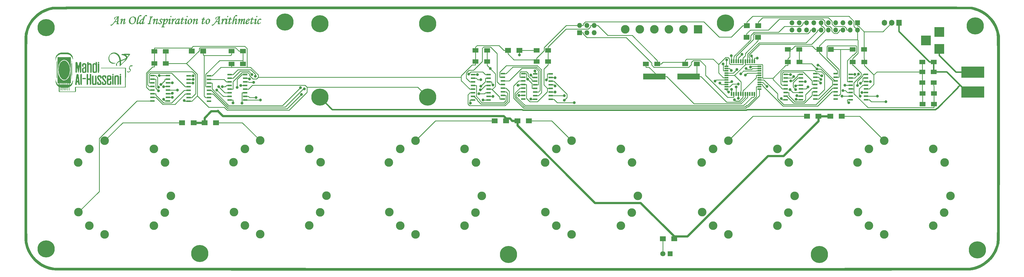
<source format=gtl>
G04 #@! TF.GenerationSoftware,KiCad,Pcbnew,(5.0.2)-1*
G04 #@! TF.CreationDate,2019-11-24T00:24:27-05:00*
G04 #@! TF.ProjectId,reidulator_QFP_V5_FINAL,72656964-756c-4617-946f-725f5146505f,rev?*
G04 #@! TF.SameCoordinates,Original*
G04 #@! TF.FileFunction,Copper,L1,Top*
G04 #@! TF.FilePolarity,Positive*
%FSLAX46Y46*%
G04 Gerber Fmt 4.6, Leading zero omitted, Abs format (unit mm)*
G04 Created by KiCad (PCBNEW (5.0.2)-1) date 11/24/2019 12:24:27 AM*
%MOMM*%
%LPD*%
G01*
G04 APERTURE LIST*
G04 #@! TA.AperFunction,EtchedComponent*
%ADD10C,0.010000*%
G04 #@! TD*
G04 #@! TA.AperFunction,ComponentPad*
%ADD11C,6.000000*%
G04 #@! TD*
G04 #@! TA.AperFunction,ComponentPad*
%ADD12R,1.700000X1.700000*%
G04 #@! TD*
G04 #@! TA.AperFunction,ComponentPad*
%ADD13O,1.700000X1.700000*%
G04 #@! TD*
G04 #@! TA.AperFunction,ComponentPad*
%ADD14R,1.800000X1.800000*%
G04 #@! TD*
G04 #@! TA.AperFunction,ComponentPad*
%ADD15C,1.800000*%
G04 #@! TD*
G04 #@! TA.AperFunction,ComponentPad*
%ADD16C,3.000000*%
G04 #@! TD*
G04 #@! TA.AperFunction,ComponentPad*
%ADD17R,3.000000X3.000000*%
G04 #@! TD*
G04 #@! TA.AperFunction,ComponentPad*
%ADD18R,3.500000X3.500000*%
G04 #@! TD*
G04 #@! TA.AperFunction,SMDPad,CuDef*
%ADD19R,2.000000X1.600000*%
G04 #@! TD*
G04 #@! TA.AperFunction,SMDPad,CuDef*
%ADD20R,2.000000X1.700000*%
G04 #@! TD*
G04 #@! TA.AperFunction,SMDPad,CuDef*
%ADD21R,1.500000X0.600000*%
G04 #@! TD*
G04 #@! TA.AperFunction,SMDPad,CuDef*
%ADD22R,7.875000X2.000000*%
G04 #@! TD*
G04 #@! TA.AperFunction,ComponentPad*
%ADD23R,1.727200X1.727200*%
G04 #@! TD*
G04 #@! TA.AperFunction,ComponentPad*
%ADD24O,1.727200X1.727200*%
G04 #@! TD*
G04 #@! TA.AperFunction,SMDPad,CuDef*
%ADD25R,0.508000X1.473200*%
G04 #@! TD*
G04 #@! TA.AperFunction,SMDPad,CuDef*
%ADD26R,1.473200X0.508000*%
G04 #@! TD*
G04 #@! TA.AperFunction,ComponentPad*
%ADD27R,1.905000X2.000000*%
G04 #@! TD*
G04 #@! TA.AperFunction,ComponentPad*
%ADD28O,1.905000X2.000000*%
G04 #@! TD*
G04 #@! TA.AperFunction,ComponentPad*
%ADD29R,8.000000X4.000000*%
G04 #@! TD*
G04 #@! TA.AperFunction,ViaPad*
%ADD30C,1.000000*%
G04 #@! TD*
G04 #@! TA.AperFunction,Conductor*
%ADD31C,0.250000*%
G04 #@! TD*
G04 #@! TA.AperFunction,Conductor*
%ADD32C,0.500000*%
G04 #@! TD*
G04 #@! TA.AperFunction,Conductor*
%ADD33C,0.800000*%
G04 #@! TD*
G04 APERTURE END LIST*
D10*
G04 #@! TO.C,GSM1*
G36*
X63693297Y-62025501D02*
X63919100Y-62088588D01*
X64134545Y-62202107D01*
X64361151Y-62377663D01*
X64580841Y-62597831D01*
X64775534Y-62845192D01*
X64882958Y-63017400D01*
X65089758Y-63458415D01*
X65245707Y-63937369D01*
X65351758Y-64443430D01*
X65408869Y-64965769D01*
X65417994Y-65493557D01*
X65380090Y-66015964D01*
X65296111Y-66522159D01*
X65167015Y-67001314D01*
X64993755Y-67442599D01*
X64777289Y-67835183D01*
X64518572Y-68168238D01*
X64419669Y-68267381D01*
X64134345Y-68490173D01*
X63843928Y-68628757D01*
X63546812Y-68683519D01*
X63241389Y-68654847D01*
X63051267Y-68596914D01*
X62882644Y-68514096D01*
X62712786Y-68388635D01*
X62543220Y-68228703D01*
X62271728Y-67901937D01*
X62042519Y-67514222D01*
X61853185Y-67060510D01*
X61701323Y-66535754D01*
X61669483Y-66395433D01*
X61629343Y-66139435D01*
X61603217Y-65824759D01*
X61591106Y-65476223D01*
X61593009Y-65118647D01*
X61608927Y-64776852D01*
X61638858Y-64475657D01*
X61669483Y-64296033D01*
X61818202Y-63736990D01*
X62007232Y-63251652D01*
X62237049Y-62839018D01*
X62508124Y-62498085D01*
X62527956Y-62477593D01*
X62807688Y-62238372D01*
X63095358Y-62083227D01*
X63390663Y-62012241D01*
X63693297Y-62025501D01*
X63693297Y-62025501D01*
G37*
X63693297Y-62025501D02*
X63919100Y-62088588D01*
X64134545Y-62202107D01*
X64361151Y-62377663D01*
X64580841Y-62597831D01*
X64775534Y-62845192D01*
X64882958Y-63017400D01*
X65089758Y-63458415D01*
X65245707Y-63937369D01*
X65351758Y-64443430D01*
X65408869Y-64965769D01*
X65417994Y-65493557D01*
X65380090Y-66015964D01*
X65296111Y-66522159D01*
X65167015Y-67001314D01*
X64993755Y-67442599D01*
X64777289Y-67835183D01*
X64518572Y-68168238D01*
X64419669Y-68267381D01*
X64134345Y-68490173D01*
X63843928Y-68628757D01*
X63546812Y-68683519D01*
X63241389Y-68654847D01*
X63051267Y-68596914D01*
X62882644Y-68514096D01*
X62712786Y-68388635D01*
X62543220Y-68228703D01*
X62271728Y-67901937D01*
X62042519Y-67514222D01*
X61853185Y-67060510D01*
X61701323Y-66535754D01*
X61669483Y-66395433D01*
X61629343Y-66139435D01*
X61603217Y-65824759D01*
X61591106Y-65476223D01*
X61593009Y-65118647D01*
X61608927Y-64776852D01*
X61638858Y-64475657D01*
X61669483Y-64296033D01*
X61818202Y-63736990D01*
X62007232Y-63251652D01*
X62237049Y-62839018D01*
X62508124Y-62498085D01*
X62527956Y-62477593D01*
X62807688Y-62238372D01*
X63095358Y-62083227D01*
X63390663Y-62012241D01*
X63693297Y-62025501D01*
G36*
X63943018Y-59229427D02*
X64212222Y-59231004D01*
X64421661Y-59234823D01*
X64583787Y-59241733D01*
X64711050Y-59252583D01*
X64815899Y-59268221D01*
X64910786Y-59289496D01*
X65008161Y-59317256D01*
X65040933Y-59327353D01*
X65431616Y-59488650D01*
X65764014Y-59711343D01*
X66038265Y-59995550D01*
X66254508Y-60341388D01*
X66265873Y-60364581D01*
X66346363Y-60564488D01*
X66419453Y-60805072D01*
X66477547Y-61054902D01*
X66513050Y-61282546D01*
X66520323Y-61417531D01*
X66516503Y-61486214D01*
X66504512Y-61492979D01*
X66478784Y-61430999D01*
X66443142Y-61322869D01*
X66273238Y-60910462D01*
X66046924Y-60560742D01*
X65762801Y-60272421D01*
X65419467Y-60044213D01*
X65015524Y-59874829D01*
X64803847Y-59815053D01*
X64650810Y-59789611D01*
X64429810Y-59768882D01*
X64157429Y-59753000D01*
X63850248Y-59742103D01*
X63524848Y-59736327D01*
X63197809Y-59735808D01*
X62885714Y-59740685D01*
X62605142Y-59751091D01*
X62372675Y-59767166D01*
X62204893Y-59789044D01*
X62183433Y-59793476D01*
X61786115Y-59922554D01*
X61435885Y-60119253D01*
X61138254Y-60379421D01*
X60898728Y-60698908D01*
X60838258Y-60807177D01*
X60727866Y-61032097D01*
X60653126Y-61221712D01*
X60602844Y-61411239D01*
X60565823Y-61635896D01*
X60559562Y-61683900D01*
X60521977Y-61980233D01*
X60516622Y-61563010D01*
X60545658Y-61094053D01*
X60644748Y-60672447D01*
X60812913Y-60299501D01*
X61049174Y-59976525D01*
X61352552Y-59704827D01*
X61722067Y-59485716D01*
X62156740Y-59320501D01*
X62204600Y-59306757D01*
X62301918Y-59282712D01*
X62408592Y-59264109D01*
X62536660Y-59250280D01*
X62698158Y-59240557D01*
X62905125Y-59234273D01*
X63169597Y-59230759D01*
X63503612Y-59229347D01*
X63601600Y-59229244D01*
X63943018Y-59229427D01*
X63943018Y-59229427D01*
G37*
X63943018Y-59229427D02*
X64212222Y-59231004D01*
X64421661Y-59234823D01*
X64583787Y-59241733D01*
X64711050Y-59252583D01*
X64815899Y-59268221D01*
X64910786Y-59289496D01*
X65008161Y-59317256D01*
X65040933Y-59327353D01*
X65431616Y-59488650D01*
X65764014Y-59711343D01*
X66038265Y-59995550D01*
X66254508Y-60341388D01*
X66265873Y-60364581D01*
X66346363Y-60564488D01*
X66419453Y-60805072D01*
X66477547Y-61054902D01*
X66513050Y-61282546D01*
X66520323Y-61417531D01*
X66516503Y-61486214D01*
X66504512Y-61492979D01*
X66478784Y-61430999D01*
X66443142Y-61322869D01*
X66273238Y-60910462D01*
X66046924Y-60560742D01*
X65762801Y-60272421D01*
X65419467Y-60044213D01*
X65015524Y-59874829D01*
X64803847Y-59815053D01*
X64650810Y-59789611D01*
X64429810Y-59768882D01*
X64157429Y-59753000D01*
X63850248Y-59742103D01*
X63524848Y-59736327D01*
X63197809Y-59735808D01*
X62885714Y-59740685D01*
X62605142Y-59751091D01*
X62372675Y-59767166D01*
X62204893Y-59789044D01*
X62183433Y-59793476D01*
X61786115Y-59922554D01*
X61435885Y-60119253D01*
X61138254Y-60379421D01*
X60898728Y-60698908D01*
X60838258Y-60807177D01*
X60727866Y-61032097D01*
X60653126Y-61221712D01*
X60602844Y-61411239D01*
X60565823Y-61635896D01*
X60559562Y-61683900D01*
X60521977Y-61980233D01*
X60516622Y-61563010D01*
X60545658Y-61094053D01*
X60644748Y-60672447D01*
X60812913Y-60299501D01*
X61049174Y-59976525D01*
X61352552Y-59704827D01*
X61722067Y-59485716D01*
X62156740Y-59320501D01*
X62204600Y-59306757D01*
X62301918Y-59282712D01*
X62408592Y-59264109D01*
X62536660Y-59250280D01*
X62698158Y-59240557D01*
X62905125Y-59234273D01*
X63169597Y-59230759D01*
X63503612Y-59229347D01*
X63601600Y-59229244D01*
X63943018Y-59229427D01*
G36*
X75530585Y-62519893D02*
X75565072Y-62527864D01*
X75646317Y-62582729D01*
X75674532Y-62673242D01*
X75650371Y-62769578D01*
X75574491Y-62841917D01*
X75558011Y-62849114D01*
X75476187Y-62878419D01*
X75441594Y-62887716D01*
X75401371Y-62871930D01*
X75335807Y-62845745D01*
X75267182Y-62799537D01*
X75248198Y-62718570D01*
X75251141Y-62668511D01*
X75289559Y-62559269D01*
X75381069Y-62510463D01*
X75530585Y-62519893D01*
X75530585Y-62519893D01*
G37*
X75530585Y-62519893D02*
X75565072Y-62527864D01*
X75646317Y-62582729D01*
X75674532Y-62673242D01*
X75650371Y-62769578D01*
X75574491Y-62841917D01*
X75558011Y-62849114D01*
X75476187Y-62878419D01*
X75441594Y-62887716D01*
X75401371Y-62871930D01*
X75335807Y-62845745D01*
X75267182Y-62799537D01*
X75248198Y-62718570D01*
X75251141Y-62668511D01*
X75289559Y-62559269D01*
X75381069Y-62510463D01*
X75530585Y-62519893D01*
G36*
X81170521Y-59273076D02*
X81322909Y-59279008D01*
X81440224Y-59295363D01*
X81547262Y-59326898D01*
X81668816Y-59378369D01*
X81778732Y-59430198D01*
X82134300Y-59644978D01*
X82442109Y-59927470D01*
X82703091Y-60278865D01*
X82918175Y-60700355D01*
X83047462Y-61055293D01*
X83102753Y-61246730D01*
X83150126Y-61437491D01*
X83180619Y-61590976D01*
X83183487Y-61610789D01*
X83203596Y-61749110D01*
X83229795Y-61838749D01*
X83276162Y-61883747D01*
X83356776Y-61888144D01*
X83485714Y-61855981D01*
X83677054Y-61791298D01*
X83737973Y-61769929D01*
X84162733Y-61607270D01*
X84542973Y-61434287D01*
X84862239Y-61258745D01*
X84972828Y-61187060D01*
X85080552Y-61106619D01*
X85129518Y-61045068D01*
X85134647Y-60979579D01*
X85128282Y-60949223D01*
X85074981Y-60826440D01*
X84979275Y-60678632D01*
X84862565Y-60536430D01*
X84790501Y-60465787D01*
X84584733Y-60328974D01*
X84305472Y-60211238D01*
X83962410Y-60115881D01*
X83565238Y-60046204D01*
X83554843Y-60044839D01*
X83503724Y-60033556D01*
X83497034Y-60006598D01*
X83502014Y-59999479D01*
X84858783Y-59999479D01*
X84859150Y-60017052D01*
X84869633Y-60024806D01*
X85088612Y-60175296D01*
X85244885Y-60316222D01*
X85356002Y-60465000D01*
X85403267Y-60554438D01*
X85509100Y-60779644D01*
X85678433Y-60587789D01*
X85798996Y-60436485D01*
X85916716Y-60265659D01*
X85966625Y-60182666D01*
X86085484Y-59969400D01*
X85437459Y-59971889D01*
X85188013Y-59974036D01*
X85014337Y-59978799D01*
X84907553Y-59987004D01*
X84858783Y-59999479D01*
X83502014Y-59999479D01*
X83539284Y-59946207D01*
X83597176Y-59878250D01*
X83731100Y-59723601D01*
X85096350Y-59705699D01*
X85426653Y-59702342D01*
X85728167Y-59701150D01*
X85990913Y-59702017D01*
X86204916Y-59704834D01*
X86360197Y-59709492D01*
X86446778Y-59715884D01*
X86461600Y-59720497D01*
X86435101Y-59800846D01*
X86362822Y-59928862D01*
X86255590Y-60089248D01*
X86124233Y-60266710D01*
X85979577Y-60445953D01*
X85832451Y-60611681D01*
X85825604Y-60618937D01*
X85691532Y-60767419D01*
X85582665Y-60901013D01*
X85510919Y-61004212D01*
X85487933Y-61058436D01*
X85469790Y-61136533D01*
X85422172Y-61262471D01*
X85355295Y-61409301D01*
X85353688Y-61412555D01*
X85311191Y-61490957D01*
X85257002Y-61574164D01*
X85184891Y-61669020D01*
X85088626Y-61782370D01*
X84961976Y-61921057D01*
X84798709Y-62091928D01*
X84592595Y-62301825D01*
X84337403Y-62557593D01*
X84062521Y-62830773D01*
X82905600Y-63977647D01*
X82902624Y-63211773D01*
X82900122Y-62961336D01*
X82895005Y-62736962D01*
X82887844Y-62553718D01*
X82879214Y-62426671D01*
X82870764Y-62373081D01*
X82819572Y-62342731D01*
X82721452Y-62362052D01*
X82590234Y-62421748D01*
X82439746Y-62512521D01*
X82283818Y-62625074D01*
X82136276Y-62750110D01*
X82010950Y-62878334D01*
X81921669Y-63000447D01*
X81912377Y-63017400D01*
X81832825Y-63255428D01*
X81833056Y-63513449D01*
X81912761Y-63794868D01*
X81924983Y-63849542D01*
X81883034Y-63854595D01*
X81843087Y-63844106D01*
X81705007Y-63764504D01*
X81621136Y-63630048D01*
X81594257Y-63453140D01*
X81627150Y-63246185D01*
X81678293Y-63109300D01*
X81777026Y-62949207D01*
X81931425Y-62766195D01*
X82123003Y-62578207D01*
X82333272Y-62403183D01*
X82543743Y-62259065D01*
X82570845Y-62243138D01*
X82744187Y-62143492D01*
X83286600Y-62143492D01*
X83286600Y-63364078D01*
X83800339Y-62883822D01*
X83998978Y-62695388D01*
X84199753Y-62500155D01*
X84383828Y-62316754D01*
X84532369Y-62163813D01*
X84580752Y-62111917D01*
X84701695Y-61968685D01*
X84824914Y-61804464D01*
X84938670Y-61637230D01*
X85031226Y-61484956D01*
X85090843Y-61365618D01*
X85106933Y-61306186D01*
X85076366Y-61315316D01*
X84996256Y-61365433D01*
X84884683Y-61445146D01*
X84548811Y-61660687D01*
X84154107Y-61853568D01*
X83725747Y-62011680D01*
X83673489Y-62027679D01*
X83286600Y-62143492D01*
X82744187Y-62143492D01*
X82849923Y-62082710D01*
X82812729Y-61840972D01*
X82701221Y-61326771D01*
X82534138Y-60864974D01*
X82314083Y-60461293D01*
X82043662Y-60121441D01*
X82016074Y-60093311D01*
X81728701Y-59844749D01*
X81432251Y-59670919D01*
X81109061Y-59562321D01*
X80982079Y-59537252D01*
X80618525Y-59516960D01*
X80275292Y-59575959D01*
X79960921Y-59709695D01*
X79683956Y-59913614D01*
X79452940Y-60183165D01*
X79314889Y-60425835D01*
X79264724Y-60540838D01*
X79231896Y-60645112D01*
X79212805Y-60761794D01*
X79203857Y-60914023D01*
X79201453Y-61124936D01*
X79201433Y-61155623D01*
X79202785Y-61370252D01*
X79209659Y-61523819D01*
X79226277Y-61639922D01*
X79256865Y-61742156D01*
X79305646Y-61854116D01*
X79338647Y-61922068D01*
X79536444Y-62231697D01*
X79793230Y-62487744D01*
X80098103Y-62684413D01*
X80440163Y-62815913D01*
X80808508Y-62876449D01*
X81120882Y-62869248D01*
X81278509Y-62859530D01*
X81355534Y-62870678D01*
X81352531Y-62899497D01*
X81270072Y-62942790D01*
X81108733Y-62997362D01*
X81097293Y-63000711D01*
X80763908Y-63056718D01*
X80415024Y-63042451D01*
X80078446Y-62960392D01*
X79926597Y-62896264D01*
X79619817Y-62700565D01*
X79369720Y-62448520D01*
X79179275Y-62149226D01*
X79051448Y-61811781D01*
X78989206Y-61445282D01*
X78995516Y-61058827D01*
X79073344Y-60661514D01*
X79136039Y-60472106D01*
X79290833Y-60168629D01*
X79512937Y-59883460D01*
X79785000Y-59633963D01*
X80089672Y-59437503D01*
X80238600Y-59368669D01*
X80362645Y-59324895D01*
X80490071Y-59296585D01*
X80644573Y-59280580D01*
X80849847Y-59273726D01*
X80958267Y-59272811D01*
X81170521Y-59273076D01*
X81170521Y-59273076D01*
G37*
X81170521Y-59273076D02*
X81322909Y-59279008D01*
X81440224Y-59295363D01*
X81547262Y-59326898D01*
X81668816Y-59378369D01*
X81778732Y-59430198D01*
X82134300Y-59644978D01*
X82442109Y-59927470D01*
X82703091Y-60278865D01*
X82918175Y-60700355D01*
X83047462Y-61055293D01*
X83102753Y-61246730D01*
X83150126Y-61437491D01*
X83180619Y-61590976D01*
X83183487Y-61610789D01*
X83203596Y-61749110D01*
X83229795Y-61838749D01*
X83276162Y-61883747D01*
X83356776Y-61888144D01*
X83485714Y-61855981D01*
X83677054Y-61791298D01*
X83737973Y-61769929D01*
X84162733Y-61607270D01*
X84542973Y-61434287D01*
X84862239Y-61258745D01*
X84972828Y-61187060D01*
X85080552Y-61106619D01*
X85129518Y-61045068D01*
X85134647Y-60979579D01*
X85128282Y-60949223D01*
X85074981Y-60826440D01*
X84979275Y-60678632D01*
X84862565Y-60536430D01*
X84790501Y-60465787D01*
X84584733Y-60328974D01*
X84305472Y-60211238D01*
X83962410Y-60115881D01*
X83565238Y-60046204D01*
X83554843Y-60044839D01*
X83503724Y-60033556D01*
X83497034Y-60006598D01*
X83502014Y-59999479D01*
X84858783Y-59999479D01*
X84859150Y-60017052D01*
X84869633Y-60024806D01*
X85088612Y-60175296D01*
X85244885Y-60316222D01*
X85356002Y-60465000D01*
X85403267Y-60554438D01*
X85509100Y-60779644D01*
X85678433Y-60587789D01*
X85798996Y-60436485D01*
X85916716Y-60265659D01*
X85966625Y-60182666D01*
X86085484Y-59969400D01*
X85437459Y-59971889D01*
X85188013Y-59974036D01*
X85014337Y-59978799D01*
X84907553Y-59987004D01*
X84858783Y-59999479D01*
X83502014Y-59999479D01*
X83539284Y-59946207D01*
X83597176Y-59878250D01*
X83731100Y-59723601D01*
X85096350Y-59705699D01*
X85426653Y-59702342D01*
X85728167Y-59701150D01*
X85990913Y-59702017D01*
X86204916Y-59704834D01*
X86360197Y-59709492D01*
X86446778Y-59715884D01*
X86461600Y-59720497D01*
X86435101Y-59800846D01*
X86362822Y-59928862D01*
X86255590Y-60089248D01*
X86124233Y-60266710D01*
X85979577Y-60445953D01*
X85832451Y-60611681D01*
X85825604Y-60618937D01*
X85691532Y-60767419D01*
X85582665Y-60901013D01*
X85510919Y-61004212D01*
X85487933Y-61058436D01*
X85469790Y-61136533D01*
X85422172Y-61262471D01*
X85355295Y-61409301D01*
X85353688Y-61412555D01*
X85311191Y-61490957D01*
X85257002Y-61574164D01*
X85184891Y-61669020D01*
X85088626Y-61782370D01*
X84961976Y-61921057D01*
X84798709Y-62091928D01*
X84592595Y-62301825D01*
X84337403Y-62557593D01*
X84062521Y-62830773D01*
X82905600Y-63977647D01*
X82902624Y-63211773D01*
X82900122Y-62961336D01*
X82895005Y-62736962D01*
X82887844Y-62553718D01*
X82879214Y-62426671D01*
X82870764Y-62373081D01*
X82819572Y-62342731D01*
X82721452Y-62362052D01*
X82590234Y-62421748D01*
X82439746Y-62512521D01*
X82283818Y-62625074D01*
X82136276Y-62750110D01*
X82010950Y-62878334D01*
X81921669Y-63000447D01*
X81912377Y-63017400D01*
X81832825Y-63255428D01*
X81833056Y-63513449D01*
X81912761Y-63794868D01*
X81924983Y-63849542D01*
X81883034Y-63854595D01*
X81843087Y-63844106D01*
X81705007Y-63764504D01*
X81621136Y-63630048D01*
X81594257Y-63453140D01*
X81627150Y-63246185D01*
X81678293Y-63109300D01*
X81777026Y-62949207D01*
X81931425Y-62766195D01*
X82123003Y-62578207D01*
X82333272Y-62403183D01*
X82543743Y-62259065D01*
X82570845Y-62243138D01*
X82744187Y-62143492D01*
X83286600Y-62143492D01*
X83286600Y-63364078D01*
X83800339Y-62883822D01*
X83998978Y-62695388D01*
X84199753Y-62500155D01*
X84383828Y-62316754D01*
X84532369Y-62163813D01*
X84580752Y-62111917D01*
X84701695Y-61968685D01*
X84824914Y-61804464D01*
X84938670Y-61637230D01*
X85031226Y-61484956D01*
X85090843Y-61365618D01*
X85106933Y-61306186D01*
X85076366Y-61315316D01*
X84996256Y-61365433D01*
X84884683Y-61445146D01*
X84548811Y-61660687D01*
X84154107Y-61853568D01*
X83725747Y-62011680D01*
X83673489Y-62027679D01*
X83286600Y-62143492D01*
X82744187Y-62143492D01*
X82849923Y-62082710D01*
X82812729Y-61840972D01*
X82701221Y-61326771D01*
X82534138Y-60864974D01*
X82314083Y-60461293D01*
X82043662Y-60121441D01*
X82016074Y-60093311D01*
X81728701Y-59844749D01*
X81432251Y-59670919D01*
X81109061Y-59562321D01*
X80982079Y-59537252D01*
X80618525Y-59516960D01*
X80275292Y-59575959D01*
X79960921Y-59709695D01*
X79683956Y-59913614D01*
X79452940Y-60183165D01*
X79314889Y-60425835D01*
X79264724Y-60540838D01*
X79231896Y-60645112D01*
X79212805Y-60761794D01*
X79203857Y-60914023D01*
X79201453Y-61124936D01*
X79201433Y-61155623D01*
X79202785Y-61370252D01*
X79209659Y-61523819D01*
X79226277Y-61639922D01*
X79256865Y-61742156D01*
X79305646Y-61854116D01*
X79338647Y-61922068D01*
X79536444Y-62231697D01*
X79793230Y-62487744D01*
X80098103Y-62684413D01*
X80440163Y-62815913D01*
X80808508Y-62876449D01*
X81120882Y-62869248D01*
X81278509Y-62859530D01*
X81355534Y-62870678D01*
X81352531Y-62899497D01*
X81270072Y-62942790D01*
X81108733Y-62997362D01*
X81097293Y-63000711D01*
X80763908Y-63056718D01*
X80415024Y-63042451D01*
X80078446Y-62960392D01*
X79926597Y-62896264D01*
X79619817Y-62700565D01*
X79369720Y-62448520D01*
X79179275Y-62149226D01*
X79051448Y-61811781D01*
X78989206Y-61445282D01*
X78995516Y-61058827D01*
X79073344Y-60661514D01*
X79136039Y-60472106D01*
X79290833Y-60168629D01*
X79512937Y-59883460D01*
X79785000Y-59633963D01*
X80089672Y-59437503D01*
X80238600Y-59368669D01*
X80362645Y-59324895D01*
X80490071Y-59296585D01*
X80644573Y-59280580D01*
X80849847Y-59273726D01*
X80958267Y-59272811D01*
X81170521Y-59273076D01*
G36*
X87329433Y-63821733D02*
X87295279Y-63882234D01*
X87256387Y-63919621D01*
X87193446Y-63939457D01*
X87087146Y-63947306D01*
X86918177Y-63948729D01*
X86888609Y-63948733D01*
X86513460Y-63948733D01*
X86404256Y-64213316D01*
X86327466Y-64409618D01*
X86289181Y-64552742D01*
X86291864Y-64666123D01*
X86337978Y-64773196D01*
X86429988Y-64897396D01*
X86482767Y-64960136D01*
X86592377Y-65099306D01*
X86651361Y-65207691D01*
X86672430Y-65310695D01*
X86673267Y-65340901D01*
X86638876Y-65511443D01*
X86547303Y-65694317D01*
X86415943Y-65861777D01*
X86272776Y-65979697D01*
X86110563Y-66053052D01*
X85933952Y-66091356D01*
X85773489Y-66090505D01*
X85678433Y-66059572D01*
X85575832Y-65976879D01*
X85534956Y-65871413D01*
X85530915Y-65804073D01*
X85530267Y-65690912D01*
X85654010Y-65814656D01*
X85798832Y-65908702D01*
X85966977Y-65941657D01*
X86139487Y-65920264D01*
X86297402Y-65851268D01*
X86421765Y-65741413D01*
X86493616Y-65597445D01*
X86503933Y-65512296D01*
X86488097Y-65396510D01*
X86431882Y-65280368D01*
X86333218Y-65149259D01*
X86238070Y-65023889D01*
X86165852Y-64909060D01*
X86137035Y-64843957D01*
X86142202Y-64747429D01*
X86187992Y-64578016D01*
X86274055Y-64336927D01*
X86309741Y-64245600D01*
X86396677Y-64028804D01*
X86466996Y-63877911D01*
X86537412Y-63780997D01*
X86624641Y-63726134D01*
X86745396Y-63701399D01*
X86916393Y-63694863D01*
X87081812Y-63694733D01*
X87395107Y-63694733D01*
X87329433Y-63821733D01*
X87329433Y-63821733D01*
G37*
X87329433Y-63821733D02*
X87295279Y-63882234D01*
X87256387Y-63919621D01*
X87193446Y-63939457D01*
X87087146Y-63947306D01*
X86918177Y-63948729D01*
X86888609Y-63948733D01*
X86513460Y-63948733D01*
X86404256Y-64213316D01*
X86327466Y-64409618D01*
X86289181Y-64552742D01*
X86291864Y-64666123D01*
X86337978Y-64773196D01*
X86429988Y-64897396D01*
X86482767Y-64960136D01*
X86592377Y-65099306D01*
X86651361Y-65207691D01*
X86672430Y-65310695D01*
X86673267Y-65340901D01*
X86638876Y-65511443D01*
X86547303Y-65694317D01*
X86415943Y-65861777D01*
X86272776Y-65979697D01*
X86110563Y-66053052D01*
X85933952Y-66091356D01*
X85773489Y-66090505D01*
X85678433Y-66059572D01*
X85575832Y-65976879D01*
X85534956Y-65871413D01*
X85530915Y-65804073D01*
X85530267Y-65690912D01*
X85654010Y-65814656D01*
X85798832Y-65908702D01*
X85966977Y-65941657D01*
X86139487Y-65920264D01*
X86297402Y-65851268D01*
X86421765Y-65741413D01*
X86493616Y-65597445D01*
X86503933Y-65512296D01*
X86488097Y-65396510D01*
X86431882Y-65280368D01*
X86333218Y-65149259D01*
X86238070Y-65023889D01*
X86165852Y-64909060D01*
X86137035Y-64843957D01*
X86142202Y-64747429D01*
X86187992Y-64578016D01*
X86274055Y-64336927D01*
X86309741Y-64245600D01*
X86396677Y-64028804D01*
X86466996Y-63877911D01*
X86537412Y-63780997D01*
X86624641Y-63726134D01*
X86745396Y-63701399D01*
X86916393Y-63694863D01*
X87081812Y-63694733D01*
X87395107Y-63694733D01*
X87329433Y-63821733D01*
G36*
X75497102Y-63039460D02*
X75560767Y-63077007D01*
X75666600Y-63146351D01*
X75666600Y-64608658D01*
X75665297Y-65039193D01*
X75661466Y-65405924D01*
X75655226Y-65704709D01*
X75646693Y-65931408D01*
X75635985Y-66081877D01*
X75623220Y-66151976D01*
X75622777Y-66152849D01*
X75540943Y-66220714D01*
X75454933Y-66234733D01*
X75336062Y-66204683D01*
X75287089Y-66152849D01*
X75274260Y-66085400D01*
X75263484Y-65937447D01*
X75254879Y-65713133D01*
X75248564Y-65416599D01*
X75244654Y-65051986D01*
X75243268Y-64623436D01*
X75243267Y-64608658D01*
X75243267Y-63146351D01*
X75349100Y-63077007D01*
X75431955Y-63032215D01*
X75497102Y-63039460D01*
X75497102Y-63039460D01*
G37*
X75497102Y-63039460D02*
X75560767Y-63077007D01*
X75666600Y-63146351D01*
X75666600Y-64608658D01*
X75665297Y-65039193D01*
X75661466Y-65405924D01*
X75655226Y-65704709D01*
X75646693Y-65931408D01*
X75635985Y-66081877D01*
X75623220Y-66151976D01*
X75622777Y-66152849D01*
X75540943Y-66220714D01*
X75454933Y-66234733D01*
X75336062Y-66204683D01*
X75287089Y-66152849D01*
X75274260Y-66085400D01*
X75263484Y-65937447D01*
X75254879Y-65713133D01*
X75248564Y-65416599D01*
X75244654Y-65051986D01*
X75243268Y-64623436D01*
X75243267Y-64608658D01*
X75243267Y-63146351D01*
X75349100Y-63077007D01*
X75431955Y-63032215D01*
X75497102Y-63039460D01*
G36*
X71878569Y-62532973D02*
X71945340Y-62610482D01*
X71977976Y-62752105D01*
X71983600Y-62885456D01*
X71983600Y-63097746D01*
X72130407Y-63036406D01*
X72330913Y-62984424D01*
X72539181Y-62983411D01*
X72733315Y-63028447D01*
X72891421Y-63114613D01*
X72987804Y-63229066D01*
X73003679Y-63286197D01*
X73016427Y-63391733D01*
X73026278Y-63552054D01*
X73033459Y-63773539D01*
X73038201Y-64062567D01*
X73040733Y-64425518D01*
X73041309Y-64718292D01*
X73041195Y-65116210D01*
X73039642Y-65437626D01*
X73035431Y-65690706D01*
X73027339Y-65883614D01*
X73014146Y-66024515D01*
X72994630Y-66121574D01*
X72967572Y-66182956D01*
X72931750Y-66216826D01*
X72885942Y-66231348D01*
X72828928Y-66234688D01*
X72814543Y-66234733D01*
X72762016Y-66232536D01*
X72719827Y-66220374D01*
X72686844Y-66189888D01*
X72661935Y-66132720D01*
X72643966Y-66040510D01*
X72631805Y-65904901D01*
X72624321Y-65717534D01*
X72620380Y-65470051D01*
X72618851Y-65154092D01*
X72618600Y-64788422D01*
X72618789Y-64402218D01*
X72618061Y-64092306D01*
X72614470Y-63850321D01*
X72606073Y-63667895D01*
X72590924Y-63536661D01*
X72567080Y-63448252D01*
X72532597Y-63394300D01*
X72485529Y-63366439D01*
X72423933Y-63356301D01*
X72345864Y-63355520D01*
X72285740Y-63356066D01*
X72204568Y-63356669D01*
X72139410Y-63364062D01*
X72088508Y-63386625D01*
X72050102Y-63432736D01*
X72022433Y-63510774D01*
X72003743Y-63629118D01*
X71992272Y-63796146D01*
X71986263Y-64020237D01*
X71983956Y-64309769D01*
X71983593Y-64673121D01*
X71983600Y-64795400D01*
X71983129Y-65168771D01*
X71981426Y-65466433D01*
X71978058Y-65697340D01*
X71972590Y-65870446D01*
X71964590Y-65994705D01*
X71953622Y-66079070D01*
X71939253Y-66132496D01*
X71921049Y-66163937D01*
X71917076Y-66168209D01*
X71828643Y-66222806D01*
X71771933Y-66234733D01*
X71678779Y-66206102D01*
X71626790Y-66168209D01*
X71610046Y-66143207D01*
X71596319Y-66099727D01*
X71585319Y-66030009D01*
X71576756Y-65926292D01*
X71570340Y-65780818D01*
X71565781Y-65585827D01*
X71562790Y-65333560D01*
X71561076Y-65016256D01*
X71560350Y-64626156D01*
X71560267Y-64387426D01*
X71561379Y-63910230D01*
X71564669Y-63501633D01*
X71570066Y-63164570D01*
X71577496Y-62901976D01*
X71586890Y-62716786D01*
X71598175Y-62611934D01*
X71604089Y-62591283D01*
X71685923Y-62523418D01*
X71771933Y-62509400D01*
X71878569Y-62532973D01*
X71878569Y-62532973D01*
G37*
X71878569Y-62532973D02*
X71945340Y-62610482D01*
X71977976Y-62752105D01*
X71983600Y-62885456D01*
X71983600Y-63097746D01*
X72130407Y-63036406D01*
X72330913Y-62984424D01*
X72539181Y-62983411D01*
X72733315Y-63028447D01*
X72891421Y-63114613D01*
X72987804Y-63229066D01*
X73003679Y-63286197D01*
X73016427Y-63391733D01*
X73026278Y-63552054D01*
X73033459Y-63773539D01*
X73038201Y-64062567D01*
X73040733Y-64425518D01*
X73041309Y-64718292D01*
X73041195Y-65116210D01*
X73039642Y-65437626D01*
X73035431Y-65690706D01*
X73027339Y-65883614D01*
X73014146Y-66024515D01*
X72994630Y-66121574D01*
X72967572Y-66182956D01*
X72931750Y-66216826D01*
X72885942Y-66231348D01*
X72828928Y-66234688D01*
X72814543Y-66234733D01*
X72762016Y-66232536D01*
X72719827Y-66220374D01*
X72686844Y-66189888D01*
X72661935Y-66132720D01*
X72643966Y-66040510D01*
X72631805Y-65904901D01*
X72624321Y-65717534D01*
X72620380Y-65470051D01*
X72618851Y-65154092D01*
X72618600Y-64788422D01*
X72618789Y-64402218D01*
X72618061Y-64092306D01*
X72614470Y-63850321D01*
X72606073Y-63667895D01*
X72590924Y-63536661D01*
X72567080Y-63448252D01*
X72532597Y-63394300D01*
X72485529Y-63366439D01*
X72423933Y-63356301D01*
X72345864Y-63355520D01*
X72285740Y-63356066D01*
X72204568Y-63356669D01*
X72139410Y-63364062D01*
X72088508Y-63386625D01*
X72050102Y-63432736D01*
X72022433Y-63510774D01*
X72003743Y-63629118D01*
X71992272Y-63796146D01*
X71986263Y-64020237D01*
X71983956Y-64309769D01*
X71983593Y-64673121D01*
X71983600Y-64795400D01*
X71983129Y-65168771D01*
X71981426Y-65466433D01*
X71978058Y-65697340D01*
X71972590Y-65870446D01*
X71964590Y-65994705D01*
X71953622Y-66079070D01*
X71939253Y-66132496D01*
X71921049Y-66163937D01*
X71917076Y-66168209D01*
X71828643Y-66222806D01*
X71771933Y-66234733D01*
X71678779Y-66206102D01*
X71626790Y-66168209D01*
X71610046Y-66143207D01*
X71596319Y-66099727D01*
X71585319Y-66030009D01*
X71576756Y-65926292D01*
X71570340Y-65780818D01*
X71565781Y-65585827D01*
X71562790Y-65333560D01*
X71561076Y-65016256D01*
X71560350Y-64626156D01*
X71560267Y-64387426D01*
X71561379Y-63910230D01*
X71564669Y-63501633D01*
X71570066Y-63164570D01*
X71577496Y-62901976D01*
X71586890Y-62716786D01*
X71598175Y-62611934D01*
X71604089Y-62591283D01*
X71685923Y-62523418D01*
X71771933Y-62509400D01*
X71878569Y-62532973D01*
G36*
X69191467Y-62509844D02*
X69245567Y-62516053D01*
X69289467Y-62535340D01*
X69324231Y-62575019D01*
X69350924Y-62642402D01*
X69370612Y-62744804D01*
X69384359Y-62889538D01*
X69393231Y-63083916D01*
X69398294Y-63335254D01*
X69400612Y-63650863D01*
X69401250Y-64038058D01*
X69401267Y-64398683D01*
X69401126Y-64840473D01*
X69400176Y-65205019D01*
X69397625Y-65499743D01*
X69392681Y-65732068D01*
X69384551Y-65909416D01*
X69372443Y-66039210D01*
X69355566Y-66128871D01*
X69333127Y-66185824D01*
X69304333Y-66217490D01*
X69268394Y-66231291D01*
X69224516Y-66234650D01*
X69205324Y-66234733D01*
X69138725Y-66231267D01*
X69086566Y-66214739D01*
X69047088Y-66175950D01*
X69018530Y-66105703D01*
X68999132Y-65994801D01*
X68987135Y-65834045D01*
X68980779Y-65614238D01*
X68978303Y-65326183D01*
X68977933Y-65046376D01*
X68976615Y-64757522D01*
X68972909Y-64498833D01*
X68967183Y-64281661D01*
X68959808Y-64117356D01*
X68951154Y-64017270D01*
X68943546Y-63991066D01*
X68926993Y-64030930D01*
X68898003Y-64143245D01*
X68858934Y-64317100D01*
X68812143Y-64541583D01*
X68759987Y-64805781D01*
X68708071Y-65081150D01*
X68652526Y-65375521D01*
X68599689Y-65642966D01*
X68552019Y-65872006D01*
X68511978Y-66051160D01*
X68482023Y-66168951D01*
X68465529Y-66213212D01*
X68431957Y-66231864D01*
X68401242Y-66209083D01*
X68370480Y-66136041D01*
X68336765Y-66003913D01*
X68297190Y-65803870D01*
X68258612Y-65584629D01*
X68201876Y-65252569D01*
X68157214Y-64994616D01*
X68122471Y-64801410D01*
X68095490Y-64663596D01*
X68074119Y-64571816D01*
X68056200Y-64516714D01*
X68039581Y-64488931D01*
X68022105Y-64479112D01*
X68003727Y-64477900D01*
X67981253Y-64489292D01*
X67964175Y-64530444D01*
X67951522Y-64611817D01*
X67942322Y-64743872D01*
X67935602Y-64937072D01*
X67930392Y-65201879D01*
X67929218Y-65279965D01*
X67924020Y-65568784D01*
X67917185Y-65784701D01*
X67907633Y-65939476D01*
X67894285Y-66044874D01*
X67876060Y-66112655D01*
X67851879Y-66154583D01*
X67848574Y-66158382D01*
X67743023Y-66223608D01*
X67625117Y-66223991D01*
X67533200Y-66164777D01*
X67517729Y-66130943D01*
X67504800Y-66065176D01*
X67494114Y-65960241D01*
X67485372Y-65808907D01*
X67478276Y-65603940D01*
X67472527Y-65338107D01*
X67467825Y-65004175D01*
X67463873Y-64594912D01*
X67462823Y-64460860D01*
X67460662Y-64093757D01*
X67459786Y-63750685D01*
X67460136Y-63441466D01*
X67461649Y-63175922D01*
X67464267Y-62963873D01*
X67467927Y-62815142D01*
X67472570Y-62739550D01*
X67473470Y-62734610D01*
X67544580Y-62597927D01*
X67666346Y-62521170D01*
X67748600Y-62509400D01*
X67855401Y-62521601D01*
X67938388Y-62565846D01*
X68004634Y-62653599D01*
X68061217Y-62796320D01*
X68115211Y-63005474D01*
X68146619Y-63154226D01*
X68199019Y-63399116D01*
X68245280Y-63571943D01*
X68291092Y-63684480D01*
X68342144Y-63748499D01*
X68404127Y-63775774D01*
X68448767Y-63779400D01*
X68517089Y-63770169D01*
X68570791Y-63734350D01*
X68615677Y-63659752D01*
X68657551Y-63534183D01*
X68702216Y-63345454D01*
X68737531Y-63172873D01*
X68793379Y-62916777D01*
X68847838Y-62733861D01*
X68907418Y-62613005D01*
X68978633Y-62543092D01*
X69067993Y-62513003D01*
X69126100Y-62509400D01*
X69191467Y-62509844D01*
X69191467Y-62509844D01*
G37*
X69191467Y-62509844D02*
X69245567Y-62516053D01*
X69289467Y-62535340D01*
X69324231Y-62575019D01*
X69350924Y-62642402D01*
X69370612Y-62744804D01*
X69384359Y-62889538D01*
X69393231Y-63083916D01*
X69398294Y-63335254D01*
X69400612Y-63650863D01*
X69401250Y-64038058D01*
X69401267Y-64398683D01*
X69401126Y-64840473D01*
X69400176Y-65205019D01*
X69397625Y-65499743D01*
X69392681Y-65732068D01*
X69384551Y-65909416D01*
X69372443Y-66039210D01*
X69355566Y-66128871D01*
X69333127Y-66185824D01*
X69304333Y-66217490D01*
X69268394Y-66231291D01*
X69224516Y-66234650D01*
X69205324Y-66234733D01*
X69138725Y-66231267D01*
X69086566Y-66214739D01*
X69047088Y-66175950D01*
X69018530Y-66105703D01*
X68999132Y-65994801D01*
X68987135Y-65834045D01*
X68980779Y-65614238D01*
X68978303Y-65326183D01*
X68977933Y-65046376D01*
X68976615Y-64757522D01*
X68972909Y-64498833D01*
X68967183Y-64281661D01*
X68959808Y-64117356D01*
X68951154Y-64017270D01*
X68943546Y-63991066D01*
X68926993Y-64030930D01*
X68898003Y-64143245D01*
X68858934Y-64317100D01*
X68812143Y-64541583D01*
X68759987Y-64805781D01*
X68708071Y-65081150D01*
X68652526Y-65375521D01*
X68599689Y-65642966D01*
X68552019Y-65872006D01*
X68511978Y-66051160D01*
X68482023Y-66168951D01*
X68465529Y-66213212D01*
X68431957Y-66231864D01*
X68401242Y-66209083D01*
X68370480Y-66136041D01*
X68336765Y-66003913D01*
X68297190Y-65803870D01*
X68258612Y-65584629D01*
X68201876Y-65252569D01*
X68157214Y-64994616D01*
X68122471Y-64801410D01*
X68095490Y-64663596D01*
X68074119Y-64571816D01*
X68056200Y-64516714D01*
X68039581Y-64488931D01*
X68022105Y-64479112D01*
X68003727Y-64477900D01*
X67981253Y-64489292D01*
X67964175Y-64530444D01*
X67951522Y-64611817D01*
X67942322Y-64743872D01*
X67935602Y-64937072D01*
X67930392Y-65201879D01*
X67929218Y-65279965D01*
X67924020Y-65568784D01*
X67917185Y-65784701D01*
X67907633Y-65939476D01*
X67894285Y-66044874D01*
X67876060Y-66112655D01*
X67851879Y-66154583D01*
X67848574Y-66158382D01*
X67743023Y-66223608D01*
X67625117Y-66223991D01*
X67533200Y-66164777D01*
X67517729Y-66130943D01*
X67504800Y-66065176D01*
X67494114Y-65960241D01*
X67485372Y-65808907D01*
X67478276Y-65603940D01*
X67472527Y-65338107D01*
X67467825Y-65004175D01*
X67463873Y-64594912D01*
X67462823Y-64460860D01*
X67460662Y-64093757D01*
X67459786Y-63750685D01*
X67460136Y-63441466D01*
X67461649Y-63175922D01*
X67464267Y-62963873D01*
X67467927Y-62815142D01*
X67472570Y-62739550D01*
X67473470Y-62734610D01*
X67544580Y-62597927D01*
X67666346Y-62521170D01*
X67748600Y-62509400D01*
X67855401Y-62521601D01*
X67938388Y-62565846D01*
X68004634Y-62653599D01*
X68061217Y-62796320D01*
X68115211Y-63005474D01*
X68146619Y-63154226D01*
X68199019Y-63399116D01*
X68245280Y-63571943D01*
X68291092Y-63684480D01*
X68342144Y-63748499D01*
X68404127Y-63775774D01*
X68448767Y-63779400D01*
X68517089Y-63770169D01*
X68570791Y-63734350D01*
X68615677Y-63659752D01*
X68657551Y-63534183D01*
X68702216Y-63345454D01*
X68737531Y-63172873D01*
X68793379Y-62916777D01*
X68847838Y-62733861D01*
X68907418Y-62613005D01*
X68978633Y-62543092D01*
X69067993Y-62513003D01*
X69126100Y-62509400D01*
X69191467Y-62509844D01*
G36*
X74732064Y-62511855D02*
X74776884Y-62524130D01*
X74813189Y-62553583D01*
X74841874Y-62607575D01*
X74863836Y-62693465D01*
X74879971Y-62818615D01*
X74891174Y-62990383D01*
X74898342Y-63216131D01*
X74902371Y-63503217D01*
X74904156Y-63859002D01*
X74904595Y-64290847D01*
X74904600Y-64372066D01*
X74904236Y-64800475D01*
X74902949Y-65152169D01*
X74900441Y-65435098D01*
X74896416Y-65657210D01*
X74890579Y-65826454D01*
X74882632Y-65950781D01*
X74872280Y-66038139D01*
X74859227Y-66096478D01*
X74843176Y-66133747D01*
X74838699Y-66140647D01*
X74747960Y-66210863D01*
X74629211Y-66235500D01*
X74520996Y-66209162D01*
X74494597Y-66188797D01*
X74432508Y-66168564D01*
X74329296Y-66204672D01*
X74318900Y-66209964D01*
X74183678Y-66251612D01*
X74004542Y-66271694D01*
X73819808Y-66268820D01*
X73667790Y-66241599D01*
X73647651Y-66234327D01*
X73558387Y-66172471D01*
X73478318Y-66080122D01*
X73456530Y-66040676D01*
X73439284Y-65989888D01*
X73426055Y-65918136D01*
X73416322Y-65815796D01*
X73409562Y-65673247D01*
X73405252Y-65480866D01*
X73402871Y-65229031D01*
X73401895Y-64908119D01*
X73401767Y-64670261D01*
X73402603Y-64315022D01*
X73803923Y-64315022D01*
X73803933Y-64610083D01*
X73804215Y-64954340D01*
X73805515Y-65223972D01*
X73808517Y-65429022D01*
X73813906Y-65579531D01*
X73822364Y-65685541D01*
X73834575Y-65757093D01*
X73851223Y-65804230D01*
X73872991Y-65836992D01*
X73888600Y-65853733D01*
X74019220Y-65924485D01*
X74142600Y-65938400D01*
X74314038Y-65908465D01*
X74396600Y-65853733D01*
X74421728Y-65824752D01*
X74441330Y-65787352D01*
X74456091Y-65731492D01*
X74466692Y-65647130D01*
X74473818Y-65524224D01*
X74478153Y-65352733D01*
X74480381Y-65122615D01*
X74481184Y-64823828D01*
X74481267Y-64610083D01*
X74481202Y-64248327D01*
X74479436Y-63962341D01*
X74473604Y-63743230D01*
X74461344Y-63582100D01*
X74440296Y-63470057D01*
X74408095Y-63398206D01*
X74362381Y-63357652D01*
X74300791Y-63339503D01*
X74220963Y-63334862D01*
X74142600Y-63334900D01*
X74046524Y-63335141D01*
X73970571Y-63341794D01*
X73912379Y-63363753D01*
X73869585Y-63409912D01*
X73839829Y-63489167D01*
X73820746Y-63610411D01*
X73809976Y-63782538D01*
X73805156Y-64014444D01*
X73803923Y-64315022D01*
X73402603Y-64315022D01*
X73402698Y-64274663D01*
X73405702Y-63955761D01*
X73411096Y-63705602D01*
X73419196Y-63516235D01*
X73430320Y-63379707D01*
X73444782Y-63288066D01*
X73458589Y-63242620D01*
X73557065Y-63111162D01*
X73712276Y-63021518D01*
X73904852Y-62978401D01*
X74115423Y-62986523D01*
X74297296Y-63038566D01*
X74398121Y-63079141D01*
X74459424Y-63100899D01*
X74465270Y-63102066D01*
X74473834Y-63063659D01*
X74479639Y-62964124D01*
X74481267Y-62856533D01*
X74493036Y-62677897D01*
X74532952Y-62569016D01*
X74607925Y-62517685D01*
X74677833Y-62509400D01*
X74732064Y-62511855D01*
X74732064Y-62511855D01*
G37*
X74732064Y-62511855D02*
X74776884Y-62524130D01*
X74813189Y-62553583D01*
X74841874Y-62607575D01*
X74863836Y-62693465D01*
X74879971Y-62818615D01*
X74891174Y-62990383D01*
X74898342Y-63216131D01*
X74902371Y-63503217D01*
X74904156Y-63859002D01*
X74904595Y-64290847D01*
X74904600Y-64372066D01*
X74904236Y-64800475D01*
X74902949Y-65152169D01*
X74900441Y-65435098D01*
X74896416Y-65657210D01*
X74890579Y-65826454D01*
X74882632Y-65950781D01*
X74872280Y-66038139D01*
X74859227Y-66096478D01*
X74843176Y-66133747D01*
X74838699Y-66140647D01*
X74747960Y-66210863D01*
X74629211Y-66235500D01*
X74520996Y-66209162D01*
X74494597Y-66188797D01*
X74432508Y-66168564D01*
X74329296Y-66204672D01*
X74318900Y-66209964D01*
X74183678Y-66251612D01*
X74004542Y-66271694D01*
X73819808Y-66268820D01*
X73667790Y-66241599D01*
X73647651Y-66234327D01*
X73558387Y-66172471D01*
X73478318Y-66080122D01*
X73456530Y-66040676D01*
X73439284Y-65989888D01*
X73426055Y-65918136D01*
X73416322Y-65815796D01*
X73409562Y-65673247D01*
X73405252Y-65480866D01*
X73402871Y-65229031D01*
X73401895Y-64908119D01*
X73401767Y-64670261D01*
X73402603Y-64315022D01*
X73803923Y-64315022D01*
X73803933Y-64610083D01*
X73804215Y-64954340D01*
X73805515Y-65223972D01*
X73808517Y-65429022D01*
X73813906Y-65579531D01*
X73822364Y-65685541D01*
X73834575Y-65757093D01*
X73851223Y-65804230D01*
X73872991Y-65836992D01*
X73888600Y-65853733D01*
X74019220Y-65924485D01*
X74142600Y-65938400D01*
X74314038Y-65908465D01*
X74396600Y-65853733D01*
X74421728Y-65824752D01*
X74441330Y-65787352D01*
X74456091Y-65731492D01*
X74466692Y-65647130D01*
X74473818Y-65524224D01*
X74478153Y-65352733D01*
X74480381Y-65122615D01*
X74481184Y-64823828D01*
X74481267Y-64610083D01*
X74481202Y-64248327D01*
X74479436Y-63962341D01*
X74473604Y-63743230D01*
X74461344Y-63582100D01*
X74440296Y-63470057D01*
X74408095Y-63398206D01*
X74362381Y-63357652D01*
X74300791Y-63339503D01*
X74220963Y-63334862D01*
X74142600Y-63334900D01*
X74046524Y-63335141D01*
X73970571Y-63341794D01*
X73912379Y-63363753D01*
X73869585Y-63409912D01*
X73839829Y-63489167D01*
X73820746Y-63610411D01*
X73809976Y-63782538D01*
X73805156Y-64014444D01*
X73803923Y-64315022D01*
X73402603Y-64315022D01*
X73402698Y-64274663D01*
X73405702Y-63955761D01*
X73411096Y-63705602D01*
X73419196Y-63516235D01*
X73430320Y-63379707D01*
X73444782Y-63288066D01*
X73458589Y-63242620D01*
X73557065Y-63111162D01*
X73712276Y-63021518D01*
X73904852Y-62978401D01*
X74115423Y-62986523D01*
X74297296Y-63038566D01*
X74398121Y-63079141D01*
X74459424Y-63100899D01*
X74465270Y-63102066D01*
X74473834Y-63063659D01*
X74479639Y-62964124D01*
X74481267Y-62856533D01*
X74493036Y-62677897D01*
X74532952Y-62569016D01*
X74607925Y-62517685D01*
X74677833Y-62509400D01*
X74732064Y-62511855D01*
G36*
X70678163Y-62984310D02*
X70881741Y-63028618D01*
X71046742Y-63107912D01*
X71137768Y-63198012D01*
X71155748Y-63238479D01*
X71170451Y-63305899D01*
X71182318Y-63408767D01*
X71191791Y-63555579D01*
X71199310Y-63754830D01*
X71205315Y-64015015D01*
X71210249Y-64344632D01*
X71213692Y-64661164D01*
X71216968Y-65044540D01*
X71218357Y-65352304D01*
X71217528Y-65593500D01*
X71214150Y-65777167D01*
X71207891Y-65912347D01*
X71198419Y-66008082D01*
X71185405Y-66073412D01*
X71168516Y-66117380D01*
X71159799Y-66132247D01*
X71068813Y-66208766D01*
X70949846Y-66236599D01*
X70839410Y-66209975D01*
X70810301Y-66187500D01*
X70751459Y-66166223D01*
X70665415Y-66208667D01*
X70534247Y-66258186D01*
X70328179Y-66276917D01*
X70304374Y-66277066D01*
X70142278Y-66270694D01*
X70033288Y-66246065D01*
X69946434Y-66194908D01*
X69922210Y-66175001D01*
X69875200Y-66132256D01*
X69842240Y-66088340D01*
X69820404Y-66027923D01*
X69806769Y-65935672D01*
X69798409Y-65796256D01*
X69792401Y-65594345D01*
X69789719Y-65480453D01*
X69787079Y-65181560D01*
X69787344Y-65176875D01*
X70168347Y-65176875D01*
X70168772Y-65359997D01*
X70178742Y-65545579D01*
X70197195Y-65709635D01*
X70223073Y-65828183D01*
X70242533Y-65868492D01*
X70331709Y-65919600D01*
X70463288Y-65937972D01*
X70601595Y-65923619D01*
X70710958Y-65876552D01*
X70720850Y-65868338D01*
X70752695Y-65830008D01*
X70774524Y-65772879D01*
X70788153Y-65682045D01*
X70795397Y-65542602D01*
X70798070Y-65339646D01*
X70798267Y-65232532D01*
X70798267Y-64666786D01*
X70681850Y-64693005D01*
X70485572Y-64739013D01*
X70355892Y-64776198D01*
X70276340Y-64812114D01*
X70230449Y-64854321D01*
X70201749Y-64910376D01*
X70200365Y-64913948D01*
X70178525Y-65020197D01*
X70168347Y-65176875D01*
X69787344Y-65176875D01*
X69799922Y-64954580D01*
X69835852Y-64787123D01*
X69902474Y-64666802D01*
X70007395Y-64581229D01*
X70158218Y-64518017D01*
X70362550Y-64464777D01*
X70421136Y-64451948D01*
X70580838Y-64409672D01*
X70688225Y-64353268D01*
X70753415Y-64266623D01*
X70786527Y-64133622D01*
X70797679Y-63938152D01*
X70798267Y-63851366D01*
X70792438Y-63635156D01*
X70775649Y-63484473D01*
X70748941Y-63408442D01*
X70747467Y-63406866D01*
X70676647Y-63376097D01*
X70557659Y-63358046D01*
X70501933Y-63356066D01*
X70373536Y-63366514D01*
X70278011Y-63392846D01*
X70256400Y-63406866D01*
X70228952Y-63478515D01*
X70211438Y-63620536D01*
X70205600Y-63809033D01*
X70202072Y-63969491D01*
X70192673Y-64091436D01*
X70179179Y-64155217D01*
X70173850Y-64160163D01*
X70115735Y-64149561D01*
X70011750Y-64123596D01*
X69983680Y-64115931D01*
X69887027Y-64078142D01*
X69824970Y-64018595D01*
X69791909Y-63921533D01*
X69782244Y-63771194D01*
X69789375Y-63569183D01*
X69804970Y-63396163D01*
X69833157Y-63281000D01*
X69881773Y-63197017D01*
X69907390Y-63167563D01*
X70050622Y-63066615D01*
X70241138Y-63002777D01*
X70457474Y-62975519D01*
X70678163Y-62984310D01*
X70678163Y-62984310D01*
G37*
X70678163Y-62984310D02*
X70881741Y-63028618D01*
X71046742Y-63107912D01*
X71137768Y-63198012D01*
X71155748Y-63238479D01*
X71170451Y-63305899D01*
X71182318Y-63408767D01*
X71191791Y-63555579D01*
X71199310Y-63754830D01*
X71205315Y-64015015D01*
X71210249Y-64344632D01*
X71213692Y-64661164D01*
X71216968Y-65044540D01*
X71218357Y-65352304D01*
X71217528Y-65593500D01*
X71214150Y-65777167D01*
X71207891Y-65912347D01*
X71198419Y-66008082D01*
X71185405Y-66073412D01*
X71168516Y-66117380D01*
X71159799Y-66132247D01*
X71068813Y-66208766D01*
X70949846Y-66236599D01*
X70839410Y-66209975D01*
X70810301Y-66187500D01*
X70751459Y-66166223D01*
X70665415Y-66208667D01*
X70534247Y-66258186D01*
X70328179Y-66276917D01*
X70304374Y-66277066D01*
X70142278Y-66270694D01*
X70033288Y-66246065D01*
X69946434Y-66194908D01*
X69922210Y-66175001D01*
X69875200Y-66132256D01*
X69842240Y-66088340D01*
X69820404Y-66027923D01*
X69806769Y-65935672D01*
X69798409Y-65796256D01*
X69792401Y-65594345D01*
X69789719Y-65480453D01*
X69787079Y-65181560D01*
X69787344Y-65176875D01*
X70168347Y-65176875D01*
X70168772Y-65359997D01*
X70178742Y-65545579D01*
X70197195Y-65709635D01*
X70223073Y-65828183D01*
X70242533Y-65868492D01*
X70331709Y-65919600D01*
X70463288Y-65937972D01*
X70601595Y-65923619D01*
X70710958Y-65876552D01*
X70720850Y-65868338D01*
X70752695Y-65830008D01*
X70774524Y-65772879D01*
X70788153Y-65682045D01*
X70795397Y-65542602D01*
X70798070Y-65339646D01*
X70798267Y-65232532D01*
X70798267Y-64666786D01*
X70681850Y-64693005D01*
X70485572Y-64739013D01*
X70355892Y-64776198D01*
X70276340Y-64812114D01*
X70230449Y-64854321D01*
X70201749Y-64910376D01*
X70200365Y-64913948D01*
X70178525Y-65020197D01*
X70168347Y-65176875D01*
X69787344Y-65176875D01*
X69799922Y-64954580D01*
X69835852Y-64787123D01*
X69902474Y-64666802D01*
X70007395Y-64581229D01*
X70158218Y-64518017D01*
X70362550Y-64464777D01*
X70421136Y-64451948D01*
X70580838Y-64409672D01*
X70688225Y-64353268D01*
X70753415Y-64266623D01*
X70786527Y-64133622D01*
X70797679Y-63938152D01*
X70798267Y-63851366D01*
X70792438Y-63635156D01*
X70775649Y-63484473D01*
X70748941Y-63408442D01*
X70747467Y-63406866D01*
X70676647Y-63376097D01*
X70557659Y-63358046D01*
X70501933Y-63356066D01*
X70373536Y-63366514D01*
X70278011Y-63392846D01*
X70256400Y-63406866D01*
X70228952Y-63478515D01*
X70211438Y-63620536D01*
X70205600Y-63809033D01*
X70202072Y-63969491D01*
X70192673Y-64091436D01*
X70179179Y-64155217D01*
X70173850Y-64160163D01*
X70115735Y-64149561D01*
X70011750Y-64123596D01*
X69983680Y-64115931D01*
X69887027Y-64078142D01*
X69824970Y-64018595D01*
X69791909Y-63921533D01*
X69782244Y-63771194D01*
X69789375Y-63569183D01*
X69804970Y-63396163D01*
X69833157Y-63281000D01*
X69881773Y-63197017D01*
X69907390Y-63167563D01*
X70050622Y-63066615D01*
X70241138Y-63002777D01*
X70457474Y-62975519D01*
X70678163Y-62984310D01*
G36*
X83223100Y-66735030D02*
X83306535Y-66812296D01*
X83329469Y-66919613D01*
X83285527Y-67022750D01*
X83278133Y-67030600D01*
X83193740Y-67068245D01*
X83071918Y-67076468D01*
X82958517Y-67053363D01*
X82920531Y-67000034D01*
X82905600Y-66907631D01*
X82940209Y-66790612D01*
X83029937Y-66721853D01*
X83153634Y-66712854D01*
X83223100Y-66735030D01*
X83223100Y-66735030D01*
G37*
X83223100Y-66735030D02*
X83306535Y-66812296D01*
X83329469Y-66919613D01*
X83285527Y-67022750D01*
X83278133Y-67030600D01*
X83193740Y-67068245D01*
X83071918Y-67076468D01*
X82958517Y-67053363D01*
X82920531Y-67000034D01*
X82905600Y-66907631D01*
X82940209Y-66790612D01*
X83029937Y-66721853D01*
X83153634Y-66712854D01*
X83223100Y-66735030D01*
G36*
X80575879Y-66725922D02*
X80598433Y-66735030D01*
X80686102Y-66809149D01*
X80708899Y-66904193D01*
X80674014Y-66996634D01*
X80588635Y-67062947D01*
X80492600Y-67081400D01*
X80389363Y-67062918D01*
X80331733Y-67030600D01*
X80277472Y-66932214D01*
X80290530Y-66835071D01*
X80355134Y-66756653D01*
X80455509Y-66714443D01*
X80575879Y-66725922D01*
X80575879Y-66725922D01*
G37*
X80575879Y-66725922D02*
X80598433Y-66735030D01*
X80686102Y-66809149D01*
X80708899Y-66904193D01*
X80674014Y-66996634D01*
X80588635Y-67062947D01*
X80492600Y-67081400D01*
X80389363Y-67062918D01*
X80331733Y-67030600D01*
X80277472Y-66932214D01*
X80290530Y-66835071D01*
X80355134Y-66756653D01*
X80455509Y-66714443D01*
X80575879Y-66725922D01*
G36*
X60949230Y-62210763D02*
X60959163Y-62260431D01*
X60967810Y-62388805D01*
X60975180Y-62596682D01*
X60981287Y-62884857D01*
X60986142Y-63254128D01*
X60989756Y-63705292D01*
X60992143Y-64239145D01*
X60993313Y-64856484D01*
X60993446Y-65176400D01*
X60992845Y-65833337D01*
X60991033Y-66406412D01*
X60987998Y-66896423D01*
X60983729Y-67304167D01*
X60978213Y-67630439D01*
X60971439Y-67876037D01*
X60963396Y-68041757D01*
X60954070Y-68128397D01*
X60949230Y-68142036D01*
X60935632Y-68122158D01*
X60923012Y-68032465D01*
X60911232Y-67870269D01*
X60900155Y-67632882D01*
X60889642Y-67317613D01*
X60879557Y-66921776D01*
X60874397Y-66681326D01*
X60867787Y-66283534D01*
X60863541Y-65865803D01*
X60861525Y-65436134D01*
X60861603Y-65002527D01*
X60863644Y-64572983D01*
X60867512Y-64155502D01*
X60873073Y-63758084D01*
X60880195Y-63388729D01*
X60888742Y-63055438D01*
X60898581Y-62766211D01*
X60909579Y-62529048D01*
X60921600Y-62351949D01*
X60934512Y-62242916D01*
X60948180Y-62209948D01*
X60949230Y-62210763D01*
X60949230Y-62210763D01*
G37*
X60949230Y-62210763D02*
X60959163Y-62260431D01*
X60967810Y-62388805D01*
X60975180Y-62596682D01*
X60981287Y-62884857D01*
X60986142Y-63254128D01*
X60989756Y-63705292D01*
X60992143Y-64239145D01*
X60993313Y-64856484D01*
X60993446Y-65176400D01*
X60992845Y-65833337D01*
X60991033Y-66406412D01*
X60987998Y-66896423D01*
X60983729Y-67304167D01*
X60978213Y-67630439D01*
X60971439Y-67876037D01*
X60963396Y-68041757D01*
X60954070Y-68128397D01*
X60949230Y-68142036D01*
X60935632Y-68122158D01*
X60923012Y-68032465D01*
X60911232Y-67870269D01*
X60900155Y-67632882D01*
X60889642Y-67317613D01*
X60879557Y-66921776D01*
X60874397Y-66681326D01*
X60867787Y-66283534D01*
X60863541Y-65865803D01*
X60861525Y-65436134D01*
X60861603Y-65002527D01*
X60863644Y-64572983D01*
X60867512Y-64155502D01*
X60873073Y-63758084D01*
X60880195Y-63388729D01*
X60888742Y-63055438D01*
X60898581Y-62766211D01*
X60909579Y-62529048D01*
X60921600Y-62351949D01*
X60934512Y-62242916D01*
X60948180Y-62209948D01*
X60949230Y-62210763D01*
G36*
X66139993Y-62189489D02*
X66147785Y-62306261D01*
X66154635Y-62501973D01*
X66160508Y-62775672D01*
X66165371Y-63126404D01*
X66169189Y-63553215D01*
X66171928Y-64055151D01*
X66173554Y-64631259D01*
X66174037Y-65218733D01*
X66173453Y-65861461D01*
X66171725Y-66430885D01*
X66168887Y-66926050D01*
X66164973Y-67346004D01*
X66160017Y-67689793D01*
X66154054Y-67956462D01*
X66147117Y-68145057D01*
X66139241Y-68254626D01*
X66130460Y-68284214D01*
X66120809Y-68232867D01*
X66110321Y-68099632D01*
X66099031Y-67883554D01*
X66088097Y-67614342D01*
X66077684Y-67263254D01*
X66069476Y-66843738D01*
X66063474Y-66372002D01*
X66059677Y-65864255D01*
X66058085Y-65336707D01*
X66058699Y-64805567D01*
X66061519Y-64287043D01*
X66066543Y-63797345D01*
X66073774Y-63352682D01*
X66083209Y-62969263D01*
X66088097Y-62823124D01*
X66100087Y-62530885D01*
X66111305Y-62322356D01*
X66121719Y-62196583D01*
X66131293Y-62152612D01*
X66139993Y-62189489D01*
X66139993Y-62189489D01*
G37*
X66139993Y-62189489D02*
X66147785Y-62306261D01*
X66154635Y-62501973D01*
X66160508Y-62775672D01*
X66165371Y-63126404D01*
X66169189Y-63553215D01*
X66171928Y-64055151D01*
X66173554Y-64631259D01*
X66174037Y-65218733D01*
X66173453Y-65861461D01*
X66171725Y-66430885D01*
X66168887Y-66926050D01*
X66164973Y-67346004D01*
X66160017Y-67689793D01*
X66154054Y-67956462D01*
X66147117Y-68145057D01*
X66139241Y-68254626D01*
X66130460Y-68284214D01*
X66120809Y-68232867D01*
X66110321Y-68099632D01*
X66099031Y-67883554D01*
X66088097Y-67614342D01*
X66077684Y-67263254D01*
X66069476Y-66843738D01*
X66063474Y-66372002D01*
X66059677Y-65864255D01*
X66058085Y-65336707D01*
X66058699Y-64805567D01*
X66061519Y-64287043D01*
X66066543Y-63797345D01*
X66073774Y-63352682D01*
X66083209Y-62969263D01*
X66088097Y-62823124D01*
X66100087Y-62530885D01*
X66111305Y-62322356D01*
X66121719Y-62196583D01*
X66131293Y-62152612D01*
X66139993Y-62189489D01*
G36*
X70648291Y-68140589D02*
X70816390Y-68147217D01*
X70942680Y-68160010D01*
X71002740Y-68176725D01*
X71040250Y-68242737D01*
X71045073Y-68334826D01*
X71031100Y-68457233D01*
X70478410Y-68468988D01*
X70269995Y-68471239D01*
X70092857Y-68469041D01*
X69963801Y-68462903D01*
X69899628Y-68453333D01*
X69896327Y-68451349D01*
X69868669Y-68374990D01*
X69877209Y-68271989D01*
X69917733Y-68190533D01*
X69978992Y-68170359D01*
X70103735Y-68155010D01*
X70270906Y-68144754D01*
X70459444Y-68139857D01*
X70648291Y-68140589D01*
X70648291Y-68140589D01*
G37*
X70648291Y-68140589D02*
X70816390Y-68147217D01*
X70942680Y-68160010D01*
X71002740Y-68176725D01*
X71040250Y-68242737D01*
X71045073Y-68334826D01*
X71031100Y-68457233D01*
X70478410Y-68468988D01*
X70269995Y-68471239D01*
X70092857Y-68469041D01*
X69963801Y-68462903D01*
X69899628Y-68453333D01*
X69896327Y-68451349D01*
X69868669Y-68374990D01*
X69877209Y-68271989D01*
X69917733Y-68190533D01*
X69978992Y-68170359D01*
X70103735Y-68155010D01*
X70270906Y-68144754D01*
X70459444Y-68139857D01*
X70648291Y-68140589D01*
G36*
X83195378Y-67276688D02*
X83258872Y-67328150D01*
X83277931Y-67356658D01*
X83293232Y-67401414D01*
X83305179Y-67471110D01*
X83314173Y-67574441D01*
X83320617Y-67720101D01*
X83324912Y-67916785D01*
X83327461Y-68173186D01*
X83328665Y-68497999D01*
X83328933Y-68842730D01*
X83328479Y-69237942D01*
X83326868Y-69557123D01*
X83323730Y-69808903D01*
X83318693Y-70001916D01*
X83311385Y-70144791D01*
X83301435Y-70246161D01*
X83288472Y-70314657D01*
X83272124Y-70358911D01*
X83263033Y-70373980D01*
X83166095Y-70454293D01*
X83055135Y-70455650D01*
X82972124Y-70401542D01*
X82954175Y-70374824D01*
X82939711Y-70328697D01*
X82928370Y-70254764D01*
X82919789Y-70144630D01*
X82913606Y-69989899D01*
X82909460Y-69782176D01*
X82906988Y-69513063D01*
X82905827Y-69174166D01*
X82905600Y-68859399D01*
X82905995Y-68460868D01*
X82907423Y-68138604D01*
X82910244Y-67884213D01*
X82914823Y-67689298D01*
X82921519Y-67545463D01*
X82930697Y-67444313D01*
X82942718Y-67377452D01*
X82957944Y-67336484D01*
X82972124Y-67317257D01*
X83081697Y-67256315D01*
X83195378Y-67276688D01*
X83195378Y-67276688D01*
G37*
X83195378Y-67276688D02*
X83258872Y-67328150D01*
X83277931Y-67356658D01*
X83293232Y-67401414D01*
X83305179Y-67471110D01*
X83314173Y-67574441D01*
X83320617Y-67720101D01*
X83324912Y-67916785D01*
X83327461Y-68173186D01*
X83328665Y-68497999D01*
X83328933Y-68842730D01*
X83328479Y-69237942D01*
X83326868Y-69557123D01*
X83323730Y-69808903D01*
X83318693Y-70001916D01*
X83311385Y-70144791D01*
X83301435Y-70246161D01*
X83288472Y-70314657D01*
X83272124Y-70358911D01*
X83263033Y-70373980D01*
X83166095Y-70454293D01*
X83055135Y-70455650D01*
X82972124Y-70401542D01*
X82954175Y-70374824D01*
X82939711Y-70328697D01*
X82928370Y-70254764D01*
X82919789Y-70144630D01*
X82913606Y-69989899D01*
X82909460Y-69782176D01*
X82906988Y-69513063D01*
X82905827Y-69174166D01*
X82905600Y-68859399D01*
X82905995Y-68460868D01*
X82907423Y-68138604D01*
X82910244Y-67884213D01*
X82914823Y-67689298D01*
X82921519Y-67545463D01*
X82930697Y-67444313D01*
X82942718Y-67377452D01*
X82957944Y-67336484D01*
X82972124Y-67317257D01*
X83081697Y-67256315D01*
X83195378Y-67276688D01*
G36*
X82298913Y-67273725D02*
X82437482Y-67381072D01*
X82471437Y-67432275D01*
X82493414Y-67481013D01*
X82510974Y-67544616D01*
X82524765Y-67633067D01*
X82535435Y-67756350D01*
X82543632Y-67924447D01*
X82550004Y-68147343D01*
X82555198Y-68435020D01*
X82559826Y-68794188D01*
X82562535Y-69117773D01*
X82563196Y-69422156D01*
X82561929Y-69694626D01*
X82558851Y-69922472D01*
X82554082Y-70092984D01*
X82547740Y-70193450D01*
X82546665Y-70201661D01*
X82496024Y-70358823D01*
X82403492Y-70444052D01*
X82271584Y-70455277D01*
X82245490Y-70449693D01*
X82143600Y-70424120D01*
X82143600Y-69096116D01*
X82143316Y-68723993D01*
X82142112Y-68427157D01*
X82139462Y-68196226D01*
X82134839Y-68021823D01*
X82127715Y-67894567D01*
X82117565Y-67805079D01*
X82103861Y-67743978D01*
X82086077Y-67701886D01*
X82063686Y-67669423D01*
X82063453Y-67669135D01*
X81979570Y-67598866D01*
X81861040Y-67571825D01*
X81804933Y-67570157D01*
X81666175Y-67585130D01*
X81574023Y-67638751D01*
X81546414Y-67669135D01*
X81523807Y-67701820D01*
X81505885Y-67744120D01*
X81492109Y-67805502D01*
X81481939Y-67895438D01*
X81474834Y-68023394D01*
X81470255Y-68198841D01*
X81467661Y-68431248D01*
X81466512Y-68730083D01*
X81466267Y-69074267D01*
X81466045Y-69441509D01*
X81465012Y-69733172D01*
X81462618Y-69958341D01*
X81458310Y-70126103D01*
X81451538Y-70245543D01*
X81441751Y-70325748D01*
X81428398Y-70375804D01*
X81410926Y-70404798D01*
X81388786Y-70421815D01*
X81384383Y-70424243D01*
X81285867Y-70463589D01*
X81206105Y-70447021D01*
X81146274Y-70408017D01*
X81124174Y-70388188D01*
X81106307Y-70358561D01*
X81092129Y-70310439D01*
X81081095Y-70235124D01*
X81072661Y-70123920D01*
X81066282Y-69968127D01*
X81061415Y-69759050D01*
X81057515Y-69487990D01*
X81054037Y-69146250D01*
X81051897Y-68900224D01*
X81048446Y-68482665D01*
X81046902Y-68141982D01*
X81048881Y-67870383D01*
X81056000Y-67660079D01*
X81069875Y-67503278D01*
X81092124Y-67392189D01*
X81124362Y-67319022D01*
X81168207Y-67275987D01*
X81225276Y-67255292D01*
X81297185Y-67249146D01*
X81385550Y-67249760D01*
X81394367Y-67249881D01*
X81575523Y-67246070D01*
X81773184Y-67233144D01*
X81843808Y-67225991D01*
X82099796Y-67221628D01*
X82298913Y-67273725D01*
X82298913Y-67273725D01*
G37*
X82298913Y-67273725D02*
X82437482Y-67381072D01*
X82471437Y-67432275D01*
X82493414Y-67481013D01*
X82510974Y-67544616D01*
X82524765Y-67633067D01*
X82535435Y-67756350D01*
X82543632Y-67924447D01*
X82550004Y-68147343D01*
X82555198Y-68435020D01*
X82559826Y-68794188D01*
X82562535Y-69117773D01*
X82563196Y-69422156D01*
X82561929Y-69694626D01*
X82558851Y-69922472D01*
X82554082Y-70092984D01*
X82547740Y-70193450D01*
X82546665Y-70201661D01*
X82496024Y-70358823D01*
X82403492Y-70444052D01*
X82271584Y-70455277D01*
X82245490Y-70449693D01*
X82143600Y-70424120D01*
X82143600Y-69096116D01*
X82143316Y-68723993D01*
X82142112Y-68427157D01*
X82139462Y-68196226D01*
X82134839Y-68021823D01*
X82127715Y-67894567D01*
X82117565Y-67805079D01*
X82103861Y-67743978D01*
X82086077Y-67701886D01*
X82063686Y-67669423D01*
X82063453Y-67669135D01*
X81979570Y-67598866D01*
X81861040Y-67571825D01*
X81804933Y-67570157D01*
X81666175Y-67585130D01*
X81574023Y-67638751D01*
X81546414Y-67669135D01*
X81523807Y-67701820D01*
X81505885Y-67744120D01*
X81492109Y-67805502D01*
X81481939Y-67895438D01*
X81474834Y-68023394D01*
X81470255Y-68198841D01*
X81467661Y-68431248D01*
X81466512Y-68730083D01*
X81466267Y-69074267D01*
X81466045Y-69441509D01*
X81465012Y-69733172D01*
X81462618Y-69958341D01*
X81458310Y-70126103D01*
X81451538Y-70245543D01*
X81441751Y-70325748D01*
X81428398Y-70375804D01*
X81410926Y-70404798D01*
X81388786Y-70421815D01*
X81384383Y-70424243D01*
X81285867Y-70463589D01*
X81206105Y-70447021D01*
X81146274Y-70408017D01*
X81124174Y-70388188D01*
X81106307Y-70358561D01*
X81092129Y-70310439D01*
X81081095Y-70235124D01*
X81072661Y-70123920D01*
X81066282Y-69968127D01*
X81061415Y-69759050D01*
X81057515Y-69487990D01*
X81054037Y-69146250D01*
X81051897Y-68900224D01*
X81048446Y-68482665D01*
X81046902Y-68141982D01*
X81048881Y-67870383D01*
X81056000Y-67660079D01*
X81069875Y-67503278D01*
X81092124Y-67392189D01*
X81124362Y-67319022D01*
X81168207Y-67275987D01*
X81225276Y-67255292D01*
X81297185Y-67249146D01*
X81385550Y-67249760D01*
X81394367Y-67249881D01*
X81575523Y-67246070D01*
X81773184Y-67233144D01*
X81843808Y-67225991D01*
X82099796Y-67221628D01*
X82298913Y-67273725D01*
G36*
X80585754Y-67279364D02*
X80637743Y-67317257D01*
X80655711Y-67344003D01*
X80670187Y-67390176D01*
X80681534Y-67464180D01*
X80690114Y-67574422D01*
X80696292Y-67729309D01*
X80700431Y-67937248D01*
X80702894Y-68206644D01*
X80704045Y-68545905D01*
X80704267Y-68855862D01*
X80704019Y-69249309D01*
X80702987Y-69566746D01*
X80700735Y-69816829D01*
X80696830Y-70008214D01*
X80690836Y-70149558D01*
X80682320Y-70249517D01*
X80670846Y-70316747D01*
X80655980Y-70359904D01*
X80637287Y-70387644D01*
X80626850Y-70398005D01*
X80514933Y-70461737D01*
X80410278Y-70441428D01*
X80350994Y-70390649D01*
X80332102Y-70362393D01*
X80316899Y-70318004D01*
X80304994Y-70248876D01*
X80295996Y-70146404D01*
X80289514Y-70001984D01*
X80285159Y-69807009D01*
X80282537Y-69552875D01*
X80281259Y-69230976D01*
X80280933Y-68848507D01*
X80281333Y-68451551D01*
X80282775Y-68130832D01*
X80285627Y-67877918D01*
X80290255Y-67684383D01*
X80297024Y-67541796D01*
X80306301Y-67441730D01*
X80318453Y-67375755D01*
X80333844Y-67335444D01*
X80347457Y-67317257D01*
X80435890Y-67262660D01*
X80492600Y-67250733D01*
X80585754Y-67279364D01*
X80585754Y-67279364D01*
G37*
X80585754Y-67279364D02*
X80637743Y-67317257D01*
X80655711Y-67344003D01*
X80670187Y-67390176D01*
X80681534Y-67464180D01*
X80690114Y-67574422D01*
X80696292Y-67729309D01*
X80700431Y-67937248D01*
X80702894Y-68206644D01*
X80704045Y-68545905D01*
X80704267Y-68855862D01*
X80704019Y-69249309D01*
X80702987Y-69566746D01*
X80700735Y-69816829D01*
X80696830Y-70008214D01*
X80690836Y-70149558D01*
X80682320Y-70249517D01*
X80670846Y-70316747D01*
X80655980Y-70359904D01*
X80637287Y-70387644D01*
X80626850Y-70398005D01*
X80514933Y-70461737D01*
X80410278Y-70441428D01*
X80350994Y-70390649D01*
X80332102Y-70362393D01*
X80316899Y-70318004D01*
X80304994Y-70248876D01*
X80295996Y-70146404D01*
X80289514Y-70001984D01*
X80285159Y-69807009D01*
X80282537Y-69552875D01*
X80281259Y-69230976D01*
X80280933Y-68848507D01*
X80281333Y-68451551D01*
X80282775Y-68130832D01*
X80285627Y-67877918D01*
X80290255Y-67684383D01*
X80297024Y-67541796D01*
X80306301Y-67441730D01*
X80318453Y-67375755D01*
X80333844Y-67335444D01*
X80347457Y-67317257D01*
X80435890Y-67262660D01*
X80492600Y-67250733D01*
X80585754Y-67279364D01*
G36*
X72703102Y-66722460D02*
X72766767Y-66760007D01*
X72872600Y-66829351D01*
X72872600Y-68578648D01*
X72872411Y-69010668D01*
X72871621Y-69365908D01*
X72869894Y-69652253D01*
X72866895Y-69877589D01*
X72862288Y-70049801D01*
X72855737Y-70176774D01*
X72846908Y-70266395D01*
X72835464Y-70326548D01*
X72821070Y-70365120D01*
X72803390Y-70389996D01*
X72795183Y-70398005D01*
X72679100Y-70462014D01*
X72567641Y-70442080D01*
X72515790Y-70401542D01*
X72490232Y-70362616D01*
X72471946Y-70296594D01*
X72459829Y-70190926D01*
X72452775Y-70033061D01*
X72449681Y-69810449D01*
X72449267Y-69645251D01*
X72448476Y-69385727D01*
X72445068Y-69196651D01*
X72437487Y-69063808D01*
X72424175Y-68972988D01*
X72403576Y-68909977D01*
X72374135Y-68860562D01*
X72361527Y-68843942D01*
X72267220Y-68760428D01*
X72142738Y-68733375D01*
X72118111Y-68733048D01*
X72004093Y-68740202D01*
X71918046Y-68767448D01*
X71856105Y-68825074D01*
X71814403Y-68923368D01*
X71789076Y-69072618D01*
X71776257Y-69283113D01*
X71772080Y-69565140D01*
X71771933Y-69654389D01*
X71770995Y-69911278D01*
X71767247Y-70096958D01*
X71759290Y-70224874D01*
X71745724Y-70308473D01*
X71725149Y-70361199D01*
X71696165Y-70396498D01*
X71694516Y-70398005D01*
X71583128Y-70460865D01*
X71464286Y-70443701D01*
X71422683Y-70422342D01*
X71404503Y-70406891D01*
X71389551Y-70378598D01*
X71377515Y-70329788D01*
X71368082Y-70252783D01*
X71360938Y-70139907D01*
X71355772Y-69983484D01*
X71352270Y-69775835D01*
X71350119Y-69509285D01*
X71349007Y-69176157D01*
X71348621Y-68768774D01*
X71348600Y-68604272D01*
X71348600Y-66829351D01*
X71454433Y-66760007D01*
X71537288Y-66715215D01*
X71602435Y-66722460D01*
X71666100Y-66760007D01*
X71706923Y-66789203D01*
X71735612Y-66823813D01*
X71754307Y-66877943D01*
X71765149Y-66965699D01*
X71770275Y-67101186D01*
X71771827Y-67298510D01*
X71771933Y-67457666D01*
X71772897Y-67704547D01*
X71776984Y-67881897D01*
X71785988Y-68004842D01*
X71801703Y-68088507D01*
X71825923Y-68148017D01*
X71859672Y-68197524D01*
X71979336Y-68288934D01*
X72124279Y-68311031D01*
X72270628Y-68263441D01*
X72345357Y-68205157D01*
X72385315Y-68161870D01*
X72413447Y-68115293D01*
X72431825Y-68050669D01*
X72442523Y-67953238D01*
X72447612Y-67808244D01*
X72449167Y-67600928D01*
X72449267Y-67465300D01*
X72449665Y-67220993D01*
X72452262Y-67047352D01*
X72459158Y-66930373D01*
X72472454Y-66856055D01*
X72494252Y-66810396D01*
X72526652Y-66779394D01*
X72555100Y-66760007D01*
X72637955Y-66715215D01*
X72703102Y-66722460D01*
X72703102Y-66722460D01*
G37*
X72703102Y-66722460D02*
X72766767Y-66760007D01*
X72872600Y-66829351D01*
X72872600Y-68578648D01*
X72872411Y-69010668D01*
X72871621Y-69365908D01*
X72869894Y-69652253D01*
X72866895Y-69877589D01*
X72862288Y-70049801D01*
X72855737Y-70176774D01*
X72846908Y-70266395D01*
X72835464Y-70326548D01*
X72821070Y-70365120D01*
X72803390Y-70389996D01*
X72795183Y-70398005D01*
X72679100Y-70462014D01*
X72567641Y-70442080D01*
X72515790Y-70401542D01*
X72490232Y-70362616D01*
X72471946Y-70296594D01*
X72459829Y-70190926D01*
X72452775Y-70033061D01*
X72449681Y-69810449D01*
X72449267Y-69645251D01*
X72448476Y-69385727D01*
X72445068Y-69196651D01*
X72437487Y-69063808D01*
X72424175Y-68972988D01*
X72403576Y-68909977D01*
X72374135Y-68860562D01*
X72361527Y-68843942D01*
X72267220Y-68760428D01*
X72142738Y-68733375D01*
X72118111Y-68733048D01*
X72004093Y-68740202D01*
X71918046Y-68767448D01*
X71856105Y-68825074D01*
X71814403Y-68923368D01*
X71789076Y-69072618D01*
X71776257Y-69283113D01*
X71772080Y-69565140D01*
X71771933Y-69654389D01*
X71770995Y-69911278D01*
X71767247Y-70096958D01*
X71759290Y-70224874D01*
X71745724Y-70308473D01*
X71725149Y-70361199D01*
X71696165Y-70396498D01*
X71694516Y-70398005D01*
X71583128Y-70460865D01*
X71464286Y-70443701D01*
X71422683Y-70422342D01*
X71404503Y-70406891D01*
X71389551Y-70378598D01*
X71377515Y-70329788D01*
X71368082Y-70252783D01*
X71360938Y-70139907D01*
X71355772Y-69983484D01*
X71352270Y-69775835D01*
X71350119Y-69509285D01*
X71349007Y-69176157D01*
X71348621Y-68768774D01*
X71348600Y-68604272D01*
X71348600Y-66829351D01*
X71454433Y-66760007D01*
X71537288Y-66715215D01*
X71602435Y-66722460D01*
X71666100Y-66760007D01*
X71706923Y-66789203D01*
X71735612Y-66823813D01*
X71754307Y-66877943D01*
X71765149Y-66965699D01*
X71770275Y-67101186D01*
X71771827Y-67298510D01*
X71771933Y-67457666D01*
X71772897Y-67704547D01*
X71776984Y-67881897D01*
X71785988Y-68004842D01*
X71801703Y-68088507D01*
X71825923Y-68148017D01*
X71859672Y-68197524D01*
X71979336Y-68288934D01*
X72124279Y-68311031D01*
X72270628Y-68263441D01*
X72345357Y-68205157D01*
X72385315Y-68161870D01*
X72413447Y-68115293D01*
X72431825Y-68050669D01*
X72442523Y-67953238D01*
X72447612Y-67808244D01*
X72449167Y-67600928D01*
X72449267Y-67465300D01*
X72449665Y-67220993D01*
X72452262Y-67047352D01*
X72459158Y-66930373D01*
X72472454Y-66856055D01*
X72494252Y-66810396D01*
X72526652Y-66779394D01*
X72555100Y-66760007D01*
X72637955Y-66715215D01*
X72703102Y-66722460D01*
G36*
X69512249Y-66761696D02*
X69518847Y-66766300D01*
X69612933Y-66832200D01*
X69612933Y-68583609D01*
X69612622Y-69020380D01*
X69611501Y-69380158D01*
X69609291Y-69670617D01*
X69605709Y-69899430D01*
X69600476Y-70074269D01*
X69593310Y-70202807D01*
X69583930Y-70292718D01*
X69572057Y-70351674D01*
X69557409Y-70387348D01*
X69546409Y-70401542D01*
X69436836Y-70462484D01*
X69323155Y-70442111D01*
X69259661Y-70390649D01*
X69242128Y-70364427D01*
X69227754Y-70322963D01*
X69216232Y-70258370D01*
X69207253Y-70162760D01*
X69200512Y-70028245D01*
X69195700Y-69846938D01*
X69192511Y-69610950D01*
X69190637Y-69312393D01*
X69189772Y-68943381D01*
X69189600Y-68591483D01*
X69189736Y-68164189D01*
X69190395Y-67813513D01*
X69191956Y-67531408D01*
X69194794Y-67309825D01*
X69199288Y-67140715D01*
X69205813Y-67016032D01*
X69214749Y-66927726D01*
X69226471Y-66867750D01*
X69241358Y-66828056D01*
X69259785Y-66800594D01*
X69274267Y-66785066D01*
X69354804Y-66716744D01*
X69421534Y-66709920D01*
X69512249Y-66761696D01*
X69512249Y-66761696D01*
G37*
X69512249Y-66761696D02*
X69518847Y-66766300D01*
X69612933Y-66832200D01*
X69612933Y-68583609D01*
X69612622Y-69020380D01*
X69611501Y-69380158D01*
X69609291Y-69670617D01*
X69605709Y-69899430D01*
X69600476Y-70074269D01*
X69593310Y-70202807D01*
X69583930Y-70292718D01*
X69572057Y-70351674D01*
X69557409Y-70387348D01*
X69546409Y-70401542D01*
X69436836Y-70462484D01*
X69323155Y-70442111D01*
X69259661Y-70390649D01*
X69242128Y-70364427D01*
X69227754Y-70322963D01*
X69216232Y-70258370D01*
X69207253Y-70162760D01*
X69200512Y-70028245D01*
X69195700Y-69846938D01*
X69192511Y-69610950D01*
X69190637Y-69312393D01*
X69189772Y-68943381D01*
X69189600Y-68591483D01*
X69189736Y-68164189D01*
X69190395Y-67813513D01*
X69191956Y-67531408D01*
X69194794Y-67309825D01*
X69199288Y-67140715D01*
X69205813Y-67016032D01*
X69214749Y-66927726D01*
X69226471Y-66867750D01*
X69241358Y-66828056D01*
X69259785Y-66800594D01*
X69274267Y-66785066D01*
X69354804Y-66716744D01*
X69421534Y-66709920D01*
X69512249Y-66761696D01*
G36*
X68243732Y-66759822D02*
X68296161Y-66778561D01*
X68341305Y-66814516D01*
X68381230Y-66875208D01*
X68418001Y-66968159D01*
X68453683Y-67100890D01*
X68490343Y-67280921D01*
X68530046Y-67515774D01*
X68574856Y-67812970D01*
X68626839Y-68180029D01*
X68679646Y-68563066D01*
X68729570Y-68926675D01*
X68776767Y-69269414D01*
X68819797Y-69580897D01*
X68857219Y-69850741D01*
X68887594Y-70068561D01*
X68909481Y-70223973D01*
X68921439Y-70306592D01*
X68921857Y-70309316D01*
X68946421Y-70468066D01*
X68732196Y-70468066D01*
X68623476Y-70466050D01*
X68551830Y-70449918D01*
X68507311Y-70404547D01*
X68479970Y-70314813D01*
X68459861Y-70165593D01*
X68446354Y-70033501D01*
X68403594Y-69806828D01*
X68330584Y-69645184D01*
X68232622Y-69553224D01*
X68115009Y-69535605D01*
X67983043Y-69596983D01*
X67965344Y-69610816D01*
X67917990Y-69665397D01*
X67882459Y-69751193D01*
X67853369Y-69886301D01*
X67826837Y-70076483D01*
X67778966Y-70468066D01*
X67574116Y-70468066D01*
X67451328Y-70464811D01*
X67391032Y-70446460D01*
X67371085Y-70400132D01*
X67369267Y-70348914D01*
X67375184Y-70270588D01*
X67391845Y-70120299D01*
X67417612Y-69909841D01*
X67450847Y-69651007D01*
X67489912Y-69355590D01*
X67533171Y-69035385D01*
X67562075Y-68825163D01*
X67975047Y-68825163D01*
X67978989Y-68971267D01*
X67993858Y-69070091D01*
X68004427Y-69092426D01*
X68099469Y-69149803D01*
X68210240Y-69136119D01*
X68274306Y-69091313D01*
X68306269Y-69036369D01*
X68319882Y-68945356D01*
X68314920Y-68805813D01*
X68291159Y-68605276D01*
X68262147Y-68415266D01*
X68222477Y-68297011D01*
X68159769Y-68230317D01*
X68090517Y-68226132D01*
X68044222Y-68270580D01*
X68016621Y-68354487D01*
X67995080Y-68491641D01*
X67980817Y-68656910D01*
X67975047Y-68825163D01*
X67562075Y-68825163D01*
X67578984Y-68702185D01*
X67625716Y-68367783D01*
X67671727Y-68043973D01*
X67715381Y-67742549D01*
X67755039Y-67475304D01*
X67789065Y-67254031D01*
X67815820Y-67090525D01*
X67833667Y-66996579D01*
X67836117Y-66986840D01*
X67908344Y-66838657D01*
X68025419Y-66761641D01*
X68181954Y-66750780D01*
X68243732Y-66759822D01*
X68243732Y-66759822D01*
G37*
X68243732Y-66759822D02*
X68296161Y-66778561D01*
X68341305Y-66814516D01*
X68381230Y-66875208D01*
X68418001Y-66968159D01*
X68453683Y-67100890D01*
X68490343Y-67280921D01*
X68530046Y-67515774D01*
X68574856Y-67812970D01*
X68626839Y-68180029D01*
X68679646Y-68563066D01*
X68729570Y-68926675D01*
X68776767Y-69269414D01*
X68819797Y-69580897D01*
X68857219Y-69850741D01*
X68887594Y-70068561D01*
X68909481Y-70223973D01*
X68921439Y-70306592D01*
X68921857Y-70309316D01*
X68946421Y-70468066D01*
X68732196Y-70468066D01*
X68623476Y-70466050D01*
X68551830Y-70449918D01*
X68507311Y-70404547D01*
X68479970Y-70314813D01*
X68459861Y-70165593D01*
X68446354Y-70033501D01*
X68403594Y-69806828D01*
X68330584Y-69645184D01*
X68232622Y-69553224D01*
X68115009Y-69535605D01*
X67983043Y-69596983D01*
X67965344Y-69610816D01*
X67917990Y-69665397D01*
X67882459Y-69751193D01*
X67853369Y-69886301D01*
X67826837Y-70076483D01*
X67778966Y-70468066D01*
X67574116Y-70468066D01*
X67451328Y-70464811D01*
X67391032Y-70446460D01*
X67371085Y-70400132D01*
X67369267Y-70348914D01*
X67375184Y-70270588D01*
X67391845Y-70120299D01*
X67417612Y-69909841D01*
X67450847Y-69651007D01*
X67489912Y-69355590D01*
X67533171Y-69035385D01*
X67562075Y-68825163D01*
X67975047Y-68825163D01*
X67978989Y-68971267D01*
X67993858Y-69070091D01*
X68004427Y-69092426D01*
X68099469Y-69149803D01*
X68210240Y-69136119D01*
X68274306Y-69091313D01*
X68306269Y-69036369D01*
X68319882Y-68945356D01*
X68314920Y-68805813D01*
X68291159Y-68605276D01*
X68262147Y-68415266D01*
X68222477Y-68297011D01*
X68159769Y-68230317D01*
X68090517Y-68226132D01*
X68044222Y-68270580D01*
X68016621Y-68354487D01*
X67995080Y-68491641D01*
X67980817Y-68656910D01*
X67975047Y-68825163D01*
X67562075Y-68825163D01*
X67578984Y-68702185D01*
X67625716Y-68367783D01*
X67671727Y-68043973D01*
X67715381Y-67742549D01*
X67755039Y-67475304D01*
X67789065Y-67254031D01*
X67815820Y-67090525D01*
X67833667Y-66996579D01*
X67836117Y-66986840D01*
X67908344Y-66838657D01*
X68025419Y-66761641D01*
X68181954Y-66750780D01*
X68243732Y-66759822D01*
G36*
X79296764Y-67213314D02*
X79491086Y-67233522D01*
X79622833Y-67268364D01*
X79736905Y-67327239D01*
X79818314Y-67402888D01*
X79872237Y-67509466D01*
X79903856Y-67661130D01*
X79918350Y-67872037D01*
X79921100Y-68083547D01*
X79918128Y-68340867D01*
X79902872Y-68526262D01*
X79865823Y-68652431D01*
X79797470Y-68732071D01*
X79688303Y-68777880D01*
X79528813Y-68802555D01*
X79373544Y-68814625D01*
X79177199Y-68830707D01*
X79039023Y-68857508D01*
X78948259Y-68908475D01*
X78894148Y-68997059D01*
X78865930Y-69136707D01*
X78852847Y-69340870D01*
X78848635Y-69470785D01*
X78843815Y-69720011D01*
X78850467Y-69897023D01*
X78874778Y-70014109D01*
X78922936Y-70083556D01*
X79001126Y-70117652D01*
X79115537Y-70128685D01*
X79180267Y-70129400D01*
X79318834Y-70123953D01*
X79413474Y-70098649D01*
X79472492Y-70040038D01*
X79504194Y-69934673D01*
X79516886Y-69769105D01*
X79518933Y-69581043D01*
X79518933Y-69196453D01*
X79635350Y-69224282D01*
X79774977Y-69272258D01*
X79868839Y-69346420D01*
X79922562Y-69460015D01*
X79941772Y-69626284D01*
X79932094Y-69858472D01*
X79927392Y-69911800D01*
X79887486Y-70140056D01*
X79810156Y-70305619D01*
X79685523Y-70416340D01*
X79503706Y-70480072D01*
X79254828Y-70504667D01*
X79180267Y-70505621D01*
X79009637Y-70497650D01*
X78850845Y-70477009D01*
X78760898Y-70455093D01*
X78633701Y-70384796D01*
X78528856Y-70286106D01*
X78528065Y-70285045D01*
X78503094Y-70248246D01*
X78483310Y-70206294D01*
X78468112Y-70149529D01*
X78456896Y-70068291D01*
X78449058Y-69952920D01*
X78443997Y-69793755D01*
X78441109Y-69581136D01*
X78439791Y-69305402D01*
X78439440Y-68956894D01*
X78439433Y-68865017D01*
X78439828Y-68473195D01*
X78442132Y-68157035D01*
X78447122Y-67945924D01*
X78841600Y-67945924D01*
X78860505Y-68168372D01*
X78919931Y-68320287D01*
X79023944Y-68407554D01*
X79176608Y-68436055D01*
X79180267Y-68436066D01*
X79313202Y-68418322D01*
X79406898Y-68353205D01*
X79431194Y-68324524D01*
X79491700Y-68201495D01*
X79522548Y-68042520D01*
X79523982Y-67875131D01*
X79496249Y-67726862D01*
X79439594Y-67625245D01*
X79424847Y-67612967D01*
X79316750Y-67567120D01*
X79185083Y-67547099D01*
X79180267Y-67547066D01*
X79048910Y-67565739D01*
X78938743Y-67610878D01*
X78935686Y-67612967D01*
X78882690Y-67662582D01*
X78854071Y-67733293D01*
X78842865Y-67849744D01*
X78841600Y-67945924D01*
X78447122Y-67945924D01*
X78448030Y-67907533D01*
X78459201Y-67715685D01*
X78477329Y-67572486D01*
X78504096Y-67468933D01*
X78541183Y-67396020D01*
X78590273Y-67344745D01*
X78653048Y-67306102D01*
X78731189Y-67271088D01*
X78737700Y-67268364D01*
X78886445Y-67230735D01*
X79084008Y-67212385D01*
X79296764Y-67213314D01*
X79296764Y-67213314D01*
G37*
X79296764Y-67213314D02*
X79491086Y-67233522D01*
X79622833Y-67268364D01*
X79736905Y-67327239D01*
X79818314Y-67402888D01*
X79872237Y-67509466D01*
X79903856Y-67661130D01*
X79918350Y-67872037D01*
X79921100Y-68083547D01*
X79918128Y-68340867D01*
X79902872Y-68526262D01*
X79865823Y-68652431D01*
X79797470Y-68732071D01*
X79688303Y-68777880D01*
X79528813Y-68802555D01*
X79373544Y-68814625D01*
X79177199Y-68830707D01*
X79039023Y-68857508D01*
X78948259Y-68908475D01*
X78894148Y-68997059D01*
X78865930Y-69136707D01*
X78852847Y-69340870D01*
X78848635Y-69470785D01*
X78843815Y-69720011D01*
X78850467Y-69897023D01*
X78874778Y-70014109D01*
X78922936Y-70083556D01*
X79001126Y-70117652D01*
X79115537Y-70128685D01*
X79180267Y-70129400D01*
X79318834Y-70123953D01*
X79413474Y-70098649D01*
X79472492Y-70040038D01*
X79504194Y-69934673D01*
X79516886Y-69769105D01*
X79518933Y-69581043D01*
X79518933Y-69196453D01*
X79635350Y-69224282D01*
X79774977Y-69272258D01*
X79868839Y-69346420D01*
X79922562Y-69460015D01*
X79941772Y-69626284D01*
X79932094Y-69858472D01*
X79927392Y-69911800D01*
X79887486Y-70140056D01*
X79810156Y-70305619D01*
X79685523Y-70416340D01*
X79503706Y-70480072D01*
X79254828Y-70504667D01*
X79180267Y-70505621D01*
X79009637Y-70497650D01*
X78850845Y-70477009D01*
X78760898Y-70455093D01*
X78633701Y-70384796D01*
X78528856Y-70286106D01*
X78528065Y-70285045D01*
X78503094Y-70248246D01*
X78483310Y-70206294D01*
X78468112Y-70149529D01*
X78456896Y-70068291D01*
X78449058Y-69952920D01*
X78443997Y-69793755D01*
X78441109Y-69581136D01*
X78439791Y-69305402D01*
X78439440Y-68956894D01*
X78439433Y-68865017D01*
X78439828Y-68473195D01*
X78442132Y-68157035D01*
X78447122Y-67945924D01*
X78841600Y-67945924D01*
X78860505Y-68168372D01*
X78919931Y-68320287D01*
X79023944Y-68407554D01*
X79176608Y-68436055D01*
X79180267Y-68436066D01*
X79313202Y-68418322D01*
X79406898Y-68353205D01*
X79431194Y-68324524D01*
X79491700Y-68201495D01*
X79522548Y-68042520D01*
X79523982Y-67875131D01*
X79496249Y-67726862D01*
X79439594Y-67625245D01*
X79424847Y-67612967D01*
X79316750Y-67567120D01*
X79185083Y-67547099D01*
X79180267Y-67547066D01*
X79048910Y-67565739D01*
X78938743Y-67610878D01*
X78935686Y-67612967D01*
X78882690Y-67662582D01*
X78854071Y-67733293D01*
X78842865Y-67849744D01*
X78841600Y-67945924D01*
X78447122Y-67945924D01*
X78448030Y-67907533D01*
X78459201Y-67715685D01*
X78477329Y-67572486D01*
X78504096Y-67468933D01*
X78541183Y-67396020D01*
X78590273Y-67344745D01*
X78653048Y-67306102D01*
X78731189Y-67271088D01*
X78737700Y-67268364D01*
X78886445Y-67230735D01*
X79084008Y-67212385D01*
X79296764Y-67213314D01*
G36*
X77677224Y-67221976D02*
X77881719Y-67263072D01*
X78024103Y-67348894D01*
X78112726Y-67486339D01*
X78155940Y-67682301D01*
X78163642Y-67847422D01*
X78158024Y-68015403D01*
X78136987Y-68121597D01*
X78095648Y-68188223D01*
X78086850Y-68196672D01*
X77996884Y-68257730D01*
X77914614Y-68250302D01*
X77844438Y-68206765D01*
X77792286Y-68142821D01*
X77759227Y-68031198D01*
X77741097Y-67878682D01*
X77719767Y-67610566D01*
X77457718Y-67598029D01*
X77309961Y-67594400D01*
X77222980Y-67605312D01*
X77173318Y-67636770D01*
X77146293Y-67677753D01*
X77118415Y-67799568D01*
X77128969Y-67963124D01*
X77174077Y-68136825D01*
X77213883Y-68228492D01*
X77266143Y-68308327D01*
X77360904Y-68433868D01*
X77484434Y-68587526D01*
X77615165Y-68742631D01*
X77810428Y-68976536D01*
X77952241Y-69168166D01*
X78048506Y-69333590D01*
X78107126Y-69488877D01*
X78136005Y-69650097D01*
X78143100Y-69816074D01*
X78126820Y-70066845D01*
X78071640Y-70250072D01*
X77968048Y-70375311D01*
X77806533Y-70452115D01*
X77577584Y-70490038D01*
X77465767Y-70496432D01*
X77297947Y-70499433D01*
X77158500Y-70496326D01*
X77072734Y-70487812D01*
X77063600Y-70485289D01*
X76893797Y-70403610D01*
X76780249Y-70296153D01*
X76713831Y-70146982D01*
X76685419Y-69940158D01*
X76682600Y-69819820D01*
X76689226Y-69653192D01*
X76712501Y-69548072D01*
X76757515Y-69482095D01*
X76760017Y-69479794D01*
X76875605Y-69410927D01*
X76974802Y-69420016D01*
X77050603Y-69500874D01*
X77095999Y-69647313D01*
X77105933Y-69785290D01*
X77114336Y-69926877D01*
X77136001Y-70036626D01*
X77156733Y-70078600D01*
X77226203Y-70107992D01*
X77346686Y-70126335D01*
X77423433Y-70129400D01*
X77587631Y-70117379D01*
X77684929Y-70072363D01*
X77730806Y-69980919D01*
X77740933Y-69853859D01*
X77704805Y-69668313D01*
X77598217Y-69444790D01*
X77423866Y-69187937D01*
X77196369Y-68915562D01*
X76991289Y-68672634D01*
X76847779Y-68461675D01*
X76757775Y-68266492D01*
X76713215Y-68070890D01*
X76704753Y-67928066D01*
X76719775Y-67671878D01*
X76773245Y-67483455D01*
X76874617Y-67353182D01*
X77033343Y-67271447D01*
X77258876Y-67228636D01*
X77402267Y-67218710D01*
X77677224Y-67221976D01*
X77677224Y-67221976D01*
G37*
X77677224Y-67221976D02*
X77881719Y-67263072D01*
X78024103Y-67348894D01*
X78112726Y-67486339D01*
X78155940Y-67682301D01*
X78163642Y-67847422D01*
X78158024Y-68015403D01*
X78136987Y-68121597D01*
X78095648Y-68188223D01*
X78086850Y-68196672D01*
X77996884Y-68257730D01*
X77914614Y-68250302D01*
X77844438Y-68206765D01*
X77792286Y-68142821D01*
X77759227Y-68031198D01*
X77741097Y-67878682D01*
X77719767Y-67610566D01*
X77457718Y-67598029D01*
X77309961Y-67594400D01*
X77222980Y-67605312D01*
X77173318Y-67636770D01*
X77146293Y-67677753D01*
X77118415Y-67799568D01*
X77128969Y-67963124D01*
X77174077Y-68136825D01*
X77213883Y-68228492D01*
X77266143Y-68308327D01*
X77360904Y-68433868D01*
X77484434Y-68587526D01*
X77615165Y-68742631D01*
X77810428Y-68976536D01*
X77952241Y-69168166D01*
X78048506Y-69333590D01*
X78107126Y-69488877D01*
X78136005Y-69650097D01*
X78143100Y-69816074D01*
X78126820Y-70066845D01*
X78071640Y-70250072D01*
X77968048Y-70375311D01*
X77806533Y-70452115D01*
X77577584Y-70490038D01*
X77465767Y-70496432D01*
X77297947Y-70499433D01*
X77158500Y-70496326D01*
X77072734Y-70487812D01*
X77063600Y-70485289D01*
X76893797Y-70403610D01*
X76780249Y-70296153D01*
X76713831Y-70146982D01*
X76685419Y-69940158D01*
X76682600Y-69819820D01*
X76689226Y-69653192D01*
X76712501Y-69548072D01*
X76757515Y-69482095D01*
X76760017Y-69479794D01*
X76875605Y-69410927D01*
X76974802Y-69420016D01*
X77050603Y-69500874D01*
X77095999Y-69647313D01*
X77105933Y-69785290D01*
X77114336Y-69926877D01*
X77136001Y-70036626D01*
X77156733Y-70078600D01*
X77226203Y-70107992D01*
X77346686Y-70126335D01*
X77423433Y-70129400D01*
X77587631Y-70117379D01*
X77684929Y-70072363D01*
X77730806Y-69980919D01*
X77740933Y-69853859D01*
X77704805Y-69668313D01*
X77598217Y-69444790D01*
X77423866Y-69187937D01*
X77196369Y-68915562D01*
X76991289Y-68672634D01*
X76847779Y-68461675D01*
X76757775Y-68266492D01*
X76713215Y-68070890D01*
X76704753Y-67928066D01*
X76719775Y-67671878D01*
X76773245Y-67483455D01*
X76874617Y-67353182D01*
X77033343Y-67271447D01*
X77258876Y-67228636D01*
X77402267Y-67218710D01*
X77677224Y-67221976D01*
G36*
X75835933Y-67219110D02*
X76084068Y-67240544D01*
X76261249Y-67286994D01*
X76380022Y-67369475D01*
X76452936Y-67499001D01*
X76492536Y-67686585D01*
X76503746Y-67805331D01*
X76511376Y-67963194D01*
X76503055Y-68062920D01*
X76473930Y-68130307D01*
X76433908Y-68176758D01*
X76319587Y-68253362D01*
X76218742Y-68252034D01*
X76141184Y-68179430D01*
X76096725Y-68042206D01*
X76089933Y-67943426D01*
X76079283Y-67768653D01*
X76038417Y-67661610D01*
X75953966Y-67607053D01*
X75812559Y-67589738D01*
X75779410Y-67589400D01*
X75643138Y-67598537D01*
X75539078Y-67621899D01*
X75505733Y-67640199D01*
X75475253Y-67710735D01*
X75457125Y-67830055D01*
X75454933Y-67889945D01*
X75466874Y-68010816D01*
X75507283Y-68136317D01*
X75583042Y-68277900D01*
X75701030Y-68447020D01*
X75868130Y-68655127D01*
X76023778Y-68836755D01*
X76220224Y-69078098D01*
X76356167Y-69287580D01*
X76439900Y-69482697D01*
X76479714Y-69680943D01*
X76485979Y-69811900D01*
X76463900Y-70056215D01*
X76392981Y-70242079D01*
X76267288Y-70384027D01*
X76245610Y-70400759D01*
X76126265Y-70453569D01*
X75951657Y-70488968D01*
X75749679Y-70505482D01*
X75548222Y-70501638D01*
X75375177Y-70475963D01*
X75299378Y-70450740D01*
X75175654Y-70378351D01*
X75095596Y-70283194D01*
X75052148Y-70148302D01*
X75038251Y-69956708D01*
X75040395Y-69828083D01*
X75047807Y-69655061D01*
X75059324Y-69547718D01*
X75081175Y-69487094D01*
X75119587Y-69454228D01*
X75169849Y-69433975D01*
X75283264Y-69418997D01*
X75365386Y-69469206D01*
X75420259Y-69590131D01*
X75451926Y-69787303D01*
X75454933Y-69823908D01*
X75476100Y-70108233D01*
X75714529Y-70120780D01*
X75900495Y-70116388D01*
X76016684Y-70073800D01*
X76072702Y-69984267D01*
X76078153Y-69839041D01*
X76072924Y-69794342D01*
X76028437Y-69629970D01*
X75934183Y-69443815D01*
X75784670Y-69227205D01*
X75574408Y-68971467D01*
X75495531Y-68882328D01*
X75286524Y-68626495D01*
X75144696Y-68394735D01*
X75062538Y-68171245D01*
X75032543Y-67940221D01*
X75032079Y-67906900D01*
X75059885Y-67644085D01*
X75144449Y-67443470D01*
X75286284Y-67303970D01*
X75327933Y-67279963D01*
X75426588Y-67240028D01*
X75543602Y-67219366D01*
X75703999Y-67214981D01*
X75835933Y-67219110D01*
X75835933Y-67219110D01*
G37*
X75835933Y-67219110D02*
X76084068Y-67240544D01*
X76261249Y-67286994D01*
X76380022Y-67369475D01*
X76452936Y-67499001D01*
X76492536Y-67686585D01*
X76503746Y-67805331D01*
X76511376Y-67963194D01*
X76503055Y-68062920D01*
X76473930Y-68130307D01*
X76433908Y-68176758D01*
X76319587Y-68253362D01*
X76218742Y-68252034D01*
X76141184Y-68179430D01*
X76096725Y-68042206D01*
X76089933Y-67943426D01*
X76079283Y-67768653D01*
X76038417Y-67661610D01*
X75953966Y-67607053D01*
X75812559Y-67589738D01*
X75779410Y-67589400D01*
X75643138Y-67598537D01*
X75539078Y-67621899D01*
X75505733Y-67640199D01*
X75475253Y-67710735D01*
X75457125Y-67830055D01*
X75454933Y-67889945D01*
X75466874Y-68010816D01*
X75507283Y-68136317D01*
X75583042Y-68277900D01*
X75701030Y-68447020D01*
X75868130Y-68655127D01*
X76023778Y-68836755D01*
X76220224Y-69078098D01*
X76356167Y-69287580D01*
X76439900Y-69482697D01*
X76479714Y-69680943D01*
X76485979Y-69811900D01*
X76463900Y-70056215D01*
X76392981Y-70242079D01*
X76267288Y-70384027D01*
X76245610Y-70400759D01*
X76126265Y-70453569D01*
X75951657Y-70488968D01*
X75749679Y-70505482D01*
X75548222Y-70501638D01*
X75375177Y-70475963D01*
X75299378Y-70450740D01*
X75175654Y-70378351D01*
X75095596Y-70283194D01*
X75052148Y-70148302D01*
X75038251Y-69956708D01*
X75040395Y-69828083D01*
X75047807Y-69655061D01*
X75059324Y-69547718D01*
X75081175Y-69487094D01*
X75119587Y-69454228D01*
X75169849Y-69433975D01*
X75283264Y-69418997D01*
X75365386Y-69469206D01*
X75420259Y-69590131D01*
X75451926Y-69787303D01*
X75454933Y-69823908D01*
X75476100Y-70108233D01*
X75714529Y-70120780D01*
X75900495Y-70116388D01*
X76016684Y-70073800D01*
X76072702Y-69984267D01*
X76078153Y-69839041D01*
X76072924Y-69794342D01*
X76028437Y-69629970D01*
X75934183Y-69443815D01*
X75784670Y-69227205D01*
X75574408Y-68971467D01*
X75495531Y-68882328D01*
X75286524Y-68626495D01*
X75144696Y-68394735D01*
X75062538Y-68171245D01*
X75032543Y-67940221D01*
X75032079Y-67906900D01*
X75059885Y-67644085D01*
X75144449Y-67443470D01*
X75286284Y-67303970D01*
X75327933Y-67279963D01*
X75426588Y-67240028D01*
X75543602Y-67219366D01*
X75703999Y-67214981D01*
X75835933Y-67219110D01*
G36*
X73558558Y-67276719D02*
X73610409Y-67317257D01*
X73629400Y-67345499D01*
X73644472Y-67394006D01*
X73656059Y-67471732D01*
X73664596Y-67587631D01*
X73670517Y-67750657D01*
X73674255Y-67969764D01*
X73676244Y-68253906D01*
X73676918Y-68612037D01*
X73676933Y-68690066D01*
X73677404Y-69063437D01*
X73679107Y-69361100D01*
X73682475Y-69592007D01*
X73687943Y-69765113D01*
X73695943Y-69889371D01*
X73706911Y-69973737D01*
X73721280Y-70027163D01*
X73739484Y-70058604D01*
X73743457Y-70062876D01*
X73829449Y-70104913D01*
X73960342Y-70126488D01*
X74101257Y-70126541D01*
X74217314Y-70104014D01*
X74261133Y-70078600D01*
X74276705Y-70037531D01*
X74289118Y-69944779D01*
X74298598Y-69794349D01*
X74305369Y-69580242D01*
X74309659Y-69296461D01*
X74311692Y-68937010D01*
X74311933Y-68728623D01*
X74312227Y-68360922D01*
X74313473Y-68068388D01*
X74316216Y-67841521D01*
X74321001Y-67670820D01*
X74328373Y-67546788D01*
X74338877Y-67459924D01*
X74353058Y-67400728D01*
X74371461Y-67359702D01*
X74392169Y-67330359D01*
X74462893Y-67263033D01*
X74539218Y-67257461D01*
X74593252Y-67273760D01*
X74714100Y-67316249D01*
X74725289Y-68839241D01*
X74727969Y-69240753D01*
X74729291Y-69565959D01*
X74728932Y-69823210D01*
X74726569Y-70020861D01*
X74721879Y-70167264D01*
X74714537Y-70270773D01*
X74704221Y-70339741D01*
X74690608Y-70382521D01*
X74673373Y-70407467D01*
X74664281Y-70415150D01*
X74545754Y-70462962D01*
X74425679Y-70452440D01*
X74353380Y-70403498D01*
X74305731Y-70362760D01*
X74254651Y-70381676D01*
X74218801Y-70412228D01*
X74120180Y-70460493D01*
X73969208Y-70491479D01*
X73796811Y-70503168D01*
X73633919Y-70493543D01*
X73511460Y-70460586D01*
X73507600Y-70458628D01*
X73417795Y-70383678D01*
X73336599Y-70272499D01*
X73327749Y-70255811D01*
X73307031Y-70206994D01*
X73290528Y-70145842D01*
X73277772Y-70062833D01*
X73268295Y-69948448D01*
X73261629Y-69793165D01*
X73257305Y-69587466D01*
X73254856Y-69321829D01*
X73253812Y-68986734D01*
X73253666Y-68749544D01*
X73253929Y-68372879D01*
X73255085Y-68071837D01*
X73257623Y-67837374D01*
X73262034Y-67660449D01*
X73268806Y-67532016D01*
X73278430Y-67443035D01*
X73291395Y-67384460D01*
X73308190Y-67347251D01*
X73329305Y-67322362D01*
X73331017Y-67320794D01*
X73447099Y-67256785D01*
X73558558Y-67276719D01*
X73558558Y-67276719D01*
G37*
X73558558Y-67276719D02*
X73610409Y-67317257D01*
X73629400Y-67345499D01*
X73644472Y-67394006D01*
X73656059Y-67471732D01*
X73664596Y-67587631D01*
X73670517Y-67750657D01*
X73674255Y-67969764D01*
X73676244Y-68253906D01*
X73676918Y-68612037D01*
X73676933Y-68690066D01*
X73677404Y-69063437D01*
X73679107Y-69361100D01*
X73682475Y-69592007D01*
X73687943Y-69765113D01*
X73695943Y-69889371D01*
X73706911Y-69973737D01*
X73721280Y-70027163D01*
X73739484Y-70058604D01*
X73743457Y-70062876D01*
X73829449Y-70104913D01*
X73960342Y-70126488D01*
X74101257Y-70126541D01*
X74217314Y-70104014D01*
X74261133Y-70078600D01*
X74276705Y-70037531D01*
X74289118Y-69944779D01*
X74298598Y-69794349D01*
X74305369Y-69580242D01*
X74309659Y-69296461D01*
X74311692Y-68937010D01*
X74311933Y-68728623D01*
X74312227Y-68360922D01*
X74313473Y-68068388D01*
X74316216Y-67841521D01*
X74321001Y-67670820D01*
X74328373Y-67546788D01*
X74338877Y-67459924D01*
X74353058Y-67400728D01*
X74371461Y-67359702D01*
X74392169Y-67330359D01*
X74462893Y-67263033D01*
X74539218Y-67257461D01*
X74593252Y-67273760D01*
X74714100Y-67316249D01*
X74725289Y-68839241D01*
X74727969Y-69240753D01*
X74729291Y-69565959D01*
X74728932Y-69823210D01*
X74726569Y-70020861D01*
X74721879Y-70167264D01*
X74714537Y-70270773D01*
X74704221Y-70339741D01*
X74690608Y-70382521D01*
X74673373Y-70407467D01*
X74664281Y-70415150D01*
X74545754Y-70462962D01*
X74425679Y-70452440D01*
X74353380Y-70403498D01*
X74305731Y-70362760D01*
X74254651Y-70381676D01*
X74218801Y-70412228D01*
X74120180Y-70460493D01*
X73969208Y-70491479D01*
X73796811Y-70503168D01*
X73633919Y-70493543D01*
X73511460Y-70460586D01*
X73507600Y-70458628D01*
X73417795Y-70383678D01*
X73336599Y-70272499D01*
X73327749Y-70255811D01*
X73307031Y-70206994D01*
X73290528Y-70145842D01*
X73277772Y-70062833D01*
X73268295Y-69948448D01*
X73261629Y-69793165D01*
X73257305Y-69587466D01*
X73254856Y-69321829D01*
X73253812Y-68986734D01*
X73253666Y-68749544D01*
X73253929Y-68372879D01*
X73255085Y-68071837D01*
X73257623Y-67837374D01*
X73262034Y-67660449D01*
X73268806Y-67532016D01*
X73278430Y-67443035D01*
X73291395Y-67384460D01*
X73308190Y-67347251D01*
X73329305Y-67322362D01*
X73331017Y-67320794D01*
X73447099Y-67256785D01*
X73558558Y-67276719D01*
G36*
X63906886Y-60816744D02*
X64271427Y-60817546D01*
X64617109Y-60819102D01*
X64933933Y-60821415D01*
X65211898Y-60824487D01*
X65441005Y-60828322D01*
X65611254Y-60832923D01*
X65712646Y-60838292D01*
X65735971Y-60841762D01*
X65746666Y-60851726D01*
X65756170Y-60876053D01*
X65764554Y-60919416D01*
X65771884Y-60986493D01*
X65778232Y-61081957D01*
X65783666Y-61210485D01*
X65788254Y-61376751D01*
X65792067Y-61585430D01*
X65795173Y-61841197D01*
X65797642Y-62148729D01*
X65799542Y-62512699D01*
X65800942Y-62937784D01*
X65801913Y-63428658D01*
X65802522Y-63989996D01*
X65802839Y-64626475D01*
X65802933Y-65342768D01*
X65802933Y-69875400D01*
X65337267Y-69875400D01*
X65337267Y-70468066D01*
X65487967Y-70468066D01*
X65580929Y-70457025D01*
X65671228Y-70415488D01*
X65780786Y-70330838D01*
X65873037Y-70246409D01*
X66129181Y-69959268D01*
X66317061Y-69641387D01*
X66445971Y-69275702D01*
X66478611Y-69134566D01*
X66497051Y-69051100D01*
X66507964Y-69030111D01*
X66513868Y-69078483D01*
X66517283Y-69203098D01*
X66517962Y-69242089D01*
X66488327Y-69603217D01*
X66394216Y-69974447D01*
X66245266Y-70328789D01*
X66051111Y-70639255D01*
X65993819Y-70710155D01*
X65877697Y-70825842D01*
X65722455Y-70954951D01*
X65567937Y-71065300D01*
X65294933Y-71241856D01*
X65294933Y-71849794D01*
X65293708Y-72092284D01*
X65289196Y-72262128D01*
X65280144Y-72371323D01*
X65265300Y-72431863D01*
X65243411Y-72455746D01*
X65231433Y-72457733D01*
X65205908Y-72445909D01*
X65188097Y-72402376D01*
X65176714Y-72315045D01*
X65170475Y-72171826D01*
X65168094Y-71960628D01*
X65167933Y-71860537D01*
X65166712Y-71621583D01*
X65162248Y-71455873D01*
X65153340Y-71352010D01*
X65138787Y-71298596D01*
X65117387Y-71284233D01*
X65107439Y-71286555D01*
X65025542Y-71310091D01*
X64909204Y-71335593D01*
X64901556Y-71337044D01*
X64823999Y-71354838D01*
X64778395Y-71385454D01*
X64753264Y-71449538D01*
X64737127Y-71567734D01*
X64729517Y-71646443D01*
X64714648Y-71848302D01*
X64704841Y-72066391D01*
X64702567Y-72193150D01*
X64696215Y-72332540D01*
X64679819Y-72427684D01*
X64659933Y-72457733D01*
X64634024Y-72420027D01*
X64618912Y-72325203D01*
X64617346Y-72277816D01*
X64613822Y-72147243D01*
X64604748Y-71967999D01*
X64591975Y-71775758D01*
X64589905Y-71748650D01*
X64562717Y-71399400D01*
X64151933Y-71399400D01*
X64151467Y-71769816D01*
X64146219Y-72035975D01*
X64132828Y-72239347D01*
X64113706Y-72376928D01*
X64091262Y-72445710D01*
X64067909Y-72442689D01*
X64046057Y-72364858D01*
X64028117Y-72209211D01*
X64016499Y-71972742D01*
X64015653Y-71939150D01*
X64003767Y-71420566D01*
X63842062Y-71407251D01*
X63730031Y-71404035D01*
X63652128Y-71424197D01*
X63602225Y-71480059D01*
X63574198Y-71583942D01*
X63561921Y-71748169D01*
X63559267Y-71976083D01*
X63556265Y-72166642D01*
X63548109Y-72321590D01*
X63536076Y-72424128D01*
X63522687Y-72457733D01*
X63493222Y-72417816D01*
X63467622Y-72307682D01*
X63447740Y-72141756D01*
X63435426Y-71934465D01*
X63432267Y-71753324D01*
X63432267Y-71441733D01*
X63063060Y-71441733D01*
X63036364Y-71663983D01*
X63021777Y-71831269D01*
X63011927Y-72031667D01*
X63009301Y-72171983D01*
X63003332Y-72319687D01*
X62987812Y-72421487D01*
X62966600Y-72457733D01*
X62945064Y-72418468D01*
X62929996Y-72312761D01*
X62923920Y-72158747D01*
X62923899Y-72150816D01*
X62919715Y-71956674D01*
X62909198Y-71759100D01*
X62896835Y-71621650D01*
X62870140Y-71399400D01*
X62458600Y-71399400D01*
X62458022Y-71833316D01*
X62453781Y-72096818D01*
X62441193Y-72283093D01*
X62419243Y-72399263D01*
X62386915Y-72452449D01*
X62368996Y-72457733D01*
X62355026Y-72418036D01*
X62343428Y-72309471D01*
X62335287Y-72147826D01*
X62331683Y-71948891D01*
X62331600Y-71912425D01*
X62331600Y-71367117D01*
X62135950Y-71317852D01*
X62015882Y-71294007D01*
X61932551Y-71289247D01*
X61913700Y-71295144D01*
X61904371Y-71344082D01*
X61894790Y-71463660D01*
X61885696Y-71639860D01*
X61877827Y-71858660D01*
X61872405Y-72080217D01*
X61857709Y-72838733D01*
X67326933Y-72838733D01*
X67326933Y-72060095D01*
X67327790Y-71780960D01*
X67330989Y-71575177D01*
X67337469Y-71431448D01*
X67348173Y-71338470D01*
X67364040Y-71284941D01*
X67386013Y-71259561D01*
X67393896Y-71255762D01*
X67442218Y-71253238D01*
X67571202Y-71250781D01*
X67776843Y-71248404D01*
X68055135Y-71246118D01*
X68402073Y-71243935D01*
X68813653Y-71241868D01*
X69285869Y-71239927D01*
X69814716Y-71238124D01*
X70396190Y-71236473D01*
X71026284Y-71234983D01*
X71700994Y-71233667D01*
X72416315Y-71232537D01*
X73168242Y-71231605D01*
X73952770Y-71230882D01*
X74765893Y-71230380D01*
X75603607Y-71230111D01*
X76114562Y-71230066D01*
X84768267Y-71230066D01*
X84768267Y-67949233D01*
X84768009Y-67321596D01*
X84767188Y-66773955D01*
X84765727Y-66301640D01*
X84763551Y-65899979D01*
X84760584Y-65564304D01*
X84756752Y-65289945D01*
X84751979Y-65072231D01*
X84746189Y-64906493D01*
X84739309Y-64788061D01*
X84731261Y-64712264D01*
X84721971Y-64674433D01*
X84715350Y-64667989D01*
X84666334Y-64667931D01*
X84538521Y-64667876D01*
X84337781Y-64667825D01*
X84069982Y-64667778D01*
X83740995Y-64667737D01*
X83356689Y-64667700D01*
X82922934Y-64667670D01*
X82445599Y-64667646D01*
X81930553Y-64667629D01*
X81383667Y-64667619D01*
X80810810Y-64667618D01*
X80577267Y-64667619D01*
X79994640Y-64667365D01*
X79434901Y-64666613D01*
X78903998Y-64665400D01*
X78407882Y-64663762D01*
X77952500Y-64661736D01*
X77543802Y-64659359D01*
X77187738Y-64656666D01*
X76890257Y-64653694D01*
X76657308Y-64650480D01*
X76494840Y-64647059D01*
X76408803Y-64643468D01*
X76397326Y-64642051D01*
X76333148Y-64609065D01*
X76325741Y-64578920D01*
X76370707Y-64573439D01*
X76495341Y-64568244D01*
X76694641Y-64563378D01*
X76963609Y-64558884D01*
X77297245Y-64554805D01*
X77690550Y-64551185D01*
X78138524Y-64548066D01*
X78636167Y-64545492D01*
X79178480Y-64543507D01*
X79760463Y-64542153D01*
X80377117Y-64541474D01*
X80664683Y-64541400D01*
X84980437Y-64541400D01*
X84958767Y-71335900D01*
X76248683Y-71346584D01*
X67538600Y-71357268D01*
X67538600Y-72110701D01*
X67536345Y-72419208D01*
X67529344Y-72648758D01*
X67517245Y-72804946D01*
X67499693Y-72893368D01*
X67487800Y-72914933D01*
X67456599Y-72925536D01*
X67382701Y-72934639D01*
X67261529Y-72942318D01*
X67088506Y-72948648D01*
X66859056Y-72953704D01*
X66568602Y-72957561D01*
X66212569Y-72960295D01*
X65786379Y-72961980D01*
X65285456Y-72962692D01*
X64705223Y-72962506D01*
X64598550Y-72962391D01*
X64115099Y-72961511D01*
X63656050Y-72960075D01*
X63228499Y-72958143D01*
X62839539Y-72955775D01*
X62496266Y-72953033D01*
X62205774Y-72949976D01*
X61975158Y-72946665D01*
X61811512Y-72943161D01*
X61721932Y-72939524D01*
X61707183Y-72937696D01*
X61688240Y-72908071D01*
X61673979Y-72831082D01*
X61663917Y-72698602D01*
X61657570Y-72502502D01*
X61654456Y-72234655D01*
X61653940Y-72041455D01*
X61653614Y-71166566D01*
X61490131Y-71073231D01*
X61187156Y-70852536D01*
X60939042Y-70569359D01*
X60747579Y-70227191D01*
X60614559Y-69829521D01*
X60541774Y-69379839D01*
X60530582Y-69203897D01*
X60512848Y-68753566D01*
X60576572Y-69113400D01*
X60679382Y-69519296D01*
X60835342Y-69865222D01*
X61048980Y-70160521D01*
X61120587Y-70236242D01*
X61249764Y-70358952D01*
X61345660Y-70429846D01*
X61429577Y-70461827D01*
X61503339Y-70468066D01*
X61654267Y-70468066D01*
X61908267Y-70468066D01*
X62335309Y-70468066D01*
X62330402Y-70346975D01*
X62458600Y-70346975D01*
X62463734Y-70418684D01*
X62493679Y-70454445D01*
X62570250Y-70466739D01*
X62670267Y-70468066D01*
X62881933Y-70468066D01*
X63047557Y-70468066D01*
X63432267Y-70468066D01*
X63597891Y-70468066D01*
X64024933Y-70468066D01*
X64024452Y-70282858D01*
X64151933Y-70282858D01*
X64151933Y-70468066D01*
X64575267Y-70468066D01*
X64575267Y-69875400D01*
X64744600Y-69875400D01*
X64744600Y-70468066D01*
X65167933Y-70468066D01*
X65167933Y-69875400D01*
X64744600Y-69875400D01*
X64575267Y-69875400D01*
X64575267Y-69833066D01*
X64390058Y-69833066D01*
X64273451Y-69838059D01*
X64214527Y-69864233D01*
X64186415Y-69928382D01*
X64178392Y-69965358D01*
X64161245Y-70095529D01*
X64152303Y-70250170D01*
X64151933Y-70282858D01*
X64024452Y-70282858D01*
X64024355Y-70245816D01*
X64019463Y-70053702D01*
X64000616Y-69931700D01*
X63959754Y-69865458D01*
X63888812Y-69840628D01*
X63797180Y-69841484D01*
X63622767Y-69854233D01*
X63610329Y-70161150D01*
X63597891Y-70468066D01*
X63432267Y-70468066D01*
X63432267Y-69828198D01*
X63252350Y-69841215D01*
X63072433Y-69854233D01*
X63059995Y-70161150D01*
X63047557Y-70468066D01*
X62881933Y-70468066D01*
X62881933Y-69833066D01*
X62512441Y-69833066D01*
X62485521Y-70029475D01*
X62468745Y-70178424D01*
X62459336Y-70313505D01*
X62458600Y-70346975D01*
X62330402Y-70346975D01*
X62322871Y-70161150D01*
X62310433Y-69854233D01*
X61908267Y-69828427D01*
X61908267Y-70468066D01*
X61654267Y-70468066D01*
X61654267Y-69875400D01*
X61230933Y-69875400D01*
X61230933Y-65524622D01*
X61283972Y-65524622D01*
X61322439Y-66051948D01*
X61410033Y-66572111D01*
X61548402Y-67076581D01*
X61739193Y-67556830D01*
X61765694Y-67612439D01*
X61952510Y-67944137D01*
X62173539Y-68249111D01*
X62412743Y-68507396D01*
X62621174Y-68677238D01*
X62932644Y-68856344D01*
X63234401Y-68956191D01*
X63539652Y-68979023D01*
X63861600Y-68927088D01*
X63946391Y-68902639D01*
X64265140Y-68760057D01*
X64563690Y-68540003D01*
X64838174Y-68248083D01*
X65084725Y-67889902D01*
X65299477Y-67471066D01*
X65478562Y-66997178D01*
X65616370Y-66481859D01*
X65655292Y-66245371D01*
X65684692Y-65950558D01*
X65703696Y-65623319D01*
X65711426Y-65289552D01*
X65707008Y-64975157D01*
X65689565Y-64706032D01*
X65679315Y-64620850D01*
X65572343Y-64057813D01*
X65418242Y-63532533D01*
X65221538Y-63057237D01*
X64986755Y-62644152D01*
X64904475Y-62527307D01*
X64636158Y-62219738D01*
X64336608Y-61982245D01*
X64085476Y-61843832D01*
X63931219Y-61779384D01*
X63790180Y-61743341D01*
X63625157Y-61728296D01*
X63494876Y-61726267D01*
X63305537Y-61730895D01*
X63163124Y-61750369D01*
X63030150Y-61793009D01*
X62876564Y-61863464D01*
X62547047Y-62071494D01*
X62251825Y-62349115D01*
X61992547Y-62687798D01*
X61770860Y-63079015D01*
X61588412Y-63514239D01*
X61446852Y-63984939D01*
X61347826Y-64482589D01*
X61292984Y-64998659D01*
X61283972Y-65524622D01*
X61230933Y-65524622D01*
X61230933Y-60869908D01*
X61427342Y-60842987D01*
X61511620Y-60837131D01*
X61667038Y-60832003D01*
X61883596Y-60827607D01*
X62151293Y-60823944D01*
X62460131Y-60821019D01*
X62800109Y-60818833D01*
X63161227Y-60817390D01*
X63533486Y-60816693D01*
X63906886Y-60816744D01*
X63906886Y-60816744D01*
G37*
X63906886Y-60816744D02*
X64271427Y-60817546D01*
X64617109Y-60819102D01*
X64933933Y-60821415D01*
X65211898Y-60824487D01*
X65441005Y-60828322D01*
X65611254Y-60832923D01*
X65712646Y-60838292D01*
X65735971Y-60841762D01*
X65746666Y-60851726D01*
X65756170Y-60876053D01*
X65764554Y-60919416D01*
X65771884Y-60986493D01*
X65778232Y-61081957D01*
X65783666Y-61210485D01*
X65788254Y-61376751D01*
X65792067Y-61585430D01*
X65795173Y-61841197D01*
X65797642Y-62148729D01*
X65799542Y-62512699D01*
X65800942Y-62937784D01*
X65801913Y-63428658D01*
X65802522Y-63989996D01*
X65802839Y-64626475D01*
X65802933Y-65342768D01*
X65802933Y-69875400D01*
X65337267Y-69875400D01*
X65337267Y-70468066D01*
X65487967Y-70468066D01*
X65580929Y-70457025D01*
X65671228Y-70415488D01*
X65780786Y-70330838D01*
X65873037Y-70246409D01*
X66129181Y-69959268D01*
X66317061Y-69641387D01*
X66445971Y-69275702D01*
X66478611Y-69134566D01*
X66497051Y-69051100D01*
X66507964Y-69030111D01*
X66513868Y-69078483D01*
X66517283Y-69203098D01*
X66517962Y-69242089D01*
X66488327Y-69603217D01*
X66394216Y-69974447D01*
X66245266Y-70328789D01*
X66051111Y-70639255D01*
X65993819Y-70710155D01*
X65877697Y-70825842D01*
X65722455Y-70954951D01*
X65567937Y-71065300D01*
X65294933Y-71241856D01*
X65294933Y-71849794D01*
X65293708Y-72092284D01*
X65289196Y-72262128D01*
X65280144Y-72371323D01*
X65265300Y-72431863D01*
X65243411Y-72455746D01*
X65231433Y-72457733D01*
X65205908Y-72445909D01*
X65188097Y-72402376D01*
X65176714Y-72315045D01*
X65170475Y-72171826D01*
X65168094Y-71960628D01*
X65167933Y-71860537D01*
X65166712Y-71621583D01*
X65162248Y-71455873D01*
X65153340Y-71352010D01*
X65138787Y-71298596D01*
X65117387Y-71284233D01*
X65107439Y-71286555D01*
X65025542Y-71310091D01*
X64909204Y-71335593D01*
X64901556Y-71337044D01*
X64823999Y-71354838D01*
X64778395Y-71385454D01*
X64753264Y-71449538D01*
X64737127Y-71567734D01*
X64729517Y-71646443D01*
X64714648Y-71848302D01*
X64704841Y-72066391D01*
X64702567Y-72193150D01*
X64696215Y-72332540D01*
X64679819Y-72427684D01*
X64659933Y-72457733D01*
X64634024Y-72420027D01*
X64618912Y-72325203D01*
X64617346Y-72277816D01*
X64613822Y-72147243D01*
X64604748Y-71967999D01*
X64591975Y-71775758D01*
X64589905Y-71748650D01*
X64562717Y-71399400D01*
X64151933Y-71399400D01*
X64151467Y-71769816D01*
X64146219Y-72035975D01*
X64132828Y-72239347D01*
X64113706Y-72376928D01*
X64091262Y-72445710D01*
X64067909Y-72442689D01*
X64046057Y-72364858D01*
X64028117Y-72209211D01*
X64016499Y-71972742D01*
X64015653Y-71939150D01*
X64003767Y-71420566D01*
X63842062Y-71407251D01*
X63730031Y-71404035D01*
X63652128Y-71424197D01*
X63602225Y-71480059D01*
X63574198Y-71583942D01*
X63561921Y-71748169D01*
X63559267Y-71976083D01*
X63556265Y-72166642D01*
X63548109Y-72321590D01*
X63536076Y-72424128D01*
X63522687Y-72457733D01*
X63493222Y-72417816D01*
X63467622Y-72307682D01*
X63447740Y-72141756D01*
X63435426Y-71934465D01*
X63432267Y-71753324D01*
X63432267Y-71441733D01*
X63063060Y-71441733D01*
X63036364Y-71663983D01*
X63021777Y-71831269D01*
X63011927Y-72031667D01*
X63009301Y-72171983D01*
X63003332Y-72319687D01*
X62987812Y-72421487D01*
X62966600Y-72457733D01*
X62945064Y-72418468D01*
X62929996Y-72312761D01*
X62923920Y-72158747D01*
X62923899Y-72150816D01*
X62919715Y-71956674D01*
X62909198Y-71759100D01*
X62896835Y-71621650D01*
X62870140Y-71399400D01*
X62458600Y-71399400D01*
X62458022Y-71833316D01*
X62453781Y-72096818D01*
X62441193Y-72283093D01*
X62419243Y-72399263D01*
X62386915Y-72452449D01*
X62368996Y-72457733D01*
X62355026Y-72418036D01*
X62343428Y-72309471D01*
X62335287Y-72147826D01*
X62331683Y-71948891D01*
X62331600Y-71912425D01*
X62331600Y-71367117D01*
X62135950Y-71317852D01*
X62015882Y-71294007D01*
X61932551Y-71289247D01*
X61913700Y-71295144D01*
X61904371Y-71344082D01*
X61894790Y-71463660D01*
X61885696Y-71639860D01*
X61877827Y-71858660D01*
X61872405Y-72080217D01*
X61857709Y-72838733D01*
X67326933Y-72838733D01*
X67326933Y-72060095D01*
X67327790Y-71780960D01*
X67330989Y-71575177D01*
X67337469Y-71431448D01*
X67348173Y-71338470D01*
X67364040Y-71284941D01*
X67386013Y-71259561D01*
X67393896Y-71255762D01*
X67442218Y-71253238D01*
X67571202Y-71250781D01*
X67776843Y-71248404D01*
X68055135Y-71246118D01*
X68402073Y-71243935D01*
X68813653Y-71241868D01*
X69285869Y-71239927D01*
X69814716Y-71238124D01*
X70396190Y-71236473D01*
X71026284Y-71234983D01*
X71700994Y-71233667D01*
X72416315Y-71232537D01*
X73168242Y-71231605D01*
X73952770Y-71230882D01*
X74765893Y-71230380D01*
X75603607Y-71230111D01*
X76114562Y-71230066D01*
X84768267Y-71230066D01*
X84768267Y-67949233D01*
X84768009Y-67321596D01*
X84767188Y-66773955D01*
X84765727Y-66301640D01*
X84763551Y-65899979D01*
X84760584Y-65564304D01*
X84756752Y-65289945D01*
X84751979Y-65072231D01*
X84746189Y-64906493D01*
X84739309Y-64788061D01*
X84731261Y-64712264D01*
X84721971Y-64674433D01*
X84715350Y-64667989D01*
X84666334Y-64667931D01*
X84538521Y-64667876D01*
X84337781Y-64667825D01*
X84069982Y-64667778D01*
X83740995Y-64667737D01*
X83356689Y-64667700D01*
X82922934Y-64667670D01*
X82445599Y-64667646D01*
X81930553Y-64667629D01*
X81383667Y-64667619D01*
X80810810Y-64667618D01*
X80577267Y-64667619D01*
X79994640Y-64667365D01*
X79434901Y-64666613D01*
X78903998Y-64665400D01*
X78407882Y-64663762D01*
X77952500Y-64661736D01*
X77543802Y-64659359D01*
X77187738Y-64656666D01*
X76890257Y-64653694D01*
X76657308Y-64650480D01*
X76494840Y-64647059D01*
X76408803Y-64643468D01*
X76397326Y-64642051D01*
X76333148Y-64609065D01*
X76325741Y-64578920D01*
X76370707Y-64573439D01*
X76495341Y-64568244D01*
X76694641Y-64563378D01*
X76963609Y-64558884D01*
X77297245Y-64554805D01*
X77690550Y-64551185D01*
X78138524Y-64548066D01*
X78636167Y-64545492D01*
X79178480Y-64543507D01*
X79760463Y-64542153D01*
X80377117Y-64541474D01*
X80664683Y-64541400D01*
X84980437Y-64541400D01*
X84958767Y-71335900D01*
X76248683Y-71346584D01*
X67538600Y-71357268D01*
X67538600Y-72110701D01*
X67536345Y-72419208D01*
X67529344Y-72648758D01*
X67517245Y-72804946D01*
X67499693Y-72893368D01*
X67487800Y-72914933D01*
X67456599Y-72925536D01*
X67382701Y-72934639D01*
X67261529Y-72942318D01*
X67088506Y-72948648D01*
X66859056Y-72953704D01*
X66568602Y-72957561D01*
X66212569Y-72960295D01*
X65786379Y-72961980D01*
X65285456Y-72962692D01*
X64705223Y-72962506D01*
X64598550Y-72962391D01*
X64115099Y-72961511D01*
X63656050Y-72960075D01*
X63228499Y-72958143D01*
X62839539Y-72955775D01*
X62496266Y-72953033D01*
X62205774Y-72949976D01*
X61975158Y-72946665D01*
X61811512Y-72943161D01*
X61721932Y-72939524D01*
X61707183Y-72937696D01*
X61688240Y-72908071D01*
X61673979Y-72831082D01*
X61663917Y-72698602D01*
X61657570Y-72502502D01*
X61654456Y-72234655D01*
X61653940Y-72041455D01*
X61653614Y-71166566D01*
X61490131Y-71073231D01*
X61187156Y-70852536D01*
X60939042Y-70569359D01*
X60747579Y-70227191D01*
X60614559Y-69829521D01*
X60541774Y-69379839D01*
X60530582Y-69203897D01*
X60512848Y-68753566D01*
X60576572Y-69113400D01*
X60679382Y-69519296D01*
X60835342Y-69865222D01*
X61048980Y-70160521D01*
X61120587Y-70236242D01*
X61249764Y-70358952D01*
X61345660Y-70429846D01*
X61429577Y-70461827D01*
X61503339Y-70468066D01*
X61654267Y-70468066D01*
X61908267Y-70468066D01*
X62335309Y-70468066D01*
X62330402Y-70346975D01*
X62458600Y-70346975D01*
X62463734Y-70418684D01*
X62493679Y-70454445D01*
X62570250Y-70466739D01*
X62670267Y-70468066D01*
X62881933Y-70468066D01*
X63047557Y-70468066D01*
X63432267Y-70468066D01*
X63597891Y-70468066D01*
X64024933Y-70468066D01*
X64024452Y-70282858D01*
X64151933Y-70282858D01*
X64151933Y-70468066D01*
X64575267Y-70468066D01*
X64575267Y-69875400D01*
X64744600Y-69875400D01*
X64744600Y-70468066D01*
X65167933Y-70468066D01*
X65167933Y-69875400D01*
X64744600Y-69875400D01*
X64575267Y-69875400D01*
X64575267Y-69833066D01*
X64390058Y-69833066D01*
X64273451Y-69838059D01*
X64214527Y-69864233D01*
X64186415Y-69928382D01*
X64178392Y-69965358D01*
X64161245Y-70095529D01*
X64152303Y-70250170D01*
X64151933Y-70282858D01*
X64024452Y-70282858D01*
X64024355Y-70245816D01*
X64019463Y-70053702D01*
X64000616Y-69931700D01*
X63959754Y-69865458D01*
X63888812Y-69840628D01*
X63797180Y-69841484D01*
X63622767Y-69854233D01*
X63610329Y-70161150D01*
X63597891Y-70468066D01*
X63432267Y-70468066D01*
X63432267Y-69828198D01*
X63252350Y-69841215D01*
X63072433Y-69854233D01*
X63059995Y-70161150D01*
X63047557Y-70468066D01*
X62881933Y-70468066D01*
X62881933Y-69833066D01*
X62512441Y-69833066D01*
X62485521Y-70029475D01*
X62468745Y-70178424D01*
X62459336Y-70313505D01*
X62458600Y-70346975D01*
X62330402Y-70346975D01*
X62322871Y-70161150D01*
X62310433Y-69854233D01*
X61908267Y-69828427D01*
X61908267Y-70468066D01*
X61654267Y-70468066D01*
X61654267Y-69875400D01*
X61230933Y-69875400D01*
X61230933Y-65524622D01*
X61283972Y-65524622D01*
X61322439Y-66051948D01*
X61410033Y-66572111D01*
X61548402Y-67076581D01*
X61739193Y-67556830D01*
X61765694Y-67612439D01*
X61952510Y-67944137D01*
X62173539Y-68249111D01*
X62412743Y-68507396D01*
X62621174Y-68677238D01*
X62932644Y-68856344D01*
X63234401Y-68956191D01*
X63539652Y-68979023D01*
X63861600Y-68927088D01*
X63946391Y-68902639D01*
X64265140Y-68760057D01*
X64563690Y-68540003D01*
X64838174Y-68248083D01*
X65084725Y-67889902D01*
X65299477Y-67471066D01*
X65478562Y-66997178D01*
X65616370Y-66481859D01*
X65655292Y-66245371D01*
X65684692Y-65950558D01*
X65703696Y-65623319D01*
X65711426Y-65289552D01*
X65707008Y-64975157D01*
X65689565Y-64706032D01*
X65679315Y-64620850D01*
X65572343Y-64057813D01*
X65418242Y-63532533D01*
X65221538Y-63057237D01*
X64986755Y-62644152D01*
X64904475Y-62527307D01*
X64636158Y-62219738D01*
X64336608Y-61982245D01*
X64085476Y-61843832D01*
X63931219Y-61779384D01*
X63790180Y-61743341D01*
X63625157Y-61728296D01*
X63494876Y-61726267D01*
X63305537Y-61730895D01*
X63163124Y-61750369D01*
X63030150Y-61793009D01*
X62876564Y-61863464D01*
X62547047Y-62071494D01*
X62251825Y-62349115D01*
X61992547Y-62687798D01*
X61770860Y-63079015D01*
X61588412Y-63514239D01*
X61446852Y-63984939D01*
X61347826Y-64482589D01*
X61292984Y-64998659D01*
X61283972Y-65524622D01*
X61230933Y-65524622D01*
X61230933Y-60869908D01*
X61427342Y-60842987D01*
X61511620Y-60837131D01*
X61667038Y-60832003D01*
X61883596Y-60827607D01*
X62151293Y-60823944D01*
X62460131Y-60821019D01*
X62800109Y-60818833D01*
X63161227Y-60817390D01*
X63533486Y-60816693D01*
X63906886Y-60816744D01*
G04 #@! TO.C,GX4*
G36*
X226073493Y-43138216D02*
X232227540Y-43138242D01*
X238216695Y-43138289D01*
X244043179Y-43138358D01*
X249709212Y-43138451D01*
X255217015Y-43138569D01*
X260568809Y-43138715D01*
X265766814Y-43138889D01*
X270813251Y-43139095D01*
X275710341Y-43139334D01*
X280460305Y-43139608D01*
X285065362Y-43139919D01*
X289527735Y-43140267D01*
X293849643Y-43140656D01*
X298033307Y-43141088D01*
X302080947Y-43141563D01*
X305994786Y-43142084D01*
X309777042Y-43142653D01*
X313429937Y-43143271D01*
X316955692Y-43143940D01*
X320356527Y-43144663D01*
X323634663Y-43145440D01*
X326792320Y-43146274D01*
X329831719Y-43147167D01*
X332755082Y-43148121D01*
X335564628Y-43149137D01*
X338262578Y-43150217D01*
X340851153Y-43151362D01*
X343332574Y-43152576D01*
X345709061Y-43153860D01*
X347982835Y-43155215D01*
X350156116Y-43156643D01*
X352231126Y-43158146D01*
X354210085Y-43159727D01*
X356095213Y-43161386D01*
X357888732Y-43163126D01*
X359592861Y-43164948D01*
X361209823Y-43166855D01*
X362741836Y-43168848D01*
X364191123Y-43170929D01*
X365559904Y-43173100D01*
X366850398Y-43175362D01*
X368064828Y-43177718D01*
X369205414Y-43180170D01*
X370274376Y-43182718D01*
X371273935Y-43185366D01*
X372206312Y-43188114D01*
X373073727Y-43190966D01*
X373878401Y-43193921D01*
X374622555Y-43196984D01*
X375308410Y-43200154D01*
X375938186Y-43203434D01*
X376514103Y-43206826D01*
X377038383Y-43210332D01*
X377513246Y-43213954D01*
X377940913Y-43217693D01*
X378323605Y-43221551D01*
X378663541Y-43225530D01*
X378962944Y-43229632D01*
X379224033Y-43233859D01*
X379449029Y-43238213D01*
X379640153Y-43242694D01*
X379799626Y-43247306D01*
X379929668Y-43252051D01*
X380032499Y-43256929D01*
X380110342Y-43261942D01*
X380165416Y-43267094D01*
X380191890Y-43270831D01*
X381546641Y-43592351D01*
X382843760Y-44069180D01*
X384072035Y-44693784D01*
X385220257Y-45458627D01*
X386277212Y-46356172D01*
X387231692Y-47378884D01*
X388072484Y-48519226D01*
X388128232Y-48605509D01*
X388603171Y-49451693D01*
X389030502Y-50421238D01*
X389393175Y-51470953D01*
X389656626Y-52477381D01*
X389847667Y-53340000D01*
X389847667Y-89238666D01*
X389847645Y-92179417D01*
X389847568Y-94955671D01*
X389847414Y-97572268D01*
X389847164Y-100034043D01*
X389846798Y-102345834D01*
X389846294Y-104512478D01*
X389845634Y-106538814D01*
X389844797Y-108429678D01*
X389843762Y-110189908D01*
X389842510Y-111824341D01*
X389841020Y-113337815D01*
X389839272Y-114735166D01*
X389837247Y-116021233D01*
X389834923Y-117200852D01*
X389832281Y-118278862D01*
X389829300Y-119260099D01*
X389825961Y-120149400D01*
X389822243Y-120951604D01*
X389818125Y-121671548D01*
X389813589Y-122314068D01*
X389808613Y-122884003D01*
X389803177Y-123386190D01*
X389797262Y-123825466D01*
X389790847Y-124206668D01*
X389783912Y-124534635D01*
X389776436Y-124814202D01*
X389768400Y-125050209D01*
X389759783Y-125247491D01*
X389750566Y-125410887D01*
X389740727Y-125545233D01*
X389730247Y-125655368D01*
X389719106Y-125746129D01*
X389707284Y-125822352D01*
X389694803Y-125888665D01*
X389331555Y-127292706D01*
X388832131Y-128597721D01*
X388193716Y-129809028D01*
X387413498Y-130931945D01*
X386488663Y-131971792D01*
X386464510Y-131995928D01*
X385396246Y-132945671D01*
X384247537Y-133747202D01*
X383022520Y-134398395D01*
X381725334Y-134897127D01*
X380360115Y-135241274D01*
X380028858Y-135299650D01*
X379984072Y-135304583D01*
X379909907Y-135309384D01*
X379804182Y-135314056D01*
X379664715Y-135318599D01*
X379489326Y-135323015D01*
X379275834Y-135327306D01*
X379022057Y-135331474D01*
X378725814Y-135335519D01*
X378384925Y-135339444D01*
X377997207Y-135343249D01*
X377560481Y-135346938D01*
X377072564Y-135350510D01*
X376531277Y-135353968D01*
X375934437Y-135357314D01*
X375279864Y-135360548D01*
X374565376Y-135363673D01*
X373788792Y-135366690D01*
X372947932Y-135369600D01*
X372040615Y-135372406D01*
X371064658Y-135375109D01*
X370017881Y-135377709D01*
X368898103Y-135380210D01*
X367703144Y-135382612D01*
X366430820Y-135384917D01*
X365078953Y-135387127D01*
X363645360Y-135389243D01*
X362127860Y-135391267D01*
X360524273Y-135393200D01*
X358832417Y-135395044D01*
X357050111Y-135396801D01*
X355175174Y-135398471D01*
X353205425Y-135400057D01*
X351138683Y-135401561D01*
X348972767Y-135402983D01*
X346705495Y-135404325D01*
X344334687Y-135405590D01*
X341858161Y-135406778D01*
X339273737Y-135407891D01*
X336579233Y-135408931D01*
X333772468Y-135409898D01*
X330851261Y-135410796D01*
X327813431Y-135411625D01*
X324656797Y-135412387D01*
X321379177Y-135413084D01*
X317978391Y-135413716D01*
X314452258Y-135414286D01*
X310798597Y-135414796D01*
X307015225Y-135415246D01*
X303099963Y-135415639D01*
X299050629Y-135415975D01*
X294865042Y-135416257D01*
X290541021Y-135416487D01*
X286076385Y-135416665D01*
X281468952Y-135416793D01*
X276716543Y-135416873D01*
X271816974Y-135416906D01*
X266768067Y-135416894D01*
X261567638Y-135416839D01*
X256213508Y-135416742D01*
X250703495Y-135416605D01*
X245035418Y-135416428D01*
X239207097Y-135416215D01*
X233216348Y-135415966D01*
X227060993Y-135415683D01*
X220738850Y-135415368D01*
X219667667Y-135415312D01*
X213202677Y-135414957D01*
X206905018Y-135414574D01*
X200772688Y-135414162D01*
X194803685Y-135413719D01*
X188996007Y-135413245D01*
X183347650Y-135412738D01*
X177856615Y-135412195D01*
X172520897Y-135411617D01*
X167338495Y-135411000D01*
X162307407Y-135410345D01*
X157425630Y-135409648D01*
X152691163Y-135408910D01*
X148102003Y-135408128D01*
X143656147Y-135407301D01*
X139351595Y-135406427D01*
X135186343Y-135405506D01*
X131158389Y-135404535D01*
X127265732Y-135403513D01*
X123506369Y-135402439D01*
X119878297Y-135401311D01*
X116379515Y-135400128D01*
X113008021Y-135398888D01*
X109761812Y-135397589D01*
X106638886Y-135396231D01*
X103637241Y-135394812D01*
X100754875Y-135393331D01*
X97989786Y-135391785D01*
X95339970Y-135390174D01*
X92803427Y-135388495D01*
X90378154Y-135386748D01*
X88062149Y-135384932D01*
X85853410Y-135383044D01*
X83749934Y-135381083D01*
X81749719Y-135379047D01*
X79850763Y-135376936D01*
X78051065Y-135374748D01*
X76348621Y-135372481D01*
X74741429Y-135370134D01*
X73227488Y-135367705D01*
X71804795Y-135365194D01*
X70471348Y-135362597D01*
X69225145Y-135359915D01*
X68064184Y-135357145D01*
X66986462Y-135354286D01*
X65989977Y-135351337D01*
X65072727Y-135348296D01*
X64232711Y-135345161D01*
X63467925Y-135341932D01*
X62776367Y-135338606D01*
X62156036Y-135335183D01*
X61604929Y-135331661D01*
X61121044Y-135328038D01*
X60702379Y-135324312D01*
X60346932Y-135320484D01*
X60052700Y-135316550D01*
X59817681Y-135312510D01*
X59639873Y-135308361D01*
X59517274Y-135304104D01*
X59447882Y-135299735D01*
X59436000Y-135298215D01*
X58039458Y-134978362D01*
X56726304Y-134511198D01*
X55495383Y-133896128D01*
X54345538Y-133132559D01*
X53275616Y-132219896D01*
X53088105Y-132036419D01*
X52146204Y-130986182D01*
X51354014Y-129864065D01*
X50706840Y-128661247D01*
X50199983Y-127368906D01*
X49828747Y-125978221D01*
X49807137Y-125874115D01*
X49794826Y-125807998D01*
X49783205Y-125730710D01*
X49772254Y-125637417D01*
X49761953Y-125523286D01*
X49752283Y-125383483D01*
X49743224Y-125213175D01*
X49734755Y-125007529D01*
X49726858Y-124761711D01*
X49719512Y-124470887D01*
X49712697Y-124130225D01*
X49706394Y-123734890D01*
X49700582Y-123280050D01*
X49695243Y-122760871D01*
X49690355Y-122172520D01*
X49685900Y-121510164D01*
X49681857Y-120768968D01*
X49678207Y-119944099D01*
X49674929Y-119030725D01*
X49672005Y-118024012D01*
X49669413Y-116919126D01*
X49667135Y-115711234D01*
X49665150Y-114395502D01*
X49663439Y-112967098D01*
X49661981Y-111421188D01*
X49660758Y-109752937D01*
X49659749Y-107957514D01*
X49658933Y-106030085D01*
X49658293Y-103965815D01*
X49657807Y-101759872D01*
X49657455Y-99407423D01*
X49657219Y-96903634D01*
X49657078Y-94243671D01*
X49657012Y-91422702D01*
X49657000Y-89281000D01*
X49657000Y-89277170D01*
X50546000Y-89277170D01*
X50546039Y-92216254D01*
X50546168Y-94990817D01*
X50546406Y-97605675D01*
X50546769Y-100065640D01*
X50547278Y-102375527D01*
X50547949Y-104540148D01*
X50548801Y-106564318D01*
X50549851Y-108452850D01*
X50551119Y-110210558D01*
X50552621Y-111842256D01*
X50554377Y-113352757D01*
X50556404Y-114746874D01*
X50558721Y-116029422D01*
X50561345Y-117205214D01*
X50564295Y-118279063D01*
X50567588Y-119255784D01*
X50571244Y-120140190D01*
X50575279Y-120937095D01*
X50579712Y-121651312D01*
X50584562Y-122287655D01*
X50589846Y-122850937D01*
X50595582Y-123345973D01*
X50601789Y-123777576D01*
X50608485Y-124150559D01*
X50615687Y-124469736D01*
X50623415Y-124739921D01*
X50631685Y-124965928D01*
X50640516Y-125152569D01*
X50649927Y-125304660D01*
X50659935Y-125427013D01*
X50670559Y-125524441D01*
X50681816Y-125601760D01*
X50682709Y-125607015D01*
X50991065Y-126910561D01*
X51455823Y-128152329D01*
X52072808Y-129324298D01*
X52837848Y-130418445D01*
X53671401Y-131351979D01*
X54700162Y-132266453D01*
X55810570Y-133033196D01*
X56997325Y-133649669D01*
X58255127Y-134113332D01*
X59578673Y-134421648D01*
X60282667Y-134518831D01*
X60376608Y-134519875D01*
X60637260Y-134520924D01*
X61062002Y-134521979D01*
X61648213Y-134523039D01*
X62393269Y-134524103D01*
X63294549Y-134525169D01*
X64349433Y-134526239D01*
X65555296Y-134527309D01*
X66909519Y-134528381D01*
X68409479Y-134529453D01*
X70052554Y-134530525D01*
X71836122Y-134531595D01*
X73757562Y-134532664D01*
X75814252Y-134533729D01*
X78003570Y-134534791D01*
X80322894Y-134535849D01*
X82769603Y-134536902D01*
X85341074Y-134537949D01*
X88034687Y-134538989D01*
X90847818Y-134540022D01*
X93777846Y-134541048D01*
X96822150Y-134542064D01*
X99978107Y-134543071D01*
X103243096Y-134544068D01*
X106614495Y-134545054D01*
X110089682Y-134546028D01*
X113666036Y-134546990D01*
X117340934Y-134547939D01*
X121111755Y-134548873D01*
X124975877Y-134549793D01*
X128930678Y-134550698D01*
X132973536Y-134551586D01*
X137101830Y-134552457D01*
X141312937Y-134553311D01*
X145604237Y-134554146D01*
X149973106Y-134554963D01*
X154416924Y-134555759D01*
X158933068Y-134556534D01*
X163518917Y-134557289D01*
X168171849Y-134558021D01*
X172889242Y-134558730D01*
X177668474Y-134559415D01*
X182506924Y-134560077D01*
X187401969Y-134560713D01*
X192350988Y-134561323D01*
X197351359Y-134561906D01*
X202400461Y-134562463D01*
X207495671Y-134562991D01*
X212634367Y-134563490D01*
X217813928Y-134563960D01*
X219627554Y-134564116D01*
X226724273Y-134564681D01*
X233652187Y-134565150D01*
X240411825Y-134565525D01*
X247003716Y-134565804D01*
X253428388Y-134565987D01*
X259686370Y-134566075D01*
X265778191Y-134566066D01*
X271704380Y-134565961D01*
X277465464Y-134565760D01*
X283061973Y-134565461D01*
X288494435Y-134565066D01*
X293763380Y-134564573D01*
X298869335Y-134563982D01*
X303812829Y-134563294D01*
X308594392Y-134562508D01*
X313214551Y-134561623D01*
X317673836Y-134560640D01*
X321972775Y-134559558D01*
X326111896Y-134558377D01*
X330091729Y-134557097D01*
X333912801Y-134555717D01*
X337575643Y-134554238D01*
X341080782Y-134552658D01*
X344428747Y-134550978D01*
X347620067Y-134549198D01*
X350655270Y-134547317D01*
X353534885Y-134545335D01*
X356259441Y-134543251D01*
X358829466Y-134541066D01*
X361245489Y-134538780D01*
X363508039Y-134536391D01*
X365617645Y-134533901D01*
X367574834Y-134531307D01*
X369380136Y-134528611D01*
X371034080Y-134525813D01*
X372537193Y-134522911D01*
X373890006Y-134519905D01*
X375093046Y-134516796D01*
X376146842Y-134513583D01*
X377051922Y-134510266D01*
X377808816Y-134506844D01*
X378418052Y-134503318D01*
X378880159Y-134499686D01*
X379195665Y-134495950D01*
X379365100Y-134492108D01*
X379393554Y-134490379D01*
X380732258Y-134245611D01*
X382007774Y-133849415D01*
X383209925Y-133310044D01*
X384328539Y-132635753D01*
X385353442Y-131834796D01*
X386274458Y-130915428D01*
X387081413Y-129885903D01*
X387764134Y-128754475D01*
X388312445Y-127529398D01*
X388449752Y-127143225D01*
X388491178Y-127024523D01*
X388530306Y-126919471D01*
X388567199Y-126823208D01*
X388601924Y-126730875D01*
X388634546Y-126637613D01*
X388665130Y-126538561D01*
X388693741Y-126428859D01*
X388720446Y-126303649D01*
X388745308Y-126158070D01*
X388768394Y-125987263D01*
X388789768Y-125786367D01*
X388809496Y-125550524D01*
X388827644Y-125274873D01*
X388844277Y-124954555D01*
X388859459Y-124584710D01*
X388873257Y-124160478D01*
X388885736Y-123677001D01*
X388896960Y-123129417D01*
X388906996Y-122512867D01*
X388915908Y-121822492D01*
X388923763Y-121053431D01*
X388930624Y-120200826D01*
X388936558Y-119259816D01*
X388941630Y-118225541D01*
X388945906Y-117093143D01*
X388949449Y-115857761D01*
X388952327Y-114514535D01*
X388954604Y-113058607D01*
X388956345Y-111485115D01*
X388957616Y-109789201D01*
X388958483Y-107966004D01*
X388959009Y-106010666D01*
X388959262Y-103918326D01*
X388959306Y-101684124D01*
X388959206Y-99303201D01*
X388959028Y-96770698D01*
X388958836Y-94081753D01*
X388958698Y-91231509D01*
X388958667Y-89281000D01*
X388958737Y-86322713D01*
X388958906Y-83528899D01*
X388959107Y-80894697D01*
X388959273Y-78415246D01*
X388959339Y-76085687D01*
X388959239Y-73901158D01*
X388958906Y-71856798D01*
X388958276Y-69947748D01*
X388957281Y-68169147D01*
X388955856Y-66516133D01*
X388953934Y-64983847D01*
X388951451Y-63567427D01*
X388948339Y-62262014D01*
X388944532Y-61062747D01*
X388939966Y-59964765D01*
X388934573Y-58963207D01*
X388928288Y-58053213D01*
X388921045Y-57229923D01*
X388912777Y-56488475D01*
X388903419Y-55824010D01*
X388892904Y-55231666D01*
X388881168Y-54706583D01*
X388868142Y-54243901D01*
X388853763Y-53838759D01*
X388837963Y-53486296D01*
X388820677Y-53181651D01*
X388801839Y-52919965D01*
X388781382Y-52696376D01*
X388759240Y-52506024D01*
X388735349Y-52344049D01*
X388709641Y-52205589D01*
X388682050Y-52085785D01*
X388652511Y-51979775D01*
X388620958Y-51882700D01*
X388587324Y-51789697D01*
X388551544Y-51695908D01*
X388513552Y-51596471D01*
X388473280Y-51486526D01*
X388444275Y-51402426D01*
X387935290Y-50140047D01*
X387289427Y-48973497D01*
X386513391Y-47908838D01*
X385613886Y-46952134D01*
X384597616Y-46109445D01*
X383471284Y-45386834D01*
X382241595Y-44790362D01*
X380915252Y-44326093D01*
X380492000Y-44211599D01*
X379772333Y-44029756D01*
X220218000Y-44005185D01*
X213901946Y-44004221D01*
X207752998Y-44003300D01*
X201768926Y-44002424D01*
X195947504Y-44001594D01*
X190286504Y-44000812D01*
X184783696Y-44000080D01*
X179436853Y-43999399D01*
X174243747Y-43998770D01*
X169202151Y-43998196D01*
X164309835Y-43997677D01*
X159564572Y-43997215D01*
X154964134Y-43996811D01*
X150506292Y-43996468D01*
X146188820Y-43996186D01*
X142009488Y-43995967D01*
X137966068Y-43995813D01*
X134056334Y-43995726D01*
X130278056Y-43995706D01*
X126629006Y-43995755D01*
X123106957Y-43995874D01*
X119709680Y-43996066D01*
X116434947Y-43996332D01*
X113280531Y-43996673D01*
X110244204Y-43997090D01*
X107323736Y-43997586D01*
X104516900Y-43998162D01*
X101821469Y-43998819D01*
X99235214Y-43999559D01*
X96755907Y-44000383D01*
X94381320Y-44001293D01*
X92109224Y-44002291D01*
X89937393Y-44003377D01*
X87863597Y-44004554D01*
X85885610Y-44005822D01*
X84001202Y-44007185D01*
X82208146Y-44008642D01*
X80504213Y-44010195D01*
X78887176Y-44011846D01*
X77354807Y-44013597D01*
X75904877Y-44015449D01*
X74535159Y-44017404D01*
X73243424Y-44019462D01*
X72027445Y-44021626D01*
X70884993Y-44023897D01*
X69813840Y-44026277D01*
X68811758Y-44028767D01*
X67876520Y-44031368D01*
X67005897Y-44034083D01*
X66197661Y-44036912D01*
X65449584Y-44039857D01*
X64759438Y-44042920D01*
X64124995Y-44046102D01*
X63544027Y-44049405D01*
X63014306Y-44052830D01*
X62533604Y-44056379D01*
X62099693Y-44060053D01*
X61710344Y-44063854D01*
X61363330Y-44067783D01*
X61056423Y-44071842D01*
X60787394Y-44076032D01*
X60554016Y-44080356D01*
X60354060Y-44084813D01*
X60185299Y-44089406D01*
X60045505Y-44094137D01*
X59932448Y-44099006D01*
X59843902Y-44104016D01*
X59777639Y-44109168D01*
X59732333Y-44114333D01*
X58436793Y-44384138D01*
X57196574Y-44808898D01*
X56023807Y-45379834D01*
X54930624Y-46088167D01*
X53929158Y-46925119D01*
X53031540Y-47881911D01*
X52249902Y-48949765D01*
X51686910Y-49935926D01*
X51224786Y-50970094D01*
X50889237Y-52004001D01*
X50675770Y-52991257D01*
X50664999Y-53066755D01*
X50654832Y-53168047D01*
X50645252Y-53299886D01*
X50636240Y-53467025D01*
X50627781Y-53674220D01*
X50619857Y-53926224D01*
X50612452Y-54227792D01*
X50605547Y-54583677D01*
X50599127Y-54998634D01*
X50593175Y-55477416D01*
X50587672Y-56024778D01*
X50582603Y-56645474D01*
X50577951Y-57344259D01*
X50573697Y-58125885D01*
X50569826Y-58995108D01*
X50566320Y-59956681D01*
X50563162Y-61015358D01*
X50560336Y-62175894D01*
X50557823Y-63443043D01*
X50555609Y-64821559D01*
X50553674Y-66316195D01*
X50552003Y-67931707D01*
X50550577Y-69672847D01*
X50549382Y-71544371D01*
X50548398Y-73551033D01*
X50547610Y-75697585D01*
X50546999Y-77988784D01*
X50546551Y-80429382D01*
X50546246Y-83024134D01*
X50546069Y-85777793D01*
X50546002Y-88695115D01*
X50546000Y-89277170D01*
X49657000Y-89277170D01*
X49657021Y-86342028D01*
X49657099Y-83567550D01*
X49657252Y-80952724D01*
X49657503Y-78492711D01*
X49657870Y-76182669D01*
X49658374Y-74017760D01*
X49659036Y-71993141D01*
X49659874Y-70103973D01*
X49660911Y-68345415D01*
X49662165Y-66712628D01*
X49663657Y-65200770D01*
X49665408Y-63805002D01*
X49667437Y-62520483D01*
X49669765Y-61342372D01*
X49672411Y-60265830D01*
X49675397Y-59286015D01*
X49678742Y-58398089D01*
X49682467Y-57597209D01*
X49686591Y-56878536D01*
X49691136Y-56237230D01*
X49696120Y-55668450D01*
X49701565Y-55167356D01*
X49707491Y-54729107D01*
X49713917Y-54348863D01*
X49720864Y-54021784D01*
X49728353Y-53743030D01*
X49736403Y-53507759D01*
X49745034Y-53311132D01*
X49754268Y-53148308D01*
X49764123Y-53014448D01*
X49774621Y-52904709D01*
X49785782Y-52814253D01*
X49797625Y-52738239D01*
X49809864Y-52673334D01*
X50168214Y-51281578D01*
X50658613Y-49991728D01*
X51286911Y-48792788D01*
X52058958Y-47673759D01*
X52980602Y-46623644D01*
X53082187Y-46521033D01*
X54141877Y-45577316D01*
X55283565Y-44780991D01*
X56502886Y-44134334D01*
X57795476Y-43639620D01*
X59156974Y-43299126D01*
X59312777Y-43270831D01*
X59353049Y-43265581D01*
X59414515Y-43260470D01*
X59499395Y-43255496D01*
X59609911Y-43250657D01*
X59748282Y-43245952D01*
X59916730Y-43241378D01*
X60117475Y-43236933D01*
X60352738Y-43232617D01*
X60624740Y-43228427D01*
X60935701Y-43224360D01*
X61287842Y-43220417D01*
X61683383Y-43216593D01*
X62124546Y-43212889D01*
X62613551Y-43209301D01*
X63152618Y-43205828D01*
X63743968Y-43202469D01*
X64389823Y-43199221D01*
X65092402Y-43196082D01*
X65853927Y-43193051D01*
X66676617Y-43190126D01*
X67562694Y-43187305D01*
X68514379Y-43184586D01*
X69533891Y-43181967D01*
X70623453Y-43179447D01*
X71785283Y-43177023D01*
X73021604Y-43174695D01*
X74334635Y-43172459D01*
X75726598Y-43170315D01*
X77199713Y-43168259D01*
X78756201Y-43166292D01*
X80398282Y-43164410D01*
X82128177Y-43162611D01*
X83948107Y-43160895D01*
X85860293Y-43159259D01*
X87866954Y-43157701D01*
X89970313Y-43156220D01*
X92172588Y-43154813D01*
X94476002Y-43153479D01*
X96882775Y-43152216D01*
X99395128Y-43151022D01*
X102015280Y-43149896D01*
X104745454Y-43148835D01*
X107587869Y-43147837D01*
X110544746Y-43146902D01*
X113618306Y-43146026D01*
X116810770Y-43145208D01*
X120124358Y-43144447D01*
X123561291Y-43143740D01*
X127123789Y-43143086D01*
X130814074Y-43142482D01*
X134634365Y-43141928D01*
X138586885Y-43141420D01*
X142673852Y-43140958D01*
X146897489Y-43140539D01*
X151260015Y-43140162D01*
X155763651Y-43139824D01*
X160410619Y-43139525D01*
X165203138Y-43139261D01*
X170143430Y-43139032D01*
X175233714Y-43138835D01*
X180476213Y-43138669D01*
X185873145Y-43138532D01*
X191426733Y-43138421D01*
X197139196Y-43138336D01*
X203012756Y-43138274D01*
X209049633Y-43138233D01*
X215252048Y-43138211D01*
X219752333Y-43138207D01*
X226073493Y-43138216D01*
X226073493Y-43138216D01*
G37*
X226073493Y-43138216D02*
X232227540Y-43138242D01*
X238216695Y-43138289D01*
X244043179Y-43138358D01*
X249709212Y-43138451D01*
X255217015Y-43138569D01*
X260568809Y-43138715D01*
X265766814Y-43138889D01*
X270813251Y-43139095D01*
X275710341Y-43139334D01*
X280460305Y-43139608D01*
X285065362Y-43139919D01*
X289527735Y-43140267D01*
X293849643Y-43140656D01*
X298033307Y-43141088D01*
X302080947Y-43141563D01*
X305994786Y-43142084D01*
X309777042Y-43142653D01*
X313429937Y-43143271D01*
X316955692Y-43143940D01*
X320356527Y-43144663D01*
X323634663Y-43145440D01*
X326792320Y-43146274D01*
X329831719Y-43147167D01*
X332755082Y-43148121D01*
X335564628Y-43149137D01*
X338262578Y-43150217D01*
X340851153Y-43151362D01*
X343332574Y-43152576D01*
X345709061Y-43153860D01*
X347982835Y-43155215D01*
X350156116Y-43156643D01*
X352231126Y-43158146D01*
X354210085Y-43159727D01*
X356095213Y-43161386D01*
X357888732Y-43163126D01*
X359592861Y-43164948D01*
X361209823Y-43166855D01*
X362741836Y-43168848D01*
X364191123Y-43170929D01*
X365559904Y-43173100D01*
X366850398Y-43175362D01*
X368064828Y-43177718D01*
X369205414Y-43180170D01*
X370274376Y-43182718D01*
X371273935Y-43185366D01*
X372206312Y-43188114D01*
X373073727Y-43190966D01*
X373878401Y-43193921D01*
X374622555Y-43196984D01*
X375308410Y-43200154D01*
X375938186Y-43203434D01*
X376514103Y-43206826D01*
X377038383Y-43210332D01*
X377513246Y-43213954D01*
X377940913Y-43217693D01*
X378323605Y-43221551D01*
X378663541Y-43225530D01*
X378962944Y-43229632D01*
X379224033Y-43233859D01*
X379449029Y-43238213D01*
X379640153Y-43242694D01*
X379799626Y-43247306D01*
X379929668Y-43252051D01*
X380032499Y-43256929D01*
X380110342Y-43261942D01*
X380165416Y-43267094D01*
X380191890Y-43270831D01*
X381546641Y-43592351D01*
X382843760Y-44069180D01*
X384072035Y-44693784D01*
X385220257Y-45458627D01*
X386277212Y-46356172D01*
X387231692Y-47378884D01*
X388072484Y-48519226D01*
X388128232Y-48605509D01*
X388603171Y-49451693D01*
X389030502Y-50421238D01*
X389393175Y-51470953D01*
X389656626Y-52477381D01*
X389847667Y-53340000D01*
X389847667Y-89238666D01*
X389847645Y-92179417D01*
X389847568Y-94955671D01*
X389847414Y-97572268D01*
X389847164Y-100034043D01*
X389846798Y-102345834D01*
X389846294Y-104512478D01*
X389845634Y-106538814D01*
X389844797Y-108429678D01*
X389843762Y-110189908D01*
X389842510Y-111824341D01*
X389841020Y-113337815D01*
X389839272Y-114735166D01*
X389837247Y-116021233D01*
X389834923Y-117200852D01*
X389832281Y-118278862D01*
X389829300Y-119260099D01*
X389825961Y-120149400D01*
X389822243Y-120951604D01*
X389818125Y-121671548D01*
X389813589Y-122314068D01*
X389808613Y-122884003D01*
X389803177Y-123386190D01*
X389797262Y-123825466D01*
X389790847Y-124206668D01*
X389783912Y-124534635D01*
X389776436Y-124814202D01*
X389768400Y-125050209D01*
X389759783Y-125247491D01*
X389750566Y-125410887D01*
X389740727Y-125545233D01*
X389730247Y-125655368D01*
X389719106Y-125746129D01*
X389707284Y-125822352D01*
X389694803Y-125888665D01*
X389331555Y-127292706D01*
X388832131Y-128597721D01*
X388193716Y-129809028D01*
X387413498Y-130931945D01*
X386488663Y-131971792D01*
X386464510Y-131995928D01*
X385396246Y-132945671D01*
X384247537Y-133747202D01*
X383022520Y-134398395D01*
X381725334Y-134897127D01*
X380360115Y-135241274D01*
X380028858Y-135299650D01*
X379984072Y-135304583D01*
X379909907Y-135309384D01*
X379804182Y-135314056D01*
X379664715Y-135318599D01*
X379489326Y-135323015D01*
X379275834Y-135327306D01*
X379022057Y-135331474D01*
X378725814Y-135335519D01*
X378384925Y-135339444D01*
X377997207Y-135343249D01*
X377560481Y-135346938D01*
X377072564Y-135350510D01*
X376531277Y-135353968D01*
X375934437Y-135357314D01*
X375279864Y-135360548D01*
X374565376Y-135363673D01*
X373788792Y-135366690D01*
X372947932Y-135369600D01*
X372040615Y-135372406D01*
X371064658Y-135375109D01*
X370017881Y-135377709D01*
X368898103Y-135380210D01*
X367703144Y-135382612D01*
X366430820Y-135384917D01*
X365078953Y-135387127D01*
X363645360Y-135389243D01*
X362127860Y-135391267D01*
X360524273Y-135393200D01*
X358832417Y-135395044D01*
X357050111Y-135396801D01*
X355175174Y-135398471D01*
X353205425Y-135400057D01*
X351138683Y-135401561D01*
X348972767Y-135402983D01*
X346705495Y-135404325D01*
X344334687Y-135405590D01*
X341858161Y-135406778D01*
X339273737Y-135407891D01*
X336579233Y-135408931D01*
X333772468Y-135409898D01*
X330851261Y-135410796D01*
X327813431Y-135411625D01*
X324656797Y-135412387D01*
X321379177Y-135413084D01*
X317978391Y-135413716D01*
X314452258Y-135414286D01*
X310798597Y-135414796D01*
X307015225Y-135415246D01*
X303099963Y-135415639D01*
X299050629Y-135415975D01*
X294865042Y-135416257D01*
X290541021Y-135416487D01*
X286076385Y-135416665D01*
X281468952Y-135416793D01*
X276716543Y-135416873D01*
X271816974Y-135416906D01*
X266768067Y-135416894D01*
X261567638Y-135416839D01*
X256213508Y-135416742D01*
X250703495Y-135416605D01*
X245035418Y-135416428D01*
X239207097Y-135416215D01*
X233216348Y-135415966D01*
X227060993Y-135415683D01*
X220738850Y-135415368D01*
X219667667Y-135415312D01*
X213202677Y-135414957D01*
X206905018Y-135414574D01*
X200772688Y-135414162D01*
X194803685Y-135413719D01*
X188996007Y-135413245D01*
X183347650Y-135412738D01*
X177856615Y-135412195D01*
X172520897Y-135411617D01*
X167338495Y-135411000D01*
X162307407Y-135410345D01*
X157425630Y-135409648D01*
X152691163Y-135408910D01*
X148102003Y-135408128D01*
X143656147Y-135407301D01*
X139351595Y-135406427D01*
X135186343Y-135405506D01*
X131158389Y-135404535D01*
X127265732Y-135403513D01*
X123506369Y-135402439D01*
X119878297Y-135401311D01*
X116379515Y-135400128D01*
X113008021Y-135398888D01*
X109761812Y-135397589D01*
X106638886Y-135396231D01*
X103637241Y-135394812D01*
X100754875Y-135393331D01*
X97989786Y-135391785D01*
X95339970Y-135390174D01*
X92803427Y-135388495D01*
X90378154Y-135386748D01*
X88062149Y-135384932D01*
X85853410Y-135383044D01*
X83749934Y-135381083D01*
X81749719Y-135379047D01*
X79850763Y-135376936D01*
X78051065Y-135374748D01*
X76348621Y-135372481D01*
X74741429Y-135370134D01*
X73227488Y-135367705D01*
X71804795Y-135365194D01*
X70471348Y-135362597D01*
X69225145Y-135359915D01*
X68064184Y-135357145D01*
X66986462Y-135354286D01*
X65989977Y-135351337D01*
X65072727Y-135348296D01*
X64232711Y-135345161D01*
X63467925Y-135341932D01*
X62776367Y-135338606D01*
X62156036Y-135335183D01*
X61604929Y-135331661D01*
X61121044Y-135328038D01*
X60702379Y-135324312D01*
X60346932Y-135320484D01*
X60052700Y-135316550D01*
X59817681Y-135312510D01*
X59639873Y-135308361D01*
X59517274Y-135304104D01*
X59447882Y-135299735D01*
X59436000Y-135298215D01*
X58039458Y-134978362D01*
X56726304Y-134511198D01*
X55495383Y-133896128D01*
X54345538Y-133132559D01*
X53275616Y-132219896D01*
X53088105Y-132036419D01*
X52146204Y-130986182D01*
X51354014Y-129864065D01*
X50706840Y-128661247D01*
X50199983Y-127368906D01*
X49828747Y-125978221D01*
X49807137Y-125874115D01*
X49794826Y-125807998D01*
X49783205Y-125730710D01*
X49772254Y-125637417D01*
X49761953Y-125523286D01*
X49752283Y-125383483D01*
X49743224Y-125213175D01*
X49734755Y-125007529D01*
X49726858Y-124761711D01*
X49719512Y-124470887D01*
X49712697Y-124130225D01*
X49706394Y-123734890D01*
X49700582Y-123280050D01*
X49695243Y-122760871D01*
X49690355Y-122172520D01*
X49685900Y-121510164D01*
X49681857Y-120768968D01*
X49678207Y-119944099D01*
X49674929Y-119030725D01*
X49672005Y-118024012D01*
X49669413Y-116919126D01*
X49667135Y-115711234D01*
X49665150Y-114395502D01*
X49663439Y-112967098D01*
X49661981Y-111421188D01*
X49660758Y-109752937D01*
X49659749Y-107957514D01*
X49658933Y-106030085D01*
X49658293Y-103965815D01*
X49657807Y-101759872D01*
X49657455Y-99407423D01*
X49657219Y-96903634D01*
X49657078Y-94243671D01*
X49657012Y-91422702D01*
X49657000Y-89281000D01*
X49657000Y-89277170D01*
X50546000Y-89277170D01*
X50546039Y-92216254D01*
X50546168Y-94990817D01*
X50546406Y-97605675D01*
X50546769Y-100065640D01*
X50547278Y-102375527D01*
X50547949Y-104540148D01*
X50548801Y-106564318D01*
X50549851Y-108452850D01*
X50551119Y-110210558D01*
X50552621Y-111842256D01*
X50554377Y-113352757D01*
X50556404Y-114746874D01*
X50558721Y-116029422D01*
X50561345Y-117205214D01*
X50564295Y-118279063D01*
X50567588Y-119255784D01*
X50571244Y-120140190D01*
X50575279Y-120937095D01*
X50579712Y-121651312D01*
X50584562Y-122287655D01*
X50589846Y-122850937D01*
X50595582Y-123345973D01*
X50601789Y-123777576D01*
X50608485Y-124150559D01*
X50615687Y-124469736D01*
X50623415Y-124739921D01*
X50631685Y-124965928D01*
X50640516Y-125152569D01*
X50649927Y-125304660D01*
X50659935Y-125427013D01*
X50670559Y-125524441D01*
X50681816Y-125601760D01*
X50682709Y-125607015D01*
X50991065Y-126910561D01*
X51455823Y-128152329D01*
X52072808Y-129324298D01*
X52837848Y-130418445D01*
X53671401Y-131351979D01*
X54700162Y-132266453D01*
X55810570Y-133033196D01*
X56997325Y-133649669D01*
X58255127Y-134113332D01*
X59578673Y-134421648D01*
X60282667Y-134518831D01*
X60376608Y-134519875D01*
X60637260Y-134520924D01*
X61062002Y-134521979D01*
X61648213Y-134523039D01*
X62393269Y-134524103D01*
X63294549Y-134525169D01*
X64349433Y-134526239D01*
X65555296Y-134527309D01*
X66909519Y-134528381D01*
X68409479Y-134529453D01*
X70052554Y-134530525D01*
X71836122Y-134531595D01*
X73757562Y-134532664D01*
X75814252Y-134533729D01*
X78003570Y-134534791D01*
X80322894Y-134535849D01*
X82769603Y-134536902D01*
X85341074Y-134537949D01*
X88034687Y-134538989D01*
X90847818Y-134540022D01*
X93777846Y-134541048D01*
X96822150Y-134542064D01*
X99978107Y-134543071D01*
X103243096Y-134544068D01*
X106614495Y-134545054D01*
X110089682Y-134546028D01*
X113666036Y-134546990D01*
X117340934Y-134547939D01*
X121111755Y-134548873D01*
X124975877Y-134549793D01*
X128930678Y-134550698D01*
X132973536Y-134551586D01*
X137101830Y-134552457D01*
X141312937Y-134553311D01*
X145604237Y-134554146D01*
X149973106Y-134554963D01*
X154416924Y-134555759D01*
X158933068Y-134556534D01*
X163518917Y-134557289D01*
X168171849Y-134558021D01*
X172889242Y-134558730D01*
X177668474Y-134559415D01*
X182506924Y-134560077D01*
X187401969Y-134560713D01*
X192350988Y-134561323D01*
X197351359Y-134561906D01*
X202400461Y-134562463D01*
X207495671Y-134562991D01*
X212634367Y-134563490D01*
X217813928Y-134563960D01*
X219627554Y-134564116D01*
X226724273Y-134564681D01*
X233652187Y-134565150D01*
X240411825Y-134565525D01*
X247003716Y-134565804D01*
X253428388Y-134565987D01*
X259686370Y-134566075D01*
X265778191Y-134566066D01*
X271704380Y-134565961D01*
X277465464Y-134565760D01*
X283061973Y-134565461D01*
X288494435Y-134565066D01*
X293763380Y-134564573D01*
X298869335Y-134563982D01*
X303812829Y-134563294D01*
X308594392Y-134562508D01*
X313214551Y-134561623D01*
X317673836Y-134560640D01*
X321972775Y-134559558D01*
X326111896Y-134558377D01*
X330091729Y-134557097D01*
X333912801Y-134555717D01*
X337575643Y-134554238D01*
X341080782Y-134552658D01*
X344428747Y-134550978D01*
X347620067Y-134549198D01*
X350655270Y-134547317D01*
X353534885Y-134545335D01*
X356259441Y-134543251D01*
X358829466Y-134541066D01*
X361245489Y-134538780D01*
X363508039Y-134536391D01*
X365617645Y-134533901D01*
X367574834Y-134531307D01*
X369380136Y-134528611D01*
X371034080Y-134525813D01*
X372537193Y-134522911D01*
X373890006Y-134519905D01*
X375093046Y-134516796D01*
X376146842Y-134513583D01*
X377051922Y-134510266D01*
X377808816Y-134506844D01*
X378418052Y-134503318D01*
X378880159Y-134499686D01*
X379195665Y-134495950D01*
X379365100Y-134492108D01*
X379393554Y-134490379D01*
X380732258Y-134245611D01*
X382007774Y-133849415D01*
X383209925Y-133310044D01*
X384328539Y-132635753D01*
X385353442Y-131834796D01*
X386274458Y-130915428D01*
X387081413Y-129885903D01*
X387764134Y-128754475D01*
X388312445Y-127529398D01*
X388449752Y-127143225D01*
X388491178Y-127024523D01*
X388530306Y-126919471D01*
X388567199Y-126823208D01*
X388601924Y-126730875D01*
X388634546Y-126637613D01*
X388665130Y-126538561D01*
X388693741Y-126428859D01*
X388720446Y-126303649D01*
X388745308Y-126158070D01*
X388768394Y-125987263D01*
X388789768Y-125786367D01*
X388809496Y-125550524D01*
X388827644Y-125274873D01*
X388844277Y-124954555D01*
X388859459Y-124584710D01*
X388873257Y-124160478D01*
X388885736Y-123677001D01*
X388896960Y-123129417D01*
X388906996Y-122512867D01*
X388915908Y-121822492D01*
X388923763Y-121053431D01*
X388930624Y-120200826D01*
X388936558Y-119259816D01*
X388941630Y-118225541D01*
X388945906Y-117093143D01*
X388949449Y-115857761D01*
X388952327Y-114514535D01*
X388954604Y-113058607D01*
X388956345Y-111485115D01*
X388957616Y-109789201D01*
X388958483Y-107966004D01*
X388959009Y-106010666D01*
X388959262Y-103918326D01*
X388959306Y-101684124D01*
X388959206Y-99303201D01*
X388959028Y-96770698D01*
X388958836Y-94081753D01*
X388958698Y-91231509D01*
X388958667Y-89281000D01*
X388958737Y-86322713D01*
X388958906Y-83528899D01*
X388959107Y-80894697D01*
X388959273Y-78415246D01*
X388959339Y-76085687D01*
X388959239Y-73901158D01*
X388958906Y-71856798D01*
X388958276Y-69947748D01*
X388957281Y-68169147D01*
X388955856Y-66516133D01*
X388953934Y-64983847D01*
X388951451Y-63567427D01*
X388948339Y-62262014D01*
X388944532Y-61062747D01*
X388939966Y-59964765D01*
X388934573Y-58963207D01*
X388928288Y-58053213D01*
X388921045Y-57229923D01*
X388912777Y-56488475D01*
X388903419Y-55824010D01*
X388892904Y-55231666D01*
X388881168Y-54706583D01*
X388868142Y-54243901D01*
X388853763Y-53838759D01*
X388837963Y-53486296D01*
X388820677Y-53181651D01*
X388801839Y-52919965D01*
X388781382Y-52696376D01*
X388759240Y-52506024D01*
X388735349Y-52344049D01*
X388709641Y-52205589D01*
X388682050Y-52085785D01*
X388652511Y-51979775D01*
X388620958Y-51882700D01*
X388587324Y-51789697D01*
X388551544Y-51695908D01*
X388513552Y-51596471D01*
X388473280Y-51486526D01*
X388444275Y-51402426D01*
X387935290Y-50140047D01*
X387289427Y-48973497D01*
X386513391Y-47908838D01*
X385613886Y-46952134D01*
X384597616Y-46109445D01*
X383471284Y-45386834D01*
X382241595Y-44790362D01*
X380915252Y-44326093D01*
X380492000Y-44211599D01*
X379772333Y-44029756D01*
X220218000Y-44005185D01*
X213901946Y-44004221D01*
X207752998Y-44003300D01*
X201768926Y-44002424D01*
X195947504Y-44001594D01*
X190286504Y-44000812D01*
X184783696Y-44000080D01*
X179436853Y-43999399D01*
X174243747Y-43998770D01*
X169202151Y-43998196D01*
X164309835Y-43997677D01*
X159564572Y-43997215D01*
X154964134Y-43996811D01*
X150506292Y-43996468D01*
X146188820Y-43996186D01*
X142009488Y-43995967D01*
X137966068Y-43995813D01*
X134056334Y-43995726D01*
X130278056Y-43995706D01*
X126629006Y-43995755D01*
X123106957Y-43995874D01*
X119709680Y-43996066D01*
X116434947Y-43996332D01*
X113280531Y-43996673D01*
X110244204Y-43997090D01*
X107323736Y-43997586D01*
X104516900Y-43998162D01*
X101821469Y-43998819D01*
X99235214Y-43999559D01*
X96755907Y-44000383D01*
X94381320Y-44001293D01*
X92109224Y-44002291D01*
X89937393Y-44003377D01*
X87863597Y-44004554D01*
X85885610Y-44005822D01*
X84001202Y-44007185D01*
X82208146Y-44008642D01*
X80504213Y-44010195D01*
X78887176Y-44011846D01*
X77354807Y-44013597D01*
X75904877Y-44015449D01*
X74535159Y-44017404D01*
X73243424Y-44019462D01*
X72027445Y-44021626D01*
X70884993Y-44023897D01*
X69813840Y-44026277D01*
X68811758Y-44028767D01*
X67876520Y-44031368D01*
X67005897Y-44034083D01*
X66197661Y-44036912D01*
X65449584Y-44039857D01*
X64759438Y-44042920D01*
X64124995Y-44046102D01*
X63544027Y-44049405D01*
X63014306Y-44052830D01*
X62533604Y-44056379D01*
X62099693Y-44060053D01*
X61710344Y-44063854D01*
X61363330Y-44067783D01*
X61056423Y-44071842D01*
X60787394Y-44076032D01*
X60554016Y-44080356D01*
X60354060Y-44084813D01*
X60185299Y-44089406D01*
X60045505Y-44094137D01*
X59932448Y-44099006D01*
X59843902Y-44104016D01*
X59777639Y-44109168D01*
X59732333Y-44114333D01*
X58436793Y-44384138D01*
X57196574Y-44808898D01*
X56023807Y-45379834D01*
X54930624Y-46088167D01*
X53929158Y-46925119D01*
X53031540Y-47881911D01*
X52249902Y-48949765D01*
X51686910Y-49935926D01*
X51224786Y-50970094D01*
X50889237Y-52004001D01*
X50675770Y-52991257D01*
X50664999Y-53066755D01*
X50654832Y-53168047D01*
X50645252Y-53299886D01*
X50636240Y-53467025D01*
X50627781Y-53674220D01*
X50619857Y-53926224D01*
X50612452Y-54227792D01*
X50605547Y-54583677D01*
X50599127Y-54998634D01*
X50593175Y-55477416D01*
X50587672Y-56024778D01*
X50582603Y-56645474D01*
X50577951Y-57344259D01*
X50573697Y-58125885D01*
X50569826Y-58995108D01*
X50566320Y-59956681D01*
X50563162Y-61015358D01*
X50560336Y-62175894D01*
X50557823Y-63443043D01*
X50555609Y-64821559D01*
X50553674Y-66316195D01*
X50552003Y-67931707D01*
X50550577Y-69672847D01*
X50549382Y-71544371D01*
X50548398Y-73551033D01*
X50547610Y-75697585D01*
X50546999Y-77988784D01*
X50546551Y-80429382D01*
X50546246Y-83024134D01*
X50546069Y-85777793D01*
X50546002Y-88695115D01*
X50546000Y-89277170D01*
X49657000Y-89277170D01*
X49657021Y-86342028D01*
X49657099Y-83567550D01*
X49657252Y-80952724D01*
X49657503Y-78492711D01*
X49657870Y-76182669D01*
X49658374Y-74017760D01*
X49659036Y-71993141D01*
X49659874Y-70103973D01*
X49660911Y-68345415D01*
X49662165Y-66712628D01*
X49663657Y-65200770D01*
X49665408Y-63805002D01*
X49667437Y-62520483D01*
X49669765Y-61342372D01*
X49672411Y-60265830D01*
X49675397Y-59286015D01*
X49678742Y-58398089D01*
X49682467Y-57597209D01*
X49686591Y-56878536D01*
X49691136Y-56237230D01*
X49696120Y-55668450D01*
X49701565Y-55167356D01*
X49707491Y-54729107D01*
X49713917Y-54348863D01*
X49720864Y-54021784D01*
X49728353Y-53743030D01*
X49736403Y-53507759D01*
X49745034Y-53311132D01*
X49754268Y-53148308D01*
X49764123Y-53014448D01*
X49774621Y-52904709D01*
X49785782Y-52814253D01*
X49797625Y-52738239D01*
X49809864Y-52673334D01*
X50168214Y-51281578D01*
X50658613Y-49991728D01*
X51286911Y-48792788D01*
X52058958Y-47673759D01*
X52980602Y-46623644D01*
X53082187Y-46521033D01*
X54141877Y-45577316D01*
X55283565Y-44780991D01*
X56502886Y-44134334D01*
X57795476Y-43639620D01*
X59156974Y-43299126D01*
X59312777Y-43270831D01*
X59353049Y-43265581D01*
X59414515Y-43260470D01*
X59499395Y-43255496D01*
X59609911Y-43250657D01*
X59748282Y-43245952D01*
X59916730Y-43241378D01*
X60117475Y-43236933D01*
X60352738Y-43232617D01*
X60624740Y-43228427D01*
X60935701Y-43224360D01*
X61287842Y-43220417D01*
X61683383Y-43216593D01*
X62124546Y-43212889D01*
X62613551Y-43209301D01*
X63152618Y-43205828D01*
X63743968Y-43202469D01*
X64389823Y-43199221D01*
X65092402Y-43196082D01*
X65853927Y-43193051D01*
X66676617Y-43190126D01*
X67562694Y-43187305D01*
X68514379Y-43184586D01*
X69533891Y-43181967D01*
X70623453Y-43179447D01*
X71785283Y-43177023D01*
X73021604Y-43174695D01*
X74334635Y-43172459D01*
X75726598Y-43170315D01*
X77199713Y-43168259D01*
X78756201Y-43166292D01*
X80398282Y-43164410D01*
X82128177Y-43162611D01*
X83948107Y-43160895D01*
X85860293Y-43159259D01*
X87866954Y-43157701D01*
X89970313Y-43156220D01*
X92172588Y-43154813D01*
X94476002Y-43153479D01*
X96882775Y-43152216D01*
X99395128Y-43151022D01*
X102015280Y-43149896D01*
X104745454Y-43148835D01*
X107587869Y-43147837D01*
X110544746Y-43146902D01*
X113618306Y-43146026D01*
X116810770Y-43145208D01*
X120124358Y-43144447D01*
X123561291Y-43143740D01*
X127123789Y-43143086D01*
X130814074Y-43142482D01*
X134634365Y-43141928D01*
X138586885Y-43141420D01*
X142673852Y-43140958D01*
X146897489Y-43140539D01*
X151260015Y-43140162D01*
X155763651Y-43139824D01*
X160410619Y-43139525D01*
X165203138Y-43139261D01*
X170143430Y-43139032D01*
X175233714Y-43138835D01*
X180476213Y-43138669D01*
X185873145Y-43138532D01*
X191426733Y-43138421D01*
X197139196Y-43138336D01*
X203012756Y-43138274D01*
X209049633Y-43138233D01*
X215252048Y-43138211D01*
X219752333Y-43138207D01*
X226073493Y-43138216D01*
G04 #@! TO.C,GY2*
G36*
X130773677Y-46473648D02*
X130785246Y-46482536D01*
X130853147Y-46564975D01*
X130832888Y-46647408D01*
X130780971Y-46706971D01*
X130668995Y-46777492D01*
X130571156Y-46769429D01*
X130523570Y-46710600D01*
X130515070Y-46586555D01*
X130571692Y-46490226D01*
X130666779Y-46444847D01*
X130773677Y-46473648D01*
X130773677Y-46473648D01*
G37*
X130773677Y-46473648D02*
X130785246Y-46482536D01*
X130853147Y-46564975D01*
X130832888Y-46647408D01*
X130780971Y-46706971D01*
X130668995Y-46777492D01*
X130571156Y-46769429D01*
X130523570Y-46710600D01*
X130515070Y-46586555D01*
X130571692Y-46490226D01*
X130666779Y-46444847D01*
X130773677Y-46473648D01*
G36*
X120613677Y-46473648D02*
X120625246Y-46482536D01*
X120693147Y-46564975D01*
X120672888Y-46647408D01*
X120620971Y-46706971D01*
X120508995Y-46777492D01*
X120411156Y-46769429D01*
X120363570Y-46710600D01*
X120355070Y-46586555D01*
X120411692Y-46490226D01*
X120506779Y-46444847D01*
X120613677Y-46473648D01*
X120613677Y-46473648D01*
G37*
X120613677Y-46473648D02*
X120625246Y-46482536D01*
X120693147Y-46564975D01*
X120672888Y-46647408D01*
X120620971Y-46706971D01*
X120508995Y-46777492D01*
X120411156Y-46769429D01*
X120363570Y-46710600D01*
X120355070Y-46586555D01*
X120411692Y-46490226D01*
X120506779Y-46444847D01*
X120613677Y-46473648D01*
G36*
X106491277Y-46473648D02*
X106502846Y-46482536D01*
X106570747Y-46564975D01*
X106550488Y-46647408D01*
X106498571Y-46706971D01*
X106386595Y-46777492D01*
X106288756Y-46769429D01*
X106241170Y-46710600D01*
X106232670Y-46586555D01*
X106289292Y-46490226D01*
X106384379Y-46444847D01*
X106491277Y-46473648D01*
X106491277Y-46473648D01*
G37*
X106491277Y-46473648D02*
X106502846Y-46482536D01*
X106570747Y-46564975D01*
X106550488Y-46647408D01*
X106498571Y-46706971D01*
X106386595Y-46777492D01*
X106288756Y-46769429D01*
X106241170Y-46710600D01*
X106232670Y-46586555D01*
X106289292Y-46490226D01*
X106384379Y-46444847D01*
X106491277Y-46473648D01*
G36*
X100801677Y-46473648D02*
X100813246Y-46482536D01*
X100881147Y-46564975D01*
X100860888Y-46647408D01*
X100808971Y-46706971D01*
X100696995Y-46777492D01*
X100599156Y-46769429D01*
X100551570Y-46710600D01*
X100543070Y-46586555D01*
X100599692Y-46490226D01*
X100694779Y-46444847D01*
X100801677Y-46473648D01*
X100801677Y-46473648D01*
G37*
X100801677Y-46473648D02*
X100813246Y-46482536D01*
X100881147Y-46564975D01*
X100860888Y-46647408D01*
X100808971Y-46706971D01*
X100696995Y-46777492D01*
X100599156Y-46769429D01*
X100551570Y-46710600D01*
X100543070Y-46586555D01*
X100599692Y-46490226D01*
X100694779Y-46444847D01*
X100801677Y-46473648D01*
G36*
X119817537Y-47384713D02*
X119827669Y-47431724D01*
X119819912Y-47505105D01*
X119759158Y-47567356D01*
X119625480Y-47636734D01*
X119584159Y-47654830D01*
X119298590Y-47832337D01*
X119066757Y-48095941D01*
X118888791Y-48445434D01*
X118764818Y-48880607D01*
X118737977Y-49029065D01*
X118709946Y-49156308D01*
X118660537Y-49211825D01*
X118558833Y-49225042D01*
X118531884Y-49225200D01*
X118416676Y-49217849D01*
X118379147Y-49183540D01*
X118391845Y-49115895D01*
X118429824Y-48983824D01*
X118479771Y-48793150D01*
X118536101Y-48567366D01*
X118593225Y-48329967D01*
X118645557Y-48104447D01*
X118687511Y-47914300D01*
X118713499Y-47783020D01*
X118719200Y-47739300D01*
X118706502Y-47667554D01*
X118659572Y-47664128D01*
X118566565Y-47732672D01*
X118480718Y-47812765D01*
X118373905Y-47905457D01*
X118321570Y-47921267D01*
X118313200Y-47894227D01*
X118353073Y-47802250D01*
X118456484Y-47693596D01*
X118599114Y-47583709D01*
X118756648Y-47488034D01*
X118904767Y-47422015D01*
X119019156Y-47401095D01*
X119062969Y-47418036D01*
X119072092Y-47482187D01*
X119059732Y-47609888D01*
X119044946Y-47692833D01*
X118995161Y-47935867D01*
X119297313Y-47612866D01*
X119496065Y-47421030D01*
X119649261Y-47318976D01*
X119756540Y-47306829D01*
X119817537Y-47384713D01*
X119817537Y-47384713D01*
G37*
X119817537Y-47384713D02*
X119827669Y-47431724D01*
X119819912Y-47505105D01*
X119759158Y-47567356D01*
X119625480Y-47636734D01*
X119584159Y-47654830D01*
X119298590Y-47832337D01*
X119066757Y-48095941D01*
X118888791Y-48445434D01*
X118764818Y-48880607D01*
X118737977Y-49029065D01*
X118709946Y-49156308D01*
X118660537Y-49211825D01*
X118558833Y-49225042D01*
X118531884Y-49225200D01*
X118416676Y-49217849D01*
X118379147Y-49183540D01*
X118391845Y-49115895D01*
X118429824Y-48983824D01*
X118479771Y-48793150D01*
X118536101Y-48567366D01*
X118593225Y-48329967D01*
X118645557Y-48104447D01*
X118687511Y-47914300D01*
X118713499Y-47783020D01*
X118719200Y-47739300D01*
X118706502Y-47667554D01*
X118659572Y-47664128D01*
X118566565Y-47732672D01*
X118480718Y-47812765D01*
X118373905Y-47905457D01*
X118321570Y-47921267D01*
X118313200Y-47894227D01*
X118353073Y-47802250D01*
X118456484Y-47693596D01*
X118599114Y-47583709D01*
X118756648Y-47488034D01*
X118904767Y-47422015D01*
X119019156Y-47401095D01*
X119062969Y-47418036D01*
X119072092Y-47482187D01*
X119059732Y-47609888D01*
X119044946Y-47692833D01*
X118995161Y-47935867D01*
X119297313Y-47612866D01*
X119496065Y-47421030D01*
X119649261Y-47318976D01*
X119756540Y-47306829D01*
X119817537Y-47384713D01*
G36*
X102393137Y-47384713D02*
X102403269Y-47431724D01*
X102395512Y-47505105D01*
X102334758Y-47567356D01*
X102201080Y-47636734D01*
X102159759Y-47654830D01*
X101874190Y-47832337D01*
X101642357Y-48095941D01*
X101464391Y-48445434D01*
X101340418Y-48880607D01*
X101313577Y-49029065D01*
X101285546Y-49156308D01*
X101236137Y-49211825D01*
X101134433Y-49225042D01*
X101107484Y-49225200D01*
X100992276Y-49217849D01*
X100954747Y-49183540D01*
X100967445Y-49115895D01*
X101005424Y-48983824D01*
X101055371Y-48793150D01*
X101111701Y-48567366D01*
X101168825Y-48329967D01*
X101221157Y-48104447D01*
X101263111Y-47914300D01*
X101289099Y-47783020D01*
X101294800Y-47739300D01*
X101282102Y-47667554D01*
X101235172Y-47664128D01*
X101142165Y-47732672D01*
X101056318Y-47812765D01*
X100949505Y-47905457D01*
X100897170Y-47921267D01*
X100888800Y-47894227D01*
X100928673Y-47802250D01*
X101032084Y-47693596D01*
X101174714Y-47583709D01*
X101332248Y-47488034D01*
X101480367Y-47422015D01*
X101594756Y-47401095D01*
X101638569Y-47418036D01*
X101647692Y-47482187D01*
X101635332Y-47609888D01*
X101620546Y-47692833D01*
X101570761Y-47935867D01*
X101872913Y-47612866D01*
X102071665Y-47421030D01*
X102224861Y-47318976D01*
X102332140Y-47306829D01*
X102393137Y-47384713D01*
X102393137Y-47384713D01*
G37*
X102393137Y-47384713D02*
X102403269Y-47431724D01*
X102395512Y-47505105D01*
X102334758Y-47567356D01*
X102201080Y-47636734D01*
X102159759Y-47654830D01*
X101874190Y-47832337D01*
X101642357Y-48095941D01*
X101464391Y-48445434D01*
X101340418Y-48880607D01*
X101313577Y-49029065D01*
X101285546Y-49156308D01*
X101236137Y-49211825D01*
X101134433Y-49225042D01*
X101107484Y-49225200D01*
X100992276Y-49217849D01*
X100954747Y-49183540D01*
X100967445Y-49115895D01*
X101005424Y-48983824D01*
X101055371Y-48793150D01*
X101111701Y-48567366D01*
X101168825Y-48329967D01*
X101221157Y-48104447D01*
X101263111Y-47914300D01*
X101289099Y-47783020D01*
X101294800Y-47739300D01*
X101282102Y-47667554D01*
X101235172Y-47664128D01*
X101142165Y-47732672D01*
X101056318Y-47812765D01*
X100949505Y-47905457D01*
X100897170Y-47921267D01*
X100888800Y-47894227D01*
X100928673Y-47802250D01*
X101032084Y-47693596D01*
X101174714Y-47583709D01*
X101332248Y-47488034D01*
X101480367Y-47422015D01*
X101594756Y-47401095D01*
X101638569Y-47418036D01*
X101647692Y-47482187D01*
X101635332Y-47609888D01*
X101620546Y-47692833D01*
X101570761Y-47935867D01*
X101872913Y-47612866D01*
X102071665Y-47421030D01*
X102224861Y-47318976D01*
X102332140Y-47306829D01*
X102393137Y-47384713D01*
G36*
X94258341Y-46637943D02*
X94365767Y-46650292D01*
X94407433Y-46676007D01*
X94404770Y-46710600D01*
X94336580Y-46770566D01*
X94258119Y-46786799D01*
X94133417Y-46798018D01*
X94042807Y-46843579D01*
X93971127Y-46941340D01*
X93903217Y-47109156D01*
X93854558Y-47262145D01*
X93797182Y-47460537D01*
X93730749Y-47704584D01*
X93660250Y-47974177D01*
X93590678Y-48249208D01*
X93527024Y-48509566D01*
X93474279Y-48735143D01*
X93437434Y-48905830D01*
X93421482Y-49001518D01*
X93421200Y-49008025D01*
X93467914Y-49054974D01*
X93597141Y-49072776D01*
X93603233Y-49072800D01*
X93731768Y-49087177D01*
X93765624Y-49131067D01*
X93764194Y-49136300D01*
X93707648Y-49167696D01*
X93577258Y-49192267D01*
X93397409Y-49209487D01*
X93192490Y-49218830D01*
X92986888Y-49219773D01*
X92804991Y-49211788D01*
X92671187Y-49194351D01*
X92609862Y-49166936D01*
X92608400Y-49161199D01*
X92652966Y-49109100D01*
X92765707Y-49054867D01*
X92832448Y-49033948D01*
X92970596Y-48988604D01*
X93051418Y-48925803D01*
X93107755Y-48812765D01*
X93135655Y-48731312D01*
X93175436Y-48599061D01*
X93230351Y-48402584D01*
X93295443Y-48161163D01*
X93365756Y-47894082D01*
X93436332Y-47620621D01*
X93502217Y-47360065D01*
X93558453Y-47131694D01*
X93600085Y-46954791D01*
X93622155Y-46848639D01*
X93624400Y-46829882D01*
X93579252Y-46795742D01*
X93451619Y-46801547D01*
X93449607Y-46801871D01*
X93332313Y-46811797D01*
X93295620Y-46785999D01*
X93300283Y-46763865D01*
X93375674Y-46705116D01*
X93548125Y-46663786D01*
X93814510Y-46640399D01*
X94067305Y-46634959D01*
X94258341Y-46637943D01*
X94258341Y-46637943D01*
G37*
X94258341Y-46637943D02*
X94365767Y-46650292D01*
X94407433Y-46676007D01*
X94404770Y-46710600D01*
X94336580Y-46770566D01*
X94258119Y-46786799D01*
X94133417Y-46798018D01*
X94042807Y-46843579D01*
X93971127Y-46941340D01*
X93903217Y-47109156D01*
X93854558Y-47262145D01*
X93797182Y-47460537D01*
X93730749Y-47704584D01*
X93660250Y-47974177D01*
X93590678Y-48249208D01*
X93527024Y-48509566D01*
X93474279Y-48735143D01*
X93437434Y-48905830D01*
X93421482Y-49001518D01*
X93421200Y-49008025D01*
X93467914Y-49054974D01*
X93597141Y-49072776D01*
X93603233Y-49072800D01*
X93731768Y-49087177D01*
X93765624Y-49131067D01*
X93764194Y-49136300D01*
X93707648Y-49167696D01*
X93577258Y-49192267D01*
X93397409Y-49209487D01*
X93192490Y-49218830D01*
X92986888Y-49219773D01*
X92804991Y-49211788D01*
X92671187Y-49194351D01*
X92609862Y-49166936D01*
X92608400Y-49161199D01*
X92652966Y-49109100D01*
X92765707Y-49054867D01*
X92832448Y-49033948D01*
X92970596Y-48988604D01*
X93051418Y-48925803D01*
X93107755Y-48812765D01*
X93135655Y-48731312D01*
X93175436Y-48599061D01*
X93230351Y-48402584D01*
X93295443Y-48161163D01*
X93365756Y-47894082D01*
X93436332Y-47620621D01*
X93502217Y-47360065D01*
X93558453Y-47131694D01*
X93600085Y-46954791D01*
X93622155Y-46848639D01*
X93624400Y-46829882D01*
X93579252Y-46795742D01*
X93451619Y-46801547D01*
X93449607Y-46801871D01*
X93332313Y-46811797D01*
X93295620Y-46785999D01*
X93300283Y-46763865D01*
X93375674Y-46705116D01*
X93548125Y-46663786D01*
X93814510Y-46640399D01*
X94067305Y-46634959D01*
X94258341Y-46637943D01*
G36*
X132147427Y-47457148D02*
X132219559Y-47548179D01*
X132222782Y-47615737D01*
X132196150Y-47683668D01*
X132128832Y-47715719D01*
X132002691Y-47714244D01*
X131799586Y-47681595D01*
X131765746Y-47675019D01*
X131628060Y-47660736D01*
X131532051Y-47698560D01*
X131453378Y-47773160D01*
X131342330Y-47938910D01*
X131258922Y-48151724D01*
X131206635Y-48385395D01*
X131188950Y-48613714D01*
X131209350Y-48810474D01*
X131271315Y-48949468D01*
X131294070Y-48972420D01*
X131414052Y-49011428D01*
X131579889Y-48987177D01*
X131763503Y-48906097D01*
X131856734Y-48843575D01*
X131981837Y-48766720D01*
X132044546Y-48761927D01*
X132037476Y-48815841D01*
X131953241Y-48915103D01*
X131915036Y-48949024D01*
X131672747Y-49120098D01*
X131435589Y-49226615D01*
X131220066Y-49264670D01*
X131042679Y-49230359D01*
X130962400Y-49174400D01*
X130896387Y-49075724D01*
X130865796Y-48931356D01*
X130860800Y-48795305D01*
X130897082Y-48476583D01*
X130997756Y-48169409D01*
X131150565Y-47891946D01*
X131343250Y-47662358D01*
X131563554Y-47498807D01*
X131788282Y-47420991D01*
X131999704Y-47412976D01*
X132147427Y-47457148D01*
X132147427Y-47457148D01*
G37*
X132147427Y-47457148D02*
X132219559Y-47548179D01*
X132222782Y-47615737D01*
X132196150Y-47683668D01*
X132128832Y-47715719D01*
X132002691Y-47714244D01*
X131799586Y-47681595D01*
X131765746Y-47675019D01*
X131628060Y-47660736D01*
X131532051Y-47698560D01*
X131453378Y-47773160D01*
X131342330Y-47938910D01*
X131258922Y-48151724D01*
X131206635Y-48385395D01*
X131188950Y-48613714D01*
X131209350Y-48810474D01*
X131271315Y-48949468D01*
X131294070Y-48972420D01*
X131414052Y-49011428D01*
X131579889Y-48987177D01*
X131763503Y-48906097D01*
X131856734Y-48843575D01*
X131981837Y-48766720D01*
X132044546Y-48761927D01*
X132037476Y-48815841D01*
X131953241Y-48915103D01*
X131915036Y-48949024D01*
X131672747Y-49120098D01*
X131435589Y-49226615D01*
X131220066Y-49264670D01*
X131042679Y-49230359D01*
X130962400Y-49174400D01*
X130896387Y-49075724D01*
X130865796Y-48931356D01*
X130860800Y-48795305D01*
X130897082Y-48476583D01*
X130997756Y-48169409D01*
X131150565Y-47891946D01*
X131343250Y-47662358D01*
X131563554Y-47498807D01*
X131788282Y-47420991D01*
X131999704Y-47412976D01*
X132147427Y-47457148D01*
G36*
X130572722Y-47434500D02*
X130571871Y-47499464D01*
X130547704Y-47632846D01*
X130506220Y-47802800D01*
X130446756Y-48023206D01*
X130376121Y-48285501D01*
X130309461Y-48533442D01*
X130308576Y-48536737D01*
X130260916Y-48738770D01*
X130237224Y-48893585D01*
X130240709Y-48978620D01*
X130244840Y-48985160D01*
X130307024Y-48981833D01*
X130413804Y-48917285D01*
X130469511Y-48871818D01*
X130596850Y-48775800D01*
X130664272Y-48754305D01*
X130667343Y-48796745D01*
X130601627Y-48892529D01*
X130515796Y-48982338D01*
X130313110Y-49152914D01*
X130140946Y-49251672D01*
X130008344Y-49275388D01*
X129924344Y-49220836D01*
X129913041Y-49197378D01*
X129897564Y-49077008D01*
X129917891Y-48883402D01*
X129975156Y-48609808D01*
X130070491Y-48249475D01*
X130074331Y-48235913D01*
X130130026Y-48027304D01*
X130168952Y-47856969D01*
X130186404Y-47747119D01*
X130183912Y-47718579D01*
X130127071Y-47724476D01*
X130019981Y-47774289D01*
X129978494Y-47798662D01*
X129849360Y-47860406D01*
X129779178Y-47860334D01*
X129780090Y-47807061D01*
X129859065Y-47713918D01*
X130033859Y-47576285D01*
X130214416Y-47471986D01*
X130379362Y-47409388D01*
X130507323Y-47396861D01*
X130572722Y-47434500D01*
X130572722Y-47434500D01*
G37*
X130572722Y-47434500D02*
X130571871Y-47499464D01*
X130547704Y-47632846D01*
X130506220Y-47802800D01*
X130446756Y-48023206D01*
X130376121Y-48285501D01*
X130309461Y-48533442D01*
X130308576Y-48536737D01*
X130260916Y-48738770D01*
X130237224Y-48893585D01*
X130240709Y-48978620D01*
X130244840Y-48985160D01*
X130307024Y-48981833D01*
X130413804Y-48917285D01*
X130469511Y-48871818D01*
X130596850Y-48775800D01*
X130664272Y-48754305D01*
X130667343Y-48796745D01*
X130601627Y-48892529D01*
X130515796Y-48982338D01*
X130313110Y-49152914D01*
X130140946Y-49251672D01*
X130008344Y-49275388D01*
X129924344Y-49220836D01*
X129913041Y-49197378D01*
X129897564Y-49077008D01*
X129917891Y-48883402D01*
X129975156Y-48609808D01*
X130070491Y-48249475D01*
X130074331Y-48235913D01*
X130130026Y-48027304D01*
X130168952Y-47856969D01*
X130186404Y-47747119D01*
X130183912Y-47718579D01*
X130127071Y-47724476D01*
X130019981Y-47774289D01*
X129978494Y-47798662D01*
X129849360Y-47860406D01*
X129779178Y-47860334D01*
X129780090Y-47807061D01*
X129859065Y-47713918D01*
X130033859Y-47576285D01*
X130214416Y-47471986D01*
X130379362Y-47409388D01*
X130507323Y-47396861D01*
X130572722Y-47434500D01*
G36*
X129271470Y-46931973D02*
X129280021Y-46995651D01*
X129248080Y-47133476D01*
X129211679Y-47256700D01*
X129138459Y-47497999D01*
X129364629Y-47498000D01*
X129516472Y-47508916D01*
X129583927Y-47544950D01*
X129590800Y-47571416D01*
X129552006Y-47623225D01*
X129428346Y-47653279D01*
X129349500Y-47660316D01*
X129108200Y-47675800D01*
X128972738Y-48183800D01*
X128891664Y-48510206D01*
X128848988Y-48746791D01*
X128847101Y-48898742D01*
X128888397Y-48971242D01*
X128975268Y-48969478D01*
X129110106Y-48898636D01*
X129254812Y-48795182D01*
X129397830Y-48698790D01*
X129491713Y-48662541D01*
X129518437Y-48672609D01*
X129534083Y-48705258D01*
X129524155Y-48738644D01*
X129473481Y-48789395D01*
X129366889Y-48874138D01*
X129260600Y-48955200D01*
X129050430Y-49101107D01*
X128857403Y-49209881D01*
X128705207Y-49268964D01*
X128655310Y-49276000D01*
X128572511Y-49235589D01*
X128523665Y-49173774D01*
X128498185Y-49047328D01*
X128513373Y-48836851D01*
X128569630Y-48539574D01*
X128667359Y-48152726D01*
X128676740Y-48118694D01*
X128735480Y-47902364D01*
X128765036Y-47765657D01*
X128763412Y-47690298D01*
X128728612Y-47658016D01*
X128658641Y-47650538D01*
X128625600Y-47650400D01*
X128504187Y-47629965D01*
X128467402Y-47582747D01*
X128510276Y-47529870D01*
X128627843Y-47492461D01*
X128663700Y-47488366D01*
X128786331Y-47469914D01*
X128850364Y-47421053D01*
X128887696Y-47311159D01*
X128898118Y-47263334D01*
X128948057Y-47109925D01*
X129036265Y-47015249D01*
X129114018Y-46972056D01*
X129217709Y-46928692D01*
X129271470Y-46931973D01*
X129271470Y-46931973D01*
G37*
X129271470Y-46931973D02*
X129280021Y-46995651D01*
X129248080Y-47133476D01*
X129211679Y-47256700D01*
X129138459Y-47497999D01*
X129364629Y-47498000D01*
X129516472Y-47508916D01*
X129583927Y-47544950D01*
X129590800Y-47571416D01*
X129552006Y-47623225D01*
X129428346Y-47653279D01*
X129349500Y-47660316D01*
X129108200Y-47675800D01*
X128972738Y-48183800D01*
X128891664Y-48510206D01*
X128848988Y-48746791D01*
X128847101Y-48898742D01*
X128888397Y-48971242D01*
X128975268Y-48969478D01*
X129110106Y-48898636D01*
X129254812Y-48795182D01*
X129397830Y-48698790D01*
X129491713Y-48662541D01*
X129518437Y-48672609D01*
X129534083Y-48705258D01*
X129524155Y-48738644D01*
X129473481Y-48789395D01*
X129366889Y-48874138D01*
X129260600Y-48955200D01*
X129050430Y-49101107D01*
X128857403Y-49209881D01*
X128705207Y-49268964D01*
X128655310Y-49276000D01*
X128572511Y-49235589D01*
X128523665Y-49173774D01*
X128498185Y-49047328D01*
X128513373Y-48836851D01*
X128569630Y-48539574D01*
X128667359Y-48152726D01*
X128676740Y-48118694D01*
X128735480Y-47902364D01*
X128765036Y-47765657D01*
X128763412Y-47690298D01*
X128728612Y-47658016D01*
X128658641Y-47650538D01*
X128625600Y-47650400D01*
X128504187Y-47629965D01*
X128467402Y-47582747D01*
X128510276Y-47529870D01*
X128627843Y-47492461D01*
X128663700Y-47488366D01*
X128786331Y-47469914D01*
X128850364Y-47421053D01*
X128887696Y-47311159D01*
X128898118Y-47263334D01*
X128948057Y-47109925D01*
X129036265Y-47015249D01*
X129114018Y-46972056D01*
X129217709Y-46928692D01*
X129271470Y-46931973D01*
G36*
X127937523Y-47419574D02*
X128043071Y-47469023D01*
X128150622Y-47586264D01*
X128168231Y-47729666D01*
X128101205Y-47890029D01*
X127954852Y-48058157D01*
X127734477Y-48224852D01*
X127544611Y-48332916D01*
X127354312Y-48432784D01*
X127237909Y-48505548D01*
X127177470Y-48567583D01*
X127155064Y-48635262D01*
X127152400Y-48691056D01*
X127181173Y-48863498D01*
X127265587Y-48952345D01*
X127402782Y-48957069D01*
X127589900Y-48877143D01*
X127715792Y-48794950D01*
X127875780Y-48692339D01*
X127970501Y-48662115D01*
X127997276Y-48677202D01*
X127983658Y-48743399D01*
X127902600Y-48843430D01*
X127774153Y-48959480D01*
X127618369Y-49073734D01*
X127455300Y-49168376D01*
X127431800Y-49179618D01*
X127220495Y-49257469D01*
X127058800Y-49265739D01*
X126923340Y-49205528D01*
X126920809Y-49203685D01*
X126850952Y-49095440D01*
X126819123Y-48917963D01*
X126824118Y-48695745D01*
X126864730Y-48453273D01*
X126890133Y-48372607D01*
X127203200Y-48372607D01*
X127239802Y-48385542D01*
X127338664Y-48342594D01*
X127483366Y-48252164D01*
X127591541Y-48173938D01*
X127746707Y-48018851D01*
X127830227Y-47852823D01*
X127832649Y-47697774D01*
X127815266Y-47655008D01*
X127727540Y-47561899D01*
X127621829Y-47557919D01*
X127508825Y-47634728D01*
X127399222Y-47783986D01*
X127303713Y-47997355D01*
X127279293Y-48073006D01*
X127236161Y-48225938D01*
X127208584Y-48338495D01*
X127203200Y-48372607D01*
X126890133Y-48372607D01*
X126939756Y-48215036D01*
X126973202Y-48138698D01*
X127138793Y-47855046D01*
X127330132Y-47633726D01*
X127535108Y-47482321D01*
X127741609Y-47408409D01*
X127937523Y-47419574D01*
X127937523Y-47419574D01*
G37*
X127937523Y-47419574D02*
X128043071Y-47469023D01*
X128150622Y-47586264D01*
X128168231Y-47729666D01*
X128101205Y-47890029D01*
X127954852Y-48058157D01*
X127734477Y-48224852D01*
X127544611Y-48332916D01*
X127354312Y-48432784D01*
X127237909Y-48505548D01*
X127177470Y-48567583D01*
X127155064Y-48635262D01*
X127152400Y-48691056D01*
X127181173Y-48863498D01*
X127265587Y-48952345D01*
X127402782Y-48957069D01*
X127589900Y-48877143D01*
X127715792Y-48794950D01*
X127875780Y-48692339D01*
X127970501Y-48662115D01*
X127997276Y-48677202D01*
X127983658Y-48743399D01*
X127902600Y-48843430D01*
X127774153Y-48959480D01*
X127618369Y-49073734D01*
X127455300Y-49168376D01*
X127431800Y-49179618D01*
X127220495Y-49257469D01*
X127058800Y-49265739D01*
X126923340Y-49205528D01*
X126920809Y-49203685D01*
X126850952Y-49095440D01*
X126819123Y-48917963D01*
X126824118Y-48695745D01*
X126864730Y-48453273D01*
X126890133Y-48372607D01*
X127203200Y-48372607D01*
X127239802Y-48385542D01*
X127338664Y-48342594D01*
X127483366Y-48252164D01*
X127591541Y-48173938D01*
X127746707Y-48018851D01*
X127830227Y-47852823D01*
X127832649Y-47697774D01*
X127815266Y-47655008D01*
X127727540Y-47561899D01*
X127621829Y-47557919D01*
X127508825Y-47634728D01*
X127399222Y-47783986D01*
X127303713Y-47997355D01*
X127279293Y-48073006D01*
X127236161Y-48225938D01*
X127208584Y-48338495D01*
X127203200Y-48372607D01*
X126890133Y-48372607D01*
X126939756Y-48215036D01*
X126973202Y-48138698D01*
X127138793Y-47855046D01*
X127330132Y-47633726D01*
X127535108Y-47482321D01*
X127741609Y-47408409D01*
X127937523Y-47419574D01*
G36*
X124851066Y-47433052D02*
X124861170Y-47546487D01*
X124820008Y-47736629D01*
X124773616Y-47898388D01*
X125041692Y-47680036D01*
X125267190Y-47519710D01*
X125453327Y-47434056D01*
X125593117Y-47422650D01*
X125679573Y-47485070D01*
X125705709Y-47620893D01*
X125693323Y-47719483D01*
X125661690Y-47877647D01*
X125902465Y-47665708D01*
X126096998Y-47519438D01*
X126278007Y-47428806D01*
X126425483Y-47402135D01*
X126490760Y-47421033D01*
X126532254Y-47492664D01*
X126535410Y-47636760D01*
X126499467Y-47859136D01*
X126423666Y-48165607D01*
X126367813Y-48361600D01*
X126287632Y-48651035D01*
X126245605Y-48851042D01*
X126242656Y-48966724D01*
X126279709Y-49003184D01*
X126357687Y-48965526D01*
X126460774Y-48875246D01*
X126566615Y-48787388D01*
X126643191Y-48750655D01*
X126663250Y-48757403D01*
X126646521Y-48817337D01*
X126568942Y-48914864D01*
X126453127Y-49029644D01*
X126321690Y-49141336D01*
X126197246Y-49229599D01*
X126102407Y-49274093D01*
X126086687Y-49276000D01*
X125982637Y-49230952D01*
X125925675Y-49152772D01*
X125906465Y-49082600D01*
X125907901Y-48985269D01*
X125932990Y-48842701D01*
X125984737Y-48636821D01*
X126049996Y-48405223D01*
X126116147Y-48167114D01*
X126167434Y-47964381D01*
X126199225Y-47816771D01*
X126206886Y-47744034D01*
X126205833Y-47741051D01*
X126133663Y-47701937D01*
X126016508Y-47748704D01*
X125851940Y-47882448D01*
X125815810Y-47917100D01*
X125705049Y-48034064D01*
X125626991Y-48146699D01*
X125566528Y-48285313D01*
X125508555Y-48480212D01*
X125480295Y-48590200D01*
X125426901Y-48802090D01*
X125380797Y-48983471D01*
X125349031Y-49106693D01*
X125341154Y-49136300D01*
X125271727Y-49209014D01*
X125167776Y-49225200D01*
X125062179Y-49216907D01*
X125018800Y-49197215D01*
X125030568Y-49140495D01*
X125062913Y-49003642D01*
X125111393Y-48804995D01*
X125171564Y-48562894D01*
X125196600Y-48463200D01*
X125260052Y-48209381D01*
X125313503Y-47992042D01*
X125352509Y-47829519D01*
X125372630Y-47740152D01*
X125374400Y-47729184D01*
X125337733Y-47699979D01*
X125238592Y-47729504D01*
X125093266Y-47812313D01*
X125061417Y-47833870D01*
X124910523Y-47969504D01*
X124787612Y-48155013D01*
X124684577Y-48406720D01*
X124593313Y-48740946D01*
X124578616Y-48806100D01*
X124532401Y-49009589D01*
X124495930Y-49133516D01*
X124457406Y-49197608D01*
X124405032Y-49221593D01*
X124327981Y-49225200D01*
X124169639Y-49225200D01*
X124349364Y-48463878D01*
X124409184Y-48199073D01*
X124455923Y-47969634D01*
X124486345Y-47793408D01*
X124497215Y-47688242D01*
X124493783Y-47667250D01*
X124440607Y-47678613D01*
X124344307Y-47746840D01*
X124281438Y-47803537D01*
X124167916Y-47900702D01*
X124110930Y-47918075D01*
X124104400Y-47898469D01*
X124146750Y-47801087D01*
X124256081Y-47683632D01*
X124405808Y-47565638D01*
X124569350Y-47466637D01*
X124720123Y-47406162D01*
X124787677Y-47396400D01*
X124851066Y-47433052D01*
X124851066Y-47433052D01*
G37*
X124851066Y-47433052D02*
X124861170Y-47546487D01*
X124820008Y-47736629D01*
X124773616Y-47898388D01*
X125041692Y-47680036D01*
X125267190Y-47519710D01*
X125453327Y-47434056D01*
X125593117Y-47422650D01*
X125679573Y-47485070D01*
X125705709Y-47620893D01*
X125693323Y-47719483D01*
X125661690Y-47877647D01*
X125902465Y-47665708D01*
X126096998Y-47519438D01*
X126278007Y-47428806D01*
X126425483Y-47402135D01*
X126490760Y-47421033D01*
X126532254Y-47492664D01*
X126535410Y-47636760D01*
X126499467Y-47859136D01*
X126423666Y-48165607D01*
X126367813Y-48361600D01*
X126287632Y-48651035D01*
X126245605Y-48851042D01*
X126242656Y-48966724D01*
X126279709Y-49003184D01*
X126357687Y-48965526D01*
X126460774Y-48875246D01*
X126566615Y-48787388D01*
X126643191Y-48750655D01*
X126663250Y-48757403D01*
X126646521Y-48817337D01*
X126568942Y-48914864D01*
X126453127Y-49029644D01*
X126321690Y-49141336D01*
X126197246Y-49229599D01*
X126102407Y-49274093D01*
X126086687Y-49276000D01*
X125982637Y-49230952D01*
X125925675Y-49152772D01*
X125906465Y-49082600D01*
X125907901Y-48985269D01*
X125932990Y-48842701D01*
X125984737Y-48636821D01*
X126049996Y-48405223D01*
X126116147Y-48167114D01*
X126167434Y-47964381D01*
X126199225Y-47816771D01*
X126206886Y-47744034D01*
X126205833Y-47741051D01*
X126133663Y-47701937D01*
X126016508Y-47748704D01*
X125851940Y-47882448D01*
X125815810Y-47917100D01*
X125705049Y-48034064D01*
X125626991Y-48146699D01*
X125566528Y-48285313D01*
X125508555Y-48480212D01*
X125480295Y-48590200D01*
X125426901Y-48802090D01*
X125380797Y-48983471D01*
X125349031Y-49106693D01*
X125341154Y-49136300D01*
X125271727Y-49209014D01*
X125167776Y-49225200D01*
X125062179Y-49216907D01*
X125018800Y-49197215D01*
X125030568Y-49140495D01*
X125062913Y-49003642D01*
X125111393Y-48804995D01*
X125171564Y-48562894D01*
X125196600Y-48463200D01*
X125260052Y-48209381D01*
X125313503Y-47992042D01*
X125352509Y-47829519D01*
X125372630Y-47740152D01*
X125374400Y-47729184D01*
X125337733Y-47699979D01*
X125238592Y-47729504D01*
X125093266Y-47812313D01*
X125061417Y-47833870D01*
X124910523Y-47969504D01*
X124787612Y-48155013D01*
X124684577Y-48406720D01*
X124593313Y-48740946D01*
X124578616Y-48806100D01*
X124532401Y-49009589D01*
X124495930Y-49133516D01*
X124457406Y-49197608D01*
X124405032Y-49221593D01*
X124327981Y-49225200D01*
X124169639Y-49225200D01*
X124349364Y-48463878D01*
X124409184Y-48199073D01*
X124455923Y-47969634D01*
X124486345Y-47793408D01*
X124497215Y-47688242D01*
X124493783Y-47667250D01*
X124440607Y-47678613D01*
X124344307Y-47746840D01*
X124281438Y-47803537D01*
X124167916Y-47900702D01*
X124110930Y-47918075D01*
X124104400Y-47898469D01*
X124146750Y-47801087D01*
X124256081Y-47683632D01*
X124405808Y-47565638D01*
X124569350Y-47466637D01*
X124720123Y-47406162D01*
X124787677Y-47396400D01*
X124851066Y-47433052D01*
G36*
X123768458Y-46178606D02*
X123791531Y-46198160D01*
X123845317Y-46284237D01*
X123817427Y-46368653D01*
X123762858Y-46419206D01*
X123666581Y-46442151D01*
X123501917Y-46442855D01*
X123458766Y-46440817D01*
X123252357Y-46441117D01*
X123131110Y-46469791D01*
X123098595Y-46495115D01*
X123070351Y-46561245D01*
X123026367Y-46700439D01*
X122972229Y-46890809D01*
X122913525Y-47110473D01*
X122855841Y-47337544D01*
X122804766Y-47550139D01*
X122765885Y-47726373D01*
X122744786Y-47844361D01*
X122744495Y-47882140D01*
X122788353Y-47860563D01*
X122891526Y-47791050D01*
X123032999Y-47687870D01*
X123055065Y-47671249D01*
X123285257Y-47511747D01*
X123460257Y-47425918D01*
X123590596Y-47409956D01*
X123673259Y-47447747D01*
X123718659Y-47497241D01*
X123740295Y-47563359D01*
X123736460Y-47663753D01*
X123705447Y-47816076D01*
X123645549Y-48037982D01*
X123601493Y-48189893D01*
X123513056Y-48495733D01*
X123452948Y-48717549D01*
X123418917Y-48868205D01*
X123408711Y-48960564D01*
X123420079Y-49007493D01*
X123450769Y-49021854D01*
X123455859Y-49022000D01*
X123533221Y-48987723D01*
X123639681Y-48902217D01*
X123672920Y-48869265D01*
X123786723Y-48772889D01*
X123860843Y-48759782D01*
X123868232Y-48765512D01*
X123880662Y-48841879D01*
X123796585Y-48949411D01*
X123616144Y-49087943D01*
X123548354Y-49132276D01*
X123385426Y-49228882D01*
X123278405Y-49268704D01*
X123202631Y-49256856D01*
X123149360Y-49215040D01*
X123106155Y-49142400D01*
X123093254Y-49030628D01*
X123112178Y-48865390D01*
X123164446Y-48632352D01*
X123240485Y-48355459D01*
X123302852Y-48133723D01*
X123352896Y-47945305D01*
X123384651Y-47813334D01*
X123392885Y-47764700D01*
X123359078Y-47710330D01*
X123270102Y-47713159D01*
X123145910Y-47761983D01*
X123006459Y-47845600D01*
X122871702Y-47952807D01*
X122761595Y-48072400D01*
X122716039Y-48144698D01*
X122663995Y-48275792D01*
X122609343Y-48455977D01*
X122582405Y-48564800D01*
X122522380Y-48831196D01*
X122477440Y-49014165D01*
X122440260Y-49129373D01*
X122403514Y-49192490D01*
X122359877Y-49219184D01*
X122302021Y-49225125D01*
X122273641Y-49225200D01*
X122167380Y-49221136D01*
X122123200Y-49211370D01*
X122135897Y-49127685D01*
X122171016Y-48963369D01*
X122224102Y-48735774D01*
X122290696Y-48462250D01*
X122366341Y-48160147D01*
X122446579Y-47846815D01*
X122526955Y-47539604D01*
X122603011Y-47255864D01*
X122670288Y-47012946D01*
X122724331Y-46828200D01*
X122760682Y-46718975D01*
X122767437Y-46703595D01*
X122895365Y-46519993D01*
X123066439Y-46361219D01*
X123259971Y-46237484D01*
X123455276Y-46158997D01*
X123631667Y-46135968D01*
X123768458Y-46178606D01*
X123768458Y-46178606D01*
G37*
X123768458Y-46178606D02*
X123791531Y-46198160D01*
X123845317Y-46284237D01*
X123817427Y-46368653D01*
X123762858Y-46419206D01*
X123666581Y-46442151D01*
X123501917Y-46442855D01*
X123458766Y-46440817D01*
X123252357Y-46441117D01*
X123131110Y-46469791D01*
X123098595Y-46495115D01*
X123070351Y-46561245D01*
X123026367Y-46700439D01*
X122972229Y-46890809D01*
X122913525Y-47110473D01*
X122855841Y-47337544D01*
X122804766Y-47550139D01*
X122765885Y-47726373D01*
X122744786Y-47844361D01*
X122744495Y-47882140D01*
X122788353Y-47860563D01*
X122891526Y-47791050D01*
X123032999Y-47687870D01*
X123055065Y-47671249D01*
X123285257Y-47511747D01*
X123460257Y-47425918D01*
X123590596Y-47409956D01*
X123673259Y-47447747D01*
X123718659Y-47497241D01*
X123740295Y-47563359D01*
X123736460Y-47663753D01*
X123705447Y-47816076D01*
X123645549Y-48037982D01*
X123601493Y-48189893D01*
X123513056Y-48495733D01*
X123452948Y-48717549D01*
X123418917Y-48868205D01*
X123408711Y-48960564D01*
X123420079Y-49007493D01*
X123450769Y-49021854D01*
X123455859Y-49022000D01*
X123533221Y-48987723D01*
X123639681Y-48902217D01*
X123672920Y-48869265D01*
X123786723Y-48772889D01*
X123860843Y-48759782D01*
X123868232Y-48765512D01*
X123880662Y-48841879D01*
X123796585Y-48949411D01*
X123616144Y-49087943D01*
X123548354Y-49132276D01*
X123385426Y-49228882D01*
X123278405Y-49268704D01*
X123202631Y-49256856D01*
X123149360Y-49215040D01*
X123106155Y-49142400D01*
X123093254Y-49030628D01*
X123112178Y-48865390D01*
X123164446Y-48632352D01*
X123240485Y-48355459D01*
X123302852Y-48133723D01*
X123352896Y-47945305D01*
X123384651Y-47813334D01*
X123392885Y-47764700D01*
X123359078Y-47710330D01*
X123270102Y-47713159D01*
X123145910Y-47761983D01*
X123006459Y-47845600D01*
X122871702Y-47952807D01*
X122761595Y-48072400D01*
X122716039Y-48144698D01*
X122663995Y-48275792D01*
X122609343Y-48455977D01*
X122582405Y-48564800D01*
X122522380Y-48831196D01*
X122477440Y-49014165D01*
X122440260Y-49129373D01*
X122403514Y-49192490D01*
X122359877Y-49219184D01*
X122302021Y-49225125D01*
X122273641Y-49225200D01*
X122167380Y-49221136D01*
X122123200Y-49211370D01*
X122135897Y-49127685D01*
X122171016Y-48963369D01*
X122224102Y-48735774D01*
X122290696Y-48462250D01*
X122366341Y-48160147D01*
X122446579Y-47846815D01*
X122526955Y-47539604D01*
X122603011Y-47255864D01*
X122670288Y-47012946D01*
X122724331Y-46828200D01*
X122760682Y-46718975D01*
X122767437Y-46703595D01*
X122895365Y-46519993D01*
X123066439Y-46361219D01*
X123259971Y-46237484D01*
X123455276Y-46158997D01*
X123631667Y-46135968D01*
X123768458Y-46178606D01*
G36*
X121600670Y-46931973D02*
X121609221Y-46995651D01*
X121577280Y-47133476D01*
X121540879Y-47256700D01*
X121467659Y-47497999D01*
X121693829Y-47498000D01*
X121845672Y-47508916D01*
X121913127Y-47544950D01*
X121920000Y-47571416D01*
X121881206Y-47623225D01*
X121757546Y-47653279D01*
X121678700Y-47660316D01*
X121437400Y-47675800D01*
X121301938Y-48183800D01*
X121220864Y-48510206D01*
X121178188Y-48746791D01*
X121176301Y-48898742D01*
X121217597Y-48971242D01*
X121304468Y-48969478D01*
X121439306Y-48898636D01*
X121584012Y-48795182D01*
X121727030Y-48698790D01*
X121820913Y-48662541D01*
X121847637Y-48672609D01*
X121863283Y-48705258D01*
X121853355Y-48738644D01*
X121802681Y-48789395D01*
X121696089Y-48874138D01*
X121589800Y-48955200D01*
X121379630Y-49101107D01*
X121186603Y-49209881D01*
X121034407Y-49268964D01*
X120984510Y-49276000D01*
X120901711Y-49235589D01*
X120852865Y-49173774D01*
X120827385Y-49047328D01*
X120842573Y-48836851D01*
X120898830Y-48539574D01*
X120996559Y-48152726D01*
X121005940Y-48118694D01*
X121064680Y-47902364D01*
X121094236Y-47765657D01*
X121092612Y-47690298D01*
X121057812Y-47658016D01*
X120987841Y-47650538D01*
X120954800Y-47650400D01*
X120833387Y-47629965D01*
X120796602Y-47582747D01*
X120839476Y-47529870D01*
X120957043Y-47492461D01*
X120992900Y-47488366D01*
X121115531Y-47469914D01*
X121179564Y-47421053D01*
X121216896Y-47311159D01*
X121227318Y-47263334D01*
X121277257Y-47109925D01*
X121365465Y-47015249D01*
X121443218Y-46972056D01*
X121546909Y-46928692D01*
X121600670Y-46931973D01*
X121600670Y-46931973D01*
G37*
X121600670Y-46931973D02*
X121609221Y-46995651D01*
X121577280Y-47133476D01*
X121540879Y-47256700D01*
X121467659Y-47497999D01*
X121693829Y-47498000D01*
X121845672Y-47508916D01*
X121913127Y-47544950D01*
X121920000Y-47571416D01*
X121881206Y-47623225D01*
X121757546Y-47653279D01*
X121678700Y-47660316D01*
X121437400Y-47675800D01*
X121301938Y-48183800D01*
X121220864Y-48510206D01*
X121178188Y-48746791D01*
X121176301Y-48898742D01*
X121217597Y-48971242D01*
X121304468Y-48969478D01*
X121439306Y-48898636D01*
X121584012Y-48795182D01*
X121727030Y-48698790D01*
X121820913Y-48662541D01*
X121847637Y-48672609D01*
X121863283Y-48705258D01*
X121853355Y-48738644D01*
X121802681Y-48789395D01*
X121696089Y-48874138D01*
X121589800Y-48955200D01*
X121379630Y-49101107D01*
X121186603Y-49209881D01*
X121034407Y-49268964D01*
X120984510Y-49276000D01*
X120901711Y-49235589D01*
X120852865Y-49173774D01*
X120827385Y-49047328D01*
X120842573Y-48836851D01*
X120898830Y-48539574D01*
X120996559Y-48152726D01*
X121005940Y-48118694D01*
X121064680Y-47902364D01*
X121094236Y-47765657D01*
X121092612Y-47690298D01*
X121057812Y-47658016D01*
X120987841Y-47650538D01*
X120954800Y-47650400D01*
X120833387Y-47629965D01*
X120796602Y-47582747D01*
X120839476Y-47529870D01*
X120957043Y-47492461D01*
X120992900Y-47488366D01*
X121115531Y-47469914D01*
X121179564Y-47421053D01*
X121216896Y-47311159D01*
X121227318Y-47263334D01*
X121277257Y-47109925D01*
X121365465Y-47015249D01*
X121443218Y-46972056D01*
X121546909Y-46928692D01*
X121600670Y-46931973D01*
G36*
X120412722Y-47434500D02*
X120411871Y-47499464D01*
X120387704Y-47632846D01*
X120346220Y-47802800D01*
X120286756Y-48023206D01*
X120216121Y-48285501D01*
X120149461Y-48533442D01*
X120148576Y-48536737D01*
X120100916Y-48738770D01*
X120077224Y-48893585D01*
X120080709Y-48978620D01*
X120084840Y-48985160D01*
X120147024Y-48981833D01*
X120253804Y-48917285D01*
X120309511Y-48871818D01*
X120436850Y-48775800D01*
X120504272Y-48754305D01*
X120507343Y-48796745D01*
X120441627Y-48892529D01*
X120355796Y-48982338D01*
X120153110Y-49152914D01*
X119980946Y-49251672D01*
X119848344Y-49275388D01*
X119764344Y-49220836D01*
X119753041Y-49197378D01*
X119737564Y-49077008D01*
X119757891Y-48883402D01*
X119815156Y-48609808D01*
X119910491Y-48249475D01*
X119914331Y-48235913D01*
X119970026Y-48027304D01*
X120008952Y-47856969D01*
X120026404Y-47747119D01*
X120023912Y-47718579D01*
X119967071Y-47724476D01*
X119859981Y-47774289D01*
X119818494Y-47798662D01*
X119689360Y-47860406D01*
X119619178Y-47860334D01*
X119620090Y-47807061D01*
X119699065Y-47713918D01*
X119873859Y-47576285D01*
X120054416Y-47471986D01*
X120219362Y-47409388D01*
X120347323Y-47396861D01*
X120412722Y-47434500D01*
X120412722Y-47434500D01*
G37*
X120412722Y-47434500D02*
X120411871Y-47499464D01*
X120387704Y-47632846D01*
X120346220Y-47802800D01*
X120286756Y-48023206D01*
X120216121Y-48285501D01*
X120149461Y-48533442D01*
X120148576Y-48536737D01*
X120100916Y-48738770D01*
X120077224Y-48893585D01*
X120080709Y-48978620D01*
X120084840Y-48985160D01*
X120147024Y-48981833D01*
X120253804Y-48917285D01*
X120309511Y-48871818D01*
X120436850Y-48775800D01*
X120504272Y-48754305D01*
X120507343Y-48796745D01*
X120441627Y-48892529D01*
X120355796Y-48982338D01*
X120153110Y-49152914D01*
X119980946Y-49251672D01*
X119848344Y-49275388D01*
X119764344Y-49220836D01*
X119753041Y-49197378D01*
X119737564Y-49077008D01*
X119757891Y-48883402D01*
X119815156Y-48609808D01*
X119910491Y-48249475D01*
X119914331Y-48235913D01*
X119970026Y-48027304D01*
X120008952Y-47856969D01*
X120026404Y-47747119D01*
X120023912Y-47718579D01*
X119967071Y-47724476D01*
X119859981Y-47774289D01*
X119818494Y-47798662D01*
X119689360Y-47860406D01*
X119619178Y-47860334D01*
X119620090Y-47807061D01*
X119699065Y-47713918D01*
X119873859Y-47576285D01*
X120054416Y-47471986D01*
X120219362Y-47409388D01*
X120347323Y-47396861D01*
X120412722Y-47434500D01*
G36*
X114001549Y-47427231D02*
X114188615Y-47523710D01*
X114307333Y-47689076D01*
X114360698Y-47928431D01*
X114364420Y-48045536D01*
X114324054Y-48346067D01*
X114217626Y-48624313D01*
X114058451Y-48867858D01*
X113859842Y-49064287D01*
X113635113Y-49201184D01*
X113397580Y-49266133D01*
X113160556Y-49246717D01*
X113098935Y-49225627D01*
X112952539Y-49123838D01*
X112863787Y-48954453D01*
X112828021Y-48707439D01*
X112826800Y-48639670D01*
X112826878Y-48639037D01*
X113184933Y-48639037D01*
X113205750Y-48837360D01*
X113260026Y-48976993D01*
X113313104Y-49043847D01*
X113444667Y-49116639D01*
X113590508Y-49090862D01*
X113736750Y-48975963D01*
X113889703Y-48738536D01*
X113975466Y-48426850D01*
X113995200Y-48142196D01*
X113972156Y-47865652D01*
X113903496Y-47676825D01*
X113789927Y-47577462D01*
X113762622Y-47568662D01*
X113597695Y-47574486D01*
X113449709Y-47669529D01*
X113327287Y-47841751D01*
X113239055Y-48079112D01*
X113194138Y-48362341D01*
X113184933Y-48639037D01*
X112826878Y-48639037D01*
X112864148Y-48337077D01*
X112967481Y-48055345D01*
X113123728Y-47807962D01*
X113319819Y-47608419D01*
X113542684Y-47470205D01*
X113779253Y-47406809D01*
X114001549Y-47427231D01*
X114001549Y-47427231D01*
G37*
X114001549Y-47427231D02*
X114188615Y-47523710D01*
X114307333Y-47689076D01*
X114360698Y-47928431D01*
X114364420Y-48045536D01*
X114324054Y-48346067D01*
X114217626Y-48624313D01*
X114058451Y-48867858D01*
X113859842Y-49064287D01*
X113635113Y-49201184D01*
X113397580Y-49266133D01*
X113160556Y-49246717D01*
X113098935Y-49225627D01*
X112952539Y-49123838D01*
X112863787Y-48954453D01*
X112828021Y-48707439D01*
X112826800Y-48639670D01*
X112826878Y-48639037D01*
X113184933Y-48639037D01*
X113205750Y-48837360D01*
X113260026Y-48976993D01*
X113313104Y-49043847D01*
X113444667Y-49116639D01*
X113590508Y-49090862D01*
X113736750Y-48975963D01*
X113889703Y-48738536D01*
X113975466Y-48426850D01*
X113995200Y-48142196D01*
X113972156Y-47865652D01*
X113903496Y-47676825D01*
X113789927Y-47577462D01*
X113762622Y-47568662D01*
X113597695Y-47574486D01*
X113449709Y-47669529D01*
X113327287Y-47841751D01*
X113239055Y-48079112D01*
X113194138Y-48362341D01*
X113184933Y-48639037D01*
X112826878Y-48639037D01*
X112864148Y-48337077D01*
X112967481Y-48055345D01*
X113123728Y-47807962D01*
X113319819Y-47608419D01*
X113542684Y-47470205D01*
X113779253Y-47406809D01*
X114001549Y-47427231D01*
G36*
X112304270Y-46931973D02*
X112312821Y-46995651D01*
X112280880Y-47133476D01*
X112244479Y-47256700D01*
X112171259Y-47497999D01*
X112397429Y-47498000D01*
X112549272Y-47508916D01*
X112616727Y-47544950D01*
X112623600Y-47571416D01*
X112584806Y-47623225D01*
X112461146Y-47653279D01*
X112382300Y-47660316D01*
X112141000Y-47675800D01*
X112005538Y-48183800D01*
X111924464Y-48510206D01*
X111881788Y-48746791D01*
X111879901Y-48898742D01*
X111921197Y-48971242D01*
X112008068Y-48969478D01*
X112142906Y-48898636D01*
X112287612Y-48795182D01*
X112430630Y-48698790D01*
X112524513Y-48662541D01*
X112551237Y-48672609D01*
X112566883Y-48705258D01*
X112556955Y-48738644D01*
X112506281Y-48789395D01*
X112399689Y-48874138D01*
X112293400Y-48955200D01*
X112083230Y-49101107D01*
X111890203Y-49209881D01*
X111738007Y-49268964D01*
X111688110Y-49276000D01*
X111605311Y-49235589D01*
X111556465Y-49173774D01*
X111530985Y-49047328D01*
X111546173Y-48836851D01*
X111602430Y-48539574D01*
X111700159Y-48152726D01*
X111709540Y-48118694D01*
X111768280Y-47902364D01*
X111797836Y-47765657D01*
X111796212Y-47690298D01*
X111761412Y-47658016D01*
X111691441Y-47650538D01*
X111658400Y-47650400D01*
X111536987Y-47629965D01*
X111500202Y-47582747D01*
X111543076Y-47529870D01*
X111660643Y-47492461D01*
X111696500Y-47488366D01*
X111819131Y-47469914D01*
X111883164Y-47421053D01*
X111920496Y-47311159D01*
X111930918Y-47263334D01*
X111980857Y-47109925D01*
X112069065Y-47015249D01*
X112146818Y-46972056D01*
X112250509Y-46928692D01*
X112304270Y-46931973D01*
X112304270Y-46931973D01*
G37*
X112304270Y-46931973D02*
X112312821Y-46995651D01*
X112280880Y-47133476D01*
X112244479Y-47256700D01*
X112171259Y-47497999D01*
X112397429Y-47498000D01*
X112549272Y-47508916D01*
X112616727Y-47544950D01*
X112623600Y-47571416D01*
X112584806Y-47623225D01*
X112461146Y-47653279D01*
X112382300Y-47660316D01*
X112141000Y-47675800D01*
X112005538Y-48183800D01*
X111924464Y-48510206D01*
X111881788Y-48746791D01*
X111879901Y-48898742D01*
X111921197Y-48971242D01*
X112008068Y-48969478D01*
X112142906Y-48898636D01*
X112287612Y-48795182D01*
X112430630Y-48698790D01*
X112524513Y-48662541D01*
X112551237Y-48672609D01*
X112566883Y-48705258D01*
X112556955Y-48738644D01*
X112506281Y-48789395D01*
X112399689Y-48874138D01*
X112293400Y-48955200D01*
X112083230Y-49101107D01*
X111890203Y-49209881D01*
X111738007Y-49268964D01*
X111688110Y-49276000D01*
X111605311Y-49235589D01*
X111556465Y-49173774D01*
X111530985Y-49047328D01*
X111546173Y-48836851D01*
X111602430Y-48539574D01*
X111700159Y-48152726D01*
X111709540Y-48118694D01*
X111768280Y-47902364D01*
X111797836Y-47765657D01*
X111796212Y-47690298D01*
X111761412Y-47658016D01*
X111691441Y-47650538D01*
X111658400Y-47650400D01*
X111536987Y-47629965D01*
X111500202Y-47582747D01*
X111543076Y-47529870D01*
X111660643Y-47492461D01*
X111696500Y-47488366D01*
X111819131Y-47469914D01*
X111883164Y-47421053D01*
X111920496Y-47311159D01*
X111930918Y-47263334D01*
X111980857Y-47109925D01*
X112069065Y-47015249D01*
X112146818Y-46972056D01*
X112250509Y-46928692D01*
X112304270Y-46931973D01*
G36*
X110007181Y-47447129D02*
X110011941Y-47450969D01*
X110050455Y-47498447D01*
X110066712Y-47569596D01*
X110058485Y-47679241D01*
X110023545Y-47842205D01*
X109959665Y-48073313D01*
X109877507Y-48345597D01*
X109790959Y-48640443D01*
X109742401Y-48846548D01*
X109733335Y-48969995D01*
X109765262Y-49016865D01*
X109839685Y-48993240D01*
X109958106Y-48905202D01*
X110005632Y-48864337D01*
X110120628Y-48778879D01*
X110178356Y-48765432D01*
X110177510Y-48811210D01*
X110116783Y-48903423D01*
X110020100Y-49005939D01*
X109824103Y-49166299D01*
X109652743Y-49257476D01*
X109518664Y-49274166D01*
X109457066Y-49242133D01*
X109425250Y-49145475D01*
X109431739Y-48964228D01*
X109475382Y-48707432D01*
X109555029Y-48384125D01*
X109575600Y-48310800D01*
X109637478Y-48091001D01*
X109687274Y-47907818D01*
X109719205Y-47782938D01*
X109728000Y-47739407D01*
X109690227Y-47701175D01*
X109591742Y-47715765D01*
X109454795Y-47777345D01*
X109362208Y-47835262D01*
X109208669Y-47960820D01*
X109090421Y-48109338D01*
X108995638Y-48302664D01*
X108912496Y-48562651D01*
X108864316Y-48755300D01*
X108812007Y-48973174D01*
X108772013Y-49110533D01*
X108734138Y-49185937D01*
X108688185Y-49217943D01*
X10862395
... [135905 chars truncated]
</source>
